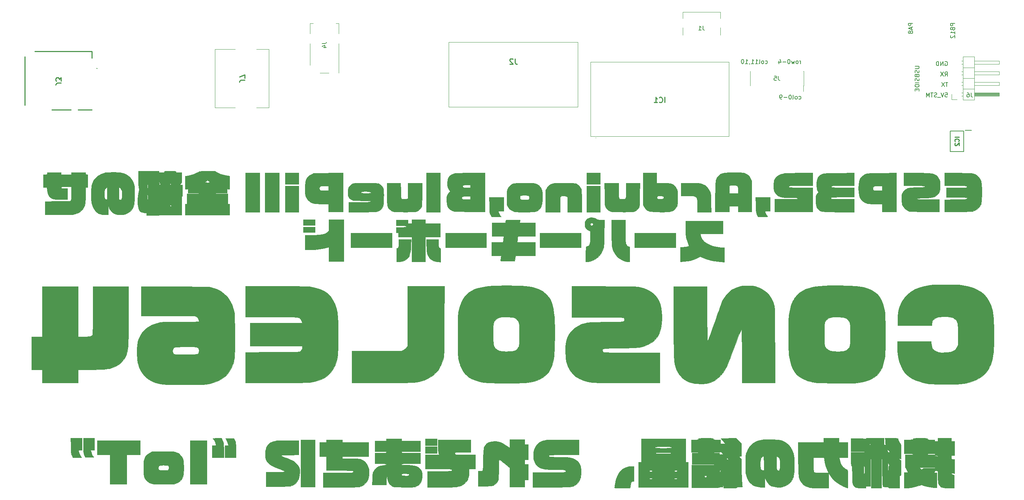
<source format=gbo>
G04 #@! TF.GenerationSoftware,KiCad,Pcbnew,(5.1.5)-3*
G04 #@! TF.CreationDate,2020-03-10T10:40:43+09:00*
G04 #@! TF.ProjectId,console64,636f6e73-6f6c-4653-9634-2e6b69636164,rev?*
G04 #@! TF.SameCoordinates,Original*
G04 #@! TF.FileFunction,Legend,Bot*
G04 #@! TF.FilePolarity,Positive*
%FSLAX46Y46*%
G04 Gerber Fmt 4.6, Leading zero omitted, Abs format (unit mm)*
G04 Created by KiCad (PCBNEW (5.1.5)-3) date 2020-03-10 10:40:43*
%MOMM*%
%LPD*%
G04 APERTURE LIST*
%ADD10C,0.150000*%
%ADD11C,0.010000*%
%ADD12C,0.120000*%
%ADD13C,0.100000*%
%ADD14C,0.200000*%
%ADD15C,0.254000*%
%ADD16C,0.250000*%
G04 APERTURE END LIST*
D10*
X207235833Y-41404761D02*
X207331071Y-41452380D01*
X207521547Y-41452380D01*
X207616785Y-41404761D01*
X207664404Y-41357142D01*
X207712023Y-41261904D01*
X207712023Y-40976190D01*
X207664404Y-40880952D01*
X207616785Y-40833333D01*
X207521547Y-40785714D01*
X207331071Y-40785714D01*
X207235833Y-40833333D01*
X206664404Y-41452380D02*
X206759642Y-41404761D01*
X206807261Y-41357142D01*
X206854880Y-41261904D01*
X206854880Y-40976190D01*
X206807261Y-40880952D01*
X206759642Y-40833333D01*
X206664404Y-40785714D01*
X206521547Y-40785714D01*
X206426309Y-40833333D01*
X206378690Y-40880952D01*
X206331071Y-40976190D01*
X206331071Y-41261904D01*
X206378690Y-41357142D01*
X206426309Y-41404761D01*
X206521547Y-41452380D01*
X206664404Y-41452380D01*
X205759642Y-41452380D02*
X205854880Y-41404761D01*
X205902500Y-41309523D01*
X205902500Y-40452380D01*
X204854880Y-41452380D02*
X205426309Y-41452380D01*
X205140595Y-41452380D02*
X205140595Y-40452380D01*
X205235833Y-40595238D01*
X205331071Y-40690476D01*
X205426309Y-40738095D01*
X203902500Y-41452380D02*
X204473928Y-41452380D01*
X204188214Y-41452380D02*
X204188214Y-40452380D01*
X204283452Y-40595238D01*
X204378690Y-40690476D01*
X204473928Y-40738095D01*
X203426309Y-41404761D02*
X203426309Y-41452380D01*
X203473928Y-41547619D01*
X203521547Y-41595238D01*
X202473928Y-41452380D02*
X203045357Y-41452380D01*
X202759642Y-41452380D02*
X202759642Y-40452380D01*
X202854880Y-40595238D01*
X202950119Y-40690476D01*
X203045357Y-40738095D01*
X201854880Y-40452380D02*
X201759642Y-40452380D01*
X201664404Y-40500000D01*
X201616785Y-40547619D01*
X201569166Y-40642857D01*
X201521547Y-40833333D01*
X201521547Y-41071428D01*
X201569166Y-41261904D01*
X201616785Y-41357142D01*
X201664404Y-41404761D01*
X201759642Y-41452380D01*
X201854880Y-41452380D01*
X201950119Y-41404761D01*
X201997738Y-41357142D01*
X202045357Y-41261904D01*
X202092976Y-41071428D01*
X202092976Y-40833333D01*
X202045357Y-40642857D01*
X201997738Y-40547619D01*
X201950119Y-40500000D01*
X201854880Y-40452380D01*
X215235833Y-49904761D02*
X215331071Y-49952380D01*
X215521547Y-49952380D01*
X215616785Y-49904761D01*
X215664404Y-49857142D01*
X215712023Y-49761904D01*
X215712023Y-49476190D01*
X215664404Y-49380952D01*
X215616785Y-49333333D01*
X215521547Y-49285714D01*
X215331071Y-49285714D01*
X215235833Y-49333333D01*
X214664404Y-49952380D02*
X214759642Y-49904761D01*
X214807261Y-49857142D01*
X214854880Y-49761904D01*
X214854880Y-49476190D01*
X214807261Y-49380952D01*
X214759642Y-49333333D01*
X214664404Y-49285714D01*
X214521547Y-49285714D01*
X214426309Y-49333333D01*
X214378690Y-49380952D01*
X214331071Y-49476190D01*
X214331071Y-49761904D01*
X214378690Y-49857142D01*
X214426309Y-49904761D01*
X214521547Y-49952380D01*
X214664404Y-49952380D01*
X213759642Y-49952380D02*
X213854880Y-49904761D01*
X213902500Y-49809523D01*
X213902500Y-48952380D01*
X213188214Y-48952380D02*
X213092976Y-48952380D01*
X212997738Y-49000000D01*
X212950119Y-49047619D01*
X212902500Y-49142857D01*
X212854880Y-49333333D01*
X212854880Y-49571428D01*
X212902500Y-49761904D01*
X212950119Y-49857142D01*
X212997738Y-49904761D01*
X213092976Y-49952380D01*
X213188214Y-49952380D01*
X213283452Y-49904761D01*
X213331071Y-49857142D01*
X213378690Y-49761904D01*
X213426309Y-49571428D01*
X213426309Y-49333333D01*
X213378690Y-49142857D01*
X213331071Y-49047619D01*
X213283452Y-49000000D01*
X213188214Y-48952380D01*
X212426309Y-49571428D02*
X211664404Y-49571428D01*
X211140595Y-49952380D02*
X210950119Y-49952380D01*
X210854880Y-49904761D01*
X210807261Y-49857142D01*
X210712023Y-49714285D01*
X210664404Y-49523809D01*
X210664404Y-49142857D01*
X210712023Y-49047619D01*
X210759642Y-49000000D01*
X210854880Y-48952380D01*
X211045357Y-48952380D01*
X211140595Y-49000000D01*
X211188214Y-49047619D01*
X211235833Y-49142857D01*
X211235833Y-49380952D01*
X211188214Y-49476190D01*
X211140595Y-49523809D01*
X211045357Y-49571428D01*
X210854880Y-49571428D01*
X210759642Y-49523809D01*
X210712023Y-49476190D01*
X210664404Y-49380952D01*
X215664404Y-41452380D02*
X215664404Y-40785714D01*
X215664404Y-40976190D02*
X215616785Y-40880952D01*
X215569166Y-40833333D01*
X215473928Y-40785714D01*
X215378690Y-40785714D01*
X214902500Y-41452380D02*
X214997738Y-41404761D01*
X215045357Y-41357142D01*
X215092976Y-41261904D01*
X215092976Y-40976190D01*
X215045357Y-40880952D01*
X214997738Y-40833333D01*
X214902500Y-40785714D01*
X214759642Y-40785714D01*
X214664404Y-40833333D01*
X214616785Y-40880952D01*
X214569166Y-40976190D01*
X214569166Y-41261904D01*
X214616785Y-41357142D01*
X214664404Y-41404761D01*
X214759642Y-41452380D01*
X214902500Y-41452380D01*
X214235833Y-40785714D02*
X214045357Y-41452380D01*
X213854880Y-40976190D01*
X213664404Y-41452380D01*
X213473928Y-40785714D01*
X212902500Y-40452380D02*
X212807261Y-40452380D01*
X212712023Y-40500000D01*
X212664404Y-40547619D01*
X212616785Y-40642857D01*
X212569166Y-40833333D01*
X212569166Y-41071428D01*
X212616785Y-41261904D01*
X212664404Y-41357142D01*
X212712023Y-41404761D01*
X212807261Y-41452380D01*
X212902500Y-41452380D01*
X212997738Y-41404761D01*
X213045357Y-41357142D01*
X213092976Y-41261904D01*
X213140595Y-41071428D01*
X213140595Y-40833333D01*
X213092976Y-40642857D01*
X213045357Y-40547619D01*
X212997738Y-40500000D01*
X212902500Y-40452380D01*
X212140595Y-41071428D02*
X211378690Y-41071428D01*
X210473928Y-40785714D02*
X210473928Y-41452380D01*
X210712023Y-40404761D02*
X210950119Y-41119047D01*
X210331071Y-41119047D01*
X250188214Y-48452380D02*
X250664404Y-48452380D01*
X250712023Y-48928571D01*
X250664404Y-48880952D01*
X250569166Y-48833333D01*
X250331071Y-48833333D01*
X250235833Y-48880952D01*
X250188214Y-48928571D01*
X250140595Y-49023809D01*
X250140595Y-49261904D01*
X250188214Y-49357142D01*
X250235833Y-49404761D01*
X250331071Y-49452380D01*
X250569166Y-49452380D01*
X250664404Y-49404761D01*
X250712023Y-49357142D01*
X249854880Y-48452380D02*
X249521547Y-49452380D01*
X249188214Y-48452380D01*
X249092976Y-49547619D02*
X248331071Y-49547619D01*
X248140595Y-49404761D02*
X247997738Y-49452380D01*
X247759642Y-49452380D01*
X247664404Y-49404761D01*
X247616785Y-49357142D01*
X247569166Y-49261904D01*
X247569166Y-49166666D01*
X247616785Y-49071428D01*
X247664404Y-49023809D01*
X247759642Y-48976190D01*
X247950119Y-48928571D01*
X248045357Y-48880952D01*
X248092976Y-48833333D01*
X248140595Y-48738095D01*
X248140595Y-48642857D01*
X248092976Y-48547619D01*
X248045357Y-48500000D01*
X247950119Y-48452380D01*
X247712023Y-48452380D01*
X247569166Y-48500000D01*
X247283452Y-48452380D02*
X246712023Y-48452380D01*
X246997738Y-49452380D02*
X246997738Y-48452380D01*
X246378690Y-49452380D02*
X246378690Y-48452380D01*
X246045357Y-49166666D01*
X245712023Y-48452380D01*
X245712023Y-49452380D01*
X250807261Y-45952380D02*
X250235833Y-45952380D01*
X250521547Y-46952380D02*
X250521547Y-45952380D01*
X249997738Y-45952380D02*
X249331071Y-46952380D01*
X249331071Y-45952380D02*
X249997738Y-46952380D01*
X250092976Y-44452380D02*
X250426309Y-43976190D01*
X250664404Y-44452380D02*
X250664404Y-43452380D01*
X250283452Y-43452380D01*
X250188214Y-43500000D01*
X250140595Y-43547619D01*
X250092976Y-43642857D01*
X250092976Y-43785714D01*
X250140595Y-43880952D01*
X250188214Y-43928571D01*
X250283452Y-43976190D01*
X250664404Y-43976190D01*
X249759642Y-43452380D02*
X249092976Y-44452380D01*
X249092976Y-43452380D02*
X249759642Y-44452380D01*
X250140595Y-41000000D02*
X250235833Y-40952380D01*
X250378690Y-40952380D01*
X250521547Y-41000000D01*
X250616785Y-41095238D01*
X250664404Y-41190476D01*
X250712023Y-41380952D01*
X250712023Y-41523809D01*
X250664404Y-41714285D01*
X250616785Y-41809523D01*
X250521547Y-41904761D01*
X250378690Y-41952380D01*
X250283452Y-41952380D01*
X250140595Y-41904761D01*
X250092976Y-41857142D01*
X250092976Y-41523809D01*
X250283452Y-41523809D01*
X249664404Y-41952380D02*
X249664404Y-40952380D01*
X249092976Y-41952380D01*
X249092976Y-40952380D01*
X248616785Y-41952380D02*
X248616785Y-40952380D01*
X248378690Y-40952380D01*
X248235833Y-41000000D01*
X248140595Y-41095238D01*
X248092976Y-41190476D01*
X248045357Y-41380952D01*
X248045357Y-41523809D01*
X248092976Y-41714285D01*
X248140595Y-41809523D01*
X248235833Y-41904761D01*
X248378690Y-41952380D01*
X248616785Y-41952380D01*
X242411904Y-31835595D02*
X241411904Y-31835595D01*
X241411904Y-32216547D01*
X241459524Y-32311785D01*
X241507143Y-32359404D01*
X241602381Y-32407023D01*
X241745238Y-32407023D01*
X241840476Y-32359404D01*
X241888095Y-32311785D01*
X241935714Y-32216547D01*
X241935714Y-31835595D01*
X242126190Y-32787976D02*
X242126190Y-33264166D01*
X242411904Y-32692738D02*
X241411904Y-33026071D01*
X242411904Y-33359404D01*
X241840476Y-33835595D02*
X241792857Y-33740357D01*
X241745238Y-33692738D01*
X241650000Y-33645119D01*
X241602381Y-33645119D01*
X241507143Y-33692738D01*
X241459524Y-33740357D01*
X241411904Y-33835595D01*
X241411904Y-34026071D01*
X241459524Y-34121309D01*
X241507143Y-34168928D01*
X241602381Y-34216547D01*
X241650000Y-34216547D01*
X241745238Y-34168928D01*
X241792857Y-34121309D01*
X241840476Y-34026071D01*
X241840476Y-33835595D01*
X241888095Y-33740357D01*
X241935714Y-33692738D01*
X242030952Y-33645119D01*
X242221428Y-33645119D01*
X242316666Y-33692738D01*
X242364285Y-33740357D01*
X242411904Y-33835595D01*
X242411904Y-34026071D01*
X242364285Y-34121309D01*
X242316666Y-34168928D01*
X242221428Y-34216547D01*
X242030952Y-34216547D01*
X241935714Y-34168928D01*
X241888095Y-34121309D01*
X241840476Y-34026071D01*
X252452380Y-31835595D02*
X251452380Y-31835595D01*
X251452380Y-32216547D01*
X251500000Y-32311785D01*
X251547619Y-32359404D01*
X251642857Y-32407023D01*
X251785714Y-32407023D01*
X251880952Y-32359404D01*
X251928571Y-32311785D01*
X251976190Y-32216547D01*
X251976190Y-31835595D01*
X251928571Y-33168928D02*
X251976190Y-33311785D01*
X252023809Y-33359404D01*
X252119047Y-33407023D01*
X252261904Y-33407023D01*
X252357142Y-33359404D01*
X252404761Y-33311785D01*
X252452380Y-33216547D01*
X252452380Y-32835595D01*
X251452380Y-32835595D01*
X251452380Y-33168928D01*
X251500000Y-33264166D01*
X251547619Y-33311785D01*
X251642857Y-33359404D01*
X251738095Y-33359404D01*
X251833333Y-33311785D01*
X251880952Y-33264166D01*
X251928571Y-33168928D01*
X251928571Y-32835595D01*
X252452380Y-34359404D02*
X252452380Y-33787976D01*
X252452380Y-34073690D02*
X251452380Y-34073690D01*
X251595238Y-33978452D01*
X251690476Y-33883214D01*
X251738095Y-33787976D01*
X251547619Y-34740357D02*
X251500000Y-34787976D01*
X251452380Y-34883214D01*
X251452380Y-35121309D01*
X251500000Y-35216547D01*
X251547619Y-35264166D01*
X251642857Y-35311785D01*
X251738095Y-35311785D01*
X251880952Y-35264166D01*
X252452380Y-34692738D01*
X252452380Y-35311785D01*
D11*
G36*
X248423611Y-131722917D02*
G01*
X247718055Y-131722917D01*
X247718055Y-135162500D01*
X248070833Y-135162500D01*
X248321031Y-135186402D01*
X248420150Y-135262719D01*
X248423611Y-135288635D01*
X248388617Y-135366206D01*
X248255557Y-135363019D01*
X248137561Y-135332733D01*
X247923619Y-135276590D01*
X247789721Y-135250867D01*
X247784783Y-135250695D01*
X247762577Y-135334040D01*
X247743500Y-135564700D01*
X247728886Y-135913607D01*
X247720068Y-136351696D01*
X247718055Y-136705903D01*
X247718055Y-138161111D01*
X246299033Y-138161111D01*
X245767778Y-138162223D01*
X245384465Y-138167936D01*
X245120648Y-138181818D01*
X244947882Y-138207435D01*
X244837722Y-138248354D01*
X244761724Y-138308143D01*
X244716564Y-138359549D01*
X244553118Y-138557986D01*
X243973184Y-137984722D01*
X247629861Y-137984722D01*
X247629861Y-134986111D01*
X246792014Y-134986111D01*
X246392620Y-134981377D01*
X246139867Y-134964060D01*
X246004187Y-134929493D01*
X245956009Y-134873006D01*
X245954167Y-134853820D01*
X245984152Y-134790757D01*
X246093823Y-134750849D01*
X246312748Y-134729426D01*
X246670497Y-134721819D01*
X246792014Y-134721528D01*
X247629861Y-134721528D01*
X247629861Y-131370139D01*
X246792014Y-131370139D01*
X246402601Y-131367476D01*
X246156831Y-131354893D01*
X246021984Y-131325502D01*
X245965342Y-131272416D01*
X245954167Y-131193750D01*
X245947094Y-131133174D01*
X245910533Y-131088328D01*
X245821466Y-131056851D01*
X245656878Y-131036384D01*
X245393753Y-131024566D01*
X245009075Y-131019035D01*
X244479827Y-131017432D01*
X244234375Y-131017361D01*
X243643754Y-131018087D01*
X243206505Y-131021837D01*
X242899612Y-131030972D01*
X242700058Y-131047852D01*
X242584827Y-131074840D01*
X242530903Y-131114294D01*
X242515271Y-131168576D01*
X242514583Y-131193750D01*
X242504200Y-131268209D01*
X242453562Y-131318143D01*
X242333440Y-131348423D01*
X242114604Y-131363923D01*
X241767824Y-131369512D01*
X241456250Y-131370139D01*
X240397916Y-131370139D01*
X240397916Y-134721528D01*
X241456250Y-134721528D01*
X241912542Y-134724845D01*
X242219516Y-134737044D01*
X242404156Y-134761499D01*
X242493445Y-134801583D01*
X242514583Y-134853820D01*
X242486193Y-134914231D01*
X242382039Y-134953531D01*
X242173648Y-134975786D01*
X241832544Y-134985064D01*
X241588541Y-134986111D01*
X240662500Y-134986111D01*
X240662500Y-137886756D01*
X240966163Y-138553100D01*
X241269826Y-139219445D01*
X240397916Y-139219445D01*
X240397916Y-142948919D01*
X241213715Y-142887718D01*
X241936998Y-142807712D01*
X242673145Y-142680565D01*
X243361580Y-142518791D01*
X243941727Y-142334906D01*
X244001763Y-142311722D01*
X244474706Y-142124613D01*
X244945012Y-142300577D01*
X245911922Y-142589712D01*
X246956873Y-142770700D01*
X247387326Y-142809914D01*
X248159028Y-142861526D01*
X248159028Y-139307639D01*
X247850347Y-139307639D01*
X247633753Y-139298896D01*
X247557626Y-139244414D01*
X247600013Y-139101812D01*
X247670797Y-138960974D01*
X247782695Y-138792583D01*
X247921601Y-138746644D01*
X248089721Y-138770329D01*
X248379514Y-138829395D01*
X248423611Y-140332143D01*
X248440938Y-140883067D01*
X248458822Y-141288542D01*
X248481928Y-141579459D01*
X248514919Y-141786710D01*
X248562458Y-141941186D01*
X248629210Y-142073779D01*
X248704423Y-142192177D01*
X248901654Y-142449402D01*
X249123682Y-142640313D01*
X249399211Y-142774021D01*
X249756946Y-142859636D01*
X250225589Y-142906266D01*
X250833846Y-142923022D01*
X251009095Y-142923611D01*
X252304166Y-142923611D01*
X252304166Y-141336111D01*
X252303425Y-140771978D01*
X252299368Y-140360257D01*
X252289243Y-140076972D01*
X252270298Y-139898148D01*
X252239782Y-139799809D01*
X252194944Y-139757979D01*
X252133031Y-139748682D01*
X252121980Y-139748611D01*
X251874240Y-139702410D01*
X251679425Y-139587945D01*
X251598644Y-139441422D01*
X251598611Y-139438515D01*
X251636589Y-139362708D01*
X251775873Y-139343466D01*
X251995486Y-139365411D01*
X252392361Y-139419809D01*
X252392361Y-136054587D01*
X252017535Y-136027467D01*
X251642708Y-136000347D01*
X251615827Y-135581424D01*
X251588946Y-135162500D01*
X252392361Y-135162500D01*
X252392361Y-131722917D01*
X251598611Y-131722917D01*
X251598611Y-131017361D01*
X248423611Y-131017361D01*
X248423611Y-131722917D01*
G37*
X248423611Y-131722917D02*
X247718055Y-131722917D01*
X247718055Y-135162500D01*
X248070833Y-135162500D01*
X248321031Y-135186402D01*
X248420150Y-135262719D01*
X248423611Y-135288635D01*
X248388617Y-135366206D01*
X248255557Y-135363019D01*
X248137561Y-135332733D01*
X247923619Y-135276590D01*
X247789721Y-135250867D01*
X247784783Y-135250695D01*
X247762577Y-135334040D01*
X247743500Y-135564700D01*
X247728886Y-135913607D01*
X247720068Y-136351696D01*
X247718055Y-136705903D01*
X247718055Y-138161111D01*
X246299033Y-138161111D01*
X245767778Y-138162223D01*
X245384465Y-138167936D01*
X245120648Y-138181818D01*
X244947882Y-138207435D01*
X244837722Y-138248354D01*
X244761724Y-138308143D01*
X244716564Y-138359549D01*
X244553118Y-138557986D01*
X243973184Y-137984722D01*
X247629861Y-137984722D01*
X247629861Y-134986111D01*
X246792014Y-134986111D01*
X246392620Y-134981377D01*
X246139867Y-134964060D01*
X246004187Y-134929493D01*
X245956009Y-134873006D01*
X245954167Y-134853820D01*
X245984152Y-134790757D01*
X246093823Y-134750849D01*
X246312748Y-134729426D01*
X246670497Y-134721819D01*
X246792014Y-134721528D01*
X247629861Y-134721528D01*
X247629861Y-131370139D01*
X246792014Y-131370139D01*
X246402601Y-131367476D01*
X246156831Y-131354893D01*
X246021984Y-131325502D01*
X245965342Y-131272416D01*
X245954167Y-131193750D01*
X245947094Y-131133174D01*
X245910533Y-131088328D01*
X245821466Y-131056851D01*
X245656878Y-131036384D01*
X245393753Y-131024566D01*
X245009075Y-131019035D01*
X244479827Y-131017432D01*
X244234375Y-131017361D01*
X243643754Y-131018087D01*
X243206505Y-131021837D01*
X242899612Y-131030972D01*
X242700058Y-131047852D01*
X242584827Y-131074840D01*
X242530903Y-131114294D01*
X242515271Y-131168576D01*
X242514583Y-131193750D01*
X242504200Y-131268209D01*
X242453562Y-131318143D01*
X242333440Y-131348423D01*
X242114604Y-131363923D01*
X241767824Y-131369512D01*
X241456250Y-131370139D01*
X240397916Y-131370139D01*
X240397916Y-134721528D01*
X241456250Y-134721528D01*
X241912542Y-134724845D01*
X242219516Y-134737044D01*
X242404156Y-134761499D01*
X242493445Y-134801583D01*
X242514583Y-134853820D01*
X242486193Y-134914231D01*
X242382039Y-134953531D01*
X242173648Y-134975786D01*
X241832544Y-134985064D01*
X241588541Y-134986111D01*
X240662500Y-134986111D01*
X240662500Y-137886756D01*
X240966163Y-138553100D01*
X241269826Y-139219445D01*
X240397916Y-139219445D01*
X240397916Y-142948919D01*
X241213715Y-142887718D01*
X241936998Y-142807712D01*
X242673145Y-142680565D01*
X243361580Y-142518791D01*
X243941727Y-142334906D01*
X244001763Y-142311722D01*
X244474706Y-142124613D01*
X244945012Y-142300577D01*
X245911922Y-142589712D01*
X246956873Y-142770700D01*
X247387326Y-142809914D01*
X248159028Y-142861526D01*
X248159028Y-139307639D01*
X247850347Y-139307639D01*
X247633753Y-139298896D01*
X247557626Y-139244414D01*
X247600013Y-139101812D01*
X247670797Y-138960974D01*
X247782695Y-138792583D01*
X247921601Y-138746644D01*
X248089721Y-138770329D01*
X248379514Y-138829395D01*
X248423611Y-140332143D01*
X248440938Y-140883067D01*
X248458822Y-141288542D01*
X248481928Y-141579459D01*
X248514919Y-141786710D01*
X248562458Y-141941186D01*
X248629210Y-142073779D01*
X248704423Y-142192177D01*
X248901654Y-142449402D01*
X249123682Y-142640313D01*
X249399211Y-142774021D01*
X249756946Y-142859636D01*
X250225589Y-142906266D01*
X250833846Y-142923022D01*
X251009095Y-142923611D01*
X252304166Y-142923611D01*
X252304166Y-141336111D01*
X252303425Y-140771978D01*
X252299368Y-140360257D01*
X252289243Y-140076972D01*
X252270298Y-139898148D01*
X252239782Y-139799809D01*
X252194944Y-139757979D01*
X252133031Y-139748682D01*
X252121980Y-139748611D01*
X251874240Y-139702410D01*
X251679425Y-139587945D01*
X251598644Y-139441422D01*
X251598611Y-139438515D01*
X251636589Y-139362708D01*
X251775873Y-139343466D01*
X251995486Y-139365411D01*
X252392361Y-139419809D01*
X252392361Y-136054587D01*
X252017535Y-136027467D01*
X251642708Y-136000347D01*
X251615827Y-135581424D01*
X251588946Y-135162500D01*
X252392361Y-135162500D01*
X252392361Y-131722917D01*
X251598611Y-131722917D01*
X251598611Y-131017361D01*
X248423611Y-131017361D01*
X248423611Y-131722917D01*
G36*
X235838379Y-131612674D02*
G01*
X235873139Y-131949718D01*
X235914085Y-132240097D01*
X235948710Y-132406424D01*
X235967408Y-132551738D01*
X235870305Y-132601320D01*
X235777994Y-132604861D01*
X235547222Y-132604861D01*
X232284028Y-132604861D01*
X231732812Y-132588547D01*
X231181597Y-132572232D01*
X231641466Y-132539950D01*
X231910488Y-132515085D01*
X232053159Y-132466300D01*
X232119184Y-132358857D01*
X232154457Y-132181438D01*
X232207312Y-131872654D01*
X232240672Y-131734722D01*
X232259918Y-131763869D01*
X232270431Y-131956320D01*
X232273797Y-132097743D01*
X232284028Y-132604861D01*
X235547222Y-132604861D01*
X235547222Y-131017361D01*
X231313889Y-131017361D01*
X231301878Y-131259896D01*
X231289855Y-131411294D01*
X231270976Y-131394750D01*
X231251647Y-131303993D01*
X231234597Y-131236530D01*
X231197568Y-131186405D01*
X231117248Y-131151044D01*
X230970330Y-131127871D01*
X230733504Y-131114310D01*
X230383460Y-131107786D01*
X229896890Y-131105724D01*
X229455671Y-131105556D01*
X227697916Y-131105556D01*
X227697916Y-134192361D01*
X229373611Y-134192361D01*
X230001426Y-134196903D01*
X230492351Y-134210144D01*
X230835402Y-134231506D01*
X231019592Y-134260410D01*
X231049305Y-134280556D01*
X230963004Y-134313599D01*
X230711424Y-134339437D01*
X230305552Y-134357492D01*
X229756373Y-134367186D01*
X229373611Y-134368750D01*
X227697916Y-134368750D01*
X227697916Y-136000347D01*
X227699967Y-136587374D01*
X227707224Y-137019611D01*
X227721341Y-137318620D01*
X227743977Y-137505966D01*
X227776785Y-137603210D01*
X227821422Y-137631916D01*
X227823213Y-137631945D01*
X227863991Y-137657944D01*
X227896256Y-137748661D01*
X227921416Y-137923179D01*
X227940875Y-138200579D01*
X227956039Y-138599942D01*
X227968315Y-139140350D01*
X227977553Y-139726563D01*
X227987481Y-140390494D01*
X227998102Y-140902752D01*
X228011790Y-141288044D01*
X228030917Y-141571078D01*
X228057856Y-141776561D01*
X228094979Y-141929199D01*
X228144659Y-142053702D01*
X228209270Y-142174776D01*
X228213347Y-142181902D01*
X228382718Y-142441162D01*
X228569238Y-142628820D01*
X228804956Y-142757232D01*
X229121918Y-142838755D01*
X229552171Y-142885746D01*
X230101215Y-142909831D01*
X231225694Y-142941325D01*
X231225694Y-142711982D01*
X231235840Y-142584943D01*
X231293936Y-142516362D01*
X231441466Y-142488259D01*
X231719917Y-142482654D01*
X231754861Y-142482639D01*
X232284028Y-142482639D01*
X232284028Y-138602084D01*
X230961111Y-138602084D01*
X230957332Y-139036330D01*
X230943454Y-139322257D01*
X230915665Y-139487821D01*
X230870152Y-139560979D01*
X230828819Y-139572222D01*
X230769604Y-139544511D01*
X230730614Y-139442740D01*
X230708037Y-139238952D01*
X230698061Y-138905190D01*
X230696528Y-138602084D01*
X230700306Y-138167837D01*
X230714184Y-137881910D01*
X230741974Y-137716346D01*
X230787487Y-137643188D01*
X230828819Y-137631945D01*
X230888035Y-137659656D01*
X230927025Y-137761427D01*
X230949602Y-137965215D01*
X230959578Y-138298977D01*
X230961111Y-138602084D01*
X232284028Y-138602084D01*
X232284028Y-136053663D01*
X231357986Y-135988879D01*
X231909201Y-135972565D01*
X232460417Y-135956250D01*
X232460417Y-142923611D01*
X234929861Y-142923611D01*
X234929861Y-135956250D01*
X236385069Y-135991298D01*
X235736127Y-136021928D01*
X235087184Y-136052557D01*
X235134597Y-138980966D01*
X235148246Y-139699292D01*
X235164914Y-140375265D01*
X235183721Y-140984975D01*
X235203785Y-141504510D01*
X235224224Y-141909960D01*
X235244156Y-142177411D01*
X235255599Y-142262153D01*
X235329188Y-142614931D01*
X235967372Y-142640843D01*
X236315682Y-142663827D01*
X236516680Y-142702384D01*
X236599231Y-142763496D01*
X236605555Y-142795183D01*
X236632058Y-142845664D01*
X236727607Y-142881361D01*
X236916259Y-142904611D01*
X237222075Y-142917750D01*
X237669112Y-142923113D01*
X237928472Y-142923611D01*
X239251389Y-142923611D01*
X239251389Y-141432562D01*
X239252198Y-140888689D01*
X239256573Y-140497271D01*
X239267437Y-140234374D01*
X239287710Y-140076065D01*
X239320314Y-139998412D01*
X239368171Y-139977480D01*
X239427778Y-139987640D01*
X239486401Y-139997106D01*
X239530349Y-139976216D01*
X239561735Y-139903342D01*
X239582671Y-139756855D01*
X239595268Y-139515124D01*
X239601641Y-139156521D01*
X239603900Y-138659416D01*
X239604166Y-138181541D01*
X239604166Y-137587422D01*
X236831017Y-137587422D01*
X236769005Y-137630440D01*
X236743790Y-137631945D01*
X236696888Y-137650657D01*
X236661246Y-137721104D01*
X236635060Y-137864749D01*
X236616526Y-138103055D01*
X236603838Y-138457487D01*
X236595194Y-138949507D01*
X236589930Y-139461979D01*
X236574305Y-141292014D01*
X236513122Y-139969097D01*
X236489424Y-139384918D01*
X236469139Y-138750414D01*
X236454313Y-138139023D01*
X236446990Y-137624181D01*
X236446782Y-137587847D01*
X236441626Y-136529514D01*
X236598960Y-136882659D01*
X236751010Y-137239478D01*
X236826690Y-137465750D01*
X236831017Y-137587422D01*
X239604166Y-137587422D01*
X239604166Y-136329314D01*
X239383680Y-136184846D01*
X239225917Y-136052458D01*
X239163194Y-135944656D01*
X239235823Y-135888278D01*
X239383680Y-135904272D01*
X239604166Y-135959611D01*
X239604166Y-134368750D01*
X236967310Y-134368750D01*
X236698238Y-134368750D01*
X236528217Y-134356095D01*
X236450901Y-134285023D01*
X236429928Y-134105870D01*
X236429166Y-134001273D01*
X236434530Y-133784619D01*
X236448019Y-133673923D01*
X236454783Y-133670544D01*
X236517978Y-133757552D01*
X236648637Y-133935748D01*
X236723854Y-134038021D01*
X236967310Y-134368750D01*
X239604166Y-134368750D01*
X239604166Y-134207711D01*
X239603323Y-133608776D01*
X239599145Y-133161100D01*
X239589161Y-132839552D01*
X239570900Y-132619004D01*
X239541888Y-132474327D01*
X239499655Y-132380391D01*
X239441730Y-132312068D01*
X239415322Y-132287801D01*
X239230780Y-132060518D01*
X239058998Y-131747936D01*
X238937138Y-131427441D01*
X238900548Y-131215799D01*
X238895711Y-131144689D01*
X238866612Y-131092990D01*
X238788970Y-131057609D01*
X238638502Y-131035450D01*
X238390927Y-131023421D01*
X238021965Y-131018426D01*
X237507334Y-131017372D01*
X237343358Y-131017361D01*
X235788104Y-131017361D01*
X235838379Y-131612674D01*
G37*
X235838379Y-131612674D02*
X235873139Y-131949718D01*
X235914085Y-132240097D01*
X235948710Y-132406424D01*
X235967408Y-132551738D01*
X235870305Y-132601320D01*
X235777994Y-132604861D01*
X235547222Y-132604861D01*
X232284028Y-132604861D01*
X231732812Y-132588547D01*
X231181597Y-132572232D01*
X231641466Y-132539950D01*
X231910488Y-132515085D01*
X232053159Y-132466300D01*
X232119184Y-132358857D01*
X232154457Y-132181438D01*
X232207312Y-131872654D01*
X232240672Y-131734722D01*
X232259918Y-131763869D01*
X232270431Y-131956320D01*
X232273797Y-132097743D01*
X232284028Y-132604861D01*
X235547222Y-132604861D01*
X235547222Y-131017361D01*
X231313889Y-131017361D01*
X231301878Y-131259896D01*
X231289855Y-131411294D01*
X231270976Y-131394750D01*
X231251647Y-131303993D01*
X231234597Y-131236530D01*
X231197568Y-131186405D01*
X231117248Y-131151044D01*
X230970330Y-131127871D01*
X230733504Y-131114310D01*
X230383460Y-131107786D01*
X229896890Y-131105724D01*
X229455671Y-131105556D01*
X227697916Y-131105556D01*
X227697916Y-134192361D01*
X229373611Y-134192361D01*
X230001426Y-134196903D01*
X230492351Y-134210144D01*
X230835402Y-134231506D01*
X231019592Y-134260410D01*
X231049305Y-134280556D01*
X230963004Y-134313599D01*
X230711424Y-134339437D01*
X230305552Y-134357492D01*
X229756373Y-134367186D01*
X229373611Y-134368750D01*
X227697916Y-134368750D01*
X227697916Y-136000347D01*
X227699967Y-136587374D01*
X227707224Y-137019611D01*
X227721341Y-137318620D01*
X227743977Y-137505966D01*
X227776785Y-137603210D01*
X227821422Y-137631916D01*
X227823213Y-137631945D01*
X227863991Y-137657944D01*
X227896256Y-137748661D01*
X227921416Y-137923179D01*
X227940875Y-138200579D01*
X227956039Y-138599942D01*
X227968315Y-139140350D01*
X227977553Y-139726563D01*
X227987481Y-140390494D01*
X227998102Y-140902752D01*
X228011790Y-141288044D01*
X228030917Y-141571078D01*
X228057856Y-141776561D01*
X228094979Y-141929199D01*
X228144659Y-142053702D01*
X228209270Y-142174776D01*
X228213347Y-142181902D01*
X228382718Y-142441162D01*
X228569238Y-142628820D01*
X228804956Y-142757232D01*
X229121918Y-142838755D01*
X229552171Y-142885746D01*
X230101215Y-142909831D01*
X231225694Y-142941325D01*
X231225694Y-142711982D01*
X231235840Y-142584943D01*
X231293936Y-142516362D01*
X231441466Y-142488259D01*
X231719917Y-142482654D01*
X231754861Y-142482639D01*
X232284028Y-142482639D01*
X232284028Y-138602084D01*
X230961111Y-138602084D01*
X230957332Y-139036330D01*
X230943454Y-139322257D01*
X230915665Y-139487821D01*
X230870152Y-139560979D01*
X230828819Y-139572222D01*
X230769604Y-139544511D01*
X230730614Y-139442740D01*
X230708037Y-139238952D01*
X230698061Y-138905190D01*
X230696528Y-138602084D01*
X230700306Y-138167837D01*
X230714184Y-137881910D01*
X230741974Y-137716346D01*
X230787487Y-137643188D01*
X230828819Y-137631945D01*
X230888035Y-137659656D01*
X230927025Y-137761427D01*
X230949602Y-137965215D01*
X230959578Y-138298977D01*
X230961111Y-138602084D01*
X232284028Y-138602084D01*
X232284028Y-136053663D01*
X231357986Y-135988879D01*
X231909201Y-135972565D01*
X232460417Y-135956250D01*
X232460417Y-142923611D01*
X234929861Y-142923611D01*
X234929861Y-135956250D01*
X236385069Y-135991298D01*
X235736127Y-136021928D01*
X235087184Y-136052557D01*
X235134597Y-138980966D01*
X235148246Y-139699292D01*
X235164914Y-140375265D01*
X235183721Y-140984975D01*
X235203785Y-141504510D01*
X235224224Y-141909960D01*
X235244156Y-142177411D01*
X235255599Y-142262153D01*
X235329188Y-142614931D01*
X235967372Y-142640843D01*
X236315682Y-142663827D01*
X236516680Y-142702384D01*
X236599231Y-142763496D01*
X236605555Y-142795183D01*
X236632058Y-142845664D01*
X236727607Y-142881361D01*
X236916259Y-142904611D01*
X237222075Y-142917750D01*
X237669112Y-142923113D01*
X237928472Y-142923611D01*
X239251389Y-142923611D01*
X239251389Y-141432562D01*
X239252198Y-140888689D01*
X239256573Y-140497271D01*
X239267437Y-140234374D01*
X239287710Y-140076065D01*
X239320314Y-139998412D01*
X239368171Y-139977480D01*
X239427778Y-139987640D01*
X239486401Y-139997106D01*
X239530349Y-139976216D01*
X239561735Y-139903342D01*
X239582671Y-139756855D01*
X239595268Y-139515124D01*
X239601641Y-139156521D01*
X239603900Y-138659416D01*
X239604166Y-138181541D01*
X239604166Y-137587422D01*
X236831017Y-137587422D01*
X236769005Y-137630440D01*
X236743790Y-137631945D01*
X236696888Y-137650657D01*
X236661246Y-137721104D01*
X236635060Y-137864749D01*
X236616526Y-138103055D01*
X236603838Y-138457487D01*
X236595194Y-138949507D01*
X236589930Y-139461979D01*
X236574305Y-141292014D01*
X236513122Y-139969097D01*
X236489424Y-139384918D01*
X236469139Y-138750414D01*
X236454313Y-138139023D01*
X236446990Y-137624181D01*
X236446782Y-137587847D01*
X236441626Y-136529514D01*
X236598960Y-136882659D01*
X236751010Y-137239478D01*
X236826690Y-137465750D01*
X236831017Y-137587422D01*
X239604166Y-137587422D01*
X239604166Y-136329314D01*
X239383680Y-136184846D01*
X239225917Y-136052458D01*
X239163194Y-135944656D01*
X239235823Y-135888278D01*
X239383680Y-135904272D01*
X239604166Y-135959611D01*
X239604166Y-134368750D01*
X236967310Y-134368750D01*
X236698238Y-134368750D01*
X236528217Y-134356095D01*
X236450901Y-134285023D01*
X236429928Y-134105870D01*
X236429166Y-134001273D01*
X236434530Y-133784619D01*
X236448019Y-133673923D01*
X236454783Y-133670544D01*
X236517978Y-133757552D01*
X236648637Y-133935748D01*
X236723854Y-134038021D01*
X236967310Y-134368750D01*
X239604166Y-134368750D01*
X239604166Y-134207711D01*
X239603323Y-133608776D01*
X239599145Y-133161100D01*
X239589161Y-132839552D01*
X239570900Y-132619004D01*
X239541888Y-132474327D01*
X239499655Y-132380391D01*
X239441730Y-132312068D01*
X239415322Y-132287801D01*
X239230780Y-132060518D01*
X239058998Y-131747936D01*
X238937138Y-131427441D01*
X238900548Y-131215799D01*
X238895711Y-131144689D01*
X238866612Y-131092990D01*
X238788970Y-131057609D01*
X238638502Y-131035450D01*
X238390927Y-131023421D01*
X238021965Y-131018426D01*
X237507334Y-131017372D01*
X237343358Y-131017361D01*
X235788104Y-131017361D01*
X235838379Y-131612674D01*
G36*
X221171528Y-131987500D02*
G01*
X215086111Y-131987500D01*
X215089188Y-135669618D01*
X215091822Y-136708315D01*
X215098749Y-137588149D01*
X215111327Y-138326622D01*
X215130910Y-138941237D01*
X215158857Y-139449495D01*
X215196522Y-139868898D01*
X215245262Y-140216949D01*
X215306434Y-140511148D01*
X215381393Y-140768999D01*
X215471497Y-141008003D01*
X215509789Y-141097069D01*
X215861506Y-141679710D01*
X216349305Y-142164581D01*
X216953941Y-142537507D01*
X217656176Y-142784315D01*
X217858385Y-142827191D01*
X218102970Y-142855827D01*
X218489268Y-142881082D01*
X218982616Y-142901612D01*
X219548349Y-142916077D01*
X220151805Y-142923136D01*
X220349878Y-142923611D01*
X222318055Y-142923611D01*
X222318055Y-139355759D01*
X222633207Y-139838817D01*
X223041003Y-140379088D01*
X223556441Y-140934332D01*
X224124951Y-141450243D01*
X224646805Y-141842695D01*
X224902307Y-141998840D01*
X225239535Y-142184854D01*
X225620874Y-142382378D01*
X226008711Y-142573055D01*
X226365432Y-142738524D01*
X226653422Y-142860430D01*
X226835066Y-142920412D01*
X226861489Y-142923611D01*
X226873268Y-142839393D01*
X226883801Y-142602643D01*
X226892618Y-142237214D01*
X226899247Y-141766962D01*
X226903217Y-141215740D01*
X226904166Y-140762847D01*
X226900501Y-139982381D01*
X226889474Y-139377112D01*
X226886504Y-139307639D01*
X222299673Y-139307639D01*
X220680703Y-139307639D01*
X220107730Y-139306687D01*
X219684615Y-139301934D01*
X219384827Y-139290532D01*
X219181837Y-139269635D01*
X219049115Y-139236397D01*
X218960133Y-139187970D01*
X218888359Y-139121508D01*
X218881908Y-139114620D01*
X218818803Y-139036054D01*
X218772433Y-138938058D01*
X218740239Y-138794291D01*
X218719665Y-138578412D01*
X218708153Y-138264080D01*
X218703145Y-137824954D01*
X218702083Y-137262537D01*
X218702083Y-135603472D01*
X221248914Y-135603472D01*
X221306442Y-136022396D01*
X221432500Y-136736048D01*
X221611778Y-137474271D01*
X221824942Y-138164793D01*
X222002442Y-138624132D01*
X222299673Y-139307639D01*
X226886504Y-139307639D01*
X226871043Y-138945999D01*
X226845161Y-138688003D01*
X226811785Y-138602084D01*
X226811735Y-138602084D01*
X226694237Y-138557443D01*
X226478724Y-138440935D01*
X226236372Y-138293155D01*
X225776476Y-137918500D01*
X225414259Y-137437650D01*
X225139561Y-136832480D01*
X224942224Y-136084863D01*
X224914211Y-135934202D01*
X224856064Y-135603472D01*
X226904166Y-135603472D01*
X226904166Y-131987500D01*
X224787500Y-131987500D01*
X224787500Y-131017361D01*
X221171528Y-131017361D01*
X221171528Y-131987500D01*
G37*
X221171528Y-131987500D02*
X215086111Y-131987500D01*
X215089188Y-135669618D01*
X215091822Y-136708315D01*
X215098749Y-137588149D01*
X215111327Y-138326622D01*
X215130910Y-138941237D01*
X215158857Y-139449495D01*
X215196522Y-139868898D01*
X215245262Y-140216949D01*
X215306434Y-140511148D01*
X215381393Y-140768999D01*
X215471497Y-141008003D01*
X215509789Y-141097069D01*
X215861506Y-141679710D01*
X216349305Y-142164581D01*
X216953941Y-142537507D01*
X217656176Y-142784315D01*
X217858385Y-142827191D01*
X218102970Y-142855827D01*
X218489268Y-142881082D01*
X218982616Y-142901612D01*
X219548349Y-142916077D01*
X220151805Y-142923136D01*
X220349878Y-142923611D01*
X222318055Y-142923611D01*
X222318055Y-139355759D01*
X222633207Y-139838817D01*
X223041003Y-140379088D01*
X223556441Y-140934332D01*
X224124951Y-141450243D01*
X224646805Y-141842695D01*
X224902307Y-141998840D01*
X225239535Y-142184854D01*
X225620874Y-142382378D01*
X226008711Y-142573055D01*
X226365432Y-142738524D01*
X226653422Y-142860430D01*
X226835066Y-142920412D01*
X226861489Y-142923611D01*
X226873268Y-142839393D01*
X226883801Y-142602643D01*
X226892618Y-142237214D01*
X226899247Y-141766962D01*
X226903217Y-141215740D01*
X226904166Y-140762847D01*
X226900501Y-139982381D01*
X226889474Y-139377112D01*
X226886504Y-139307639D01*
X222299673Y-139307639D01*
X220680703Y-139307639D01*
X220107730Y-139306687D01*
X219684615Y-139301934D01*
X219384827Y-139290532D01*
X219181837Y-139269635D01*
X219049115Y-139236397D01*
X218960133Y-139187970D01*
X218888359Y-139121508D01*
X218881908Y-139114620D01*
X218818803Y-139036054D01*
X218772433Y-138938058D01*
X218740239Y-138794291D01*
X218719665Y-138578412D01*
X218708153Y-138264080D01*
X218703145Y-137824954D01*
X218702083Y-137262537D01*
X218702083Y-135603472D01*
X221248914Y-135603472D01*
X221306442Y-136022396D01*
X221432500Y-136736048D01*
X221611778Y-137474271D01*
X221824942Y-138164793D01*
X222002442Y-138624132D01*
X222299673Y-139307639D01*
X226886504Y-139307639D01*
X226871043Y-138945999D01*
X226845161Y-138688003D01*
X226811785Y-138602084D01*
X226811735Y-138602084D01*
X226694237Y-138557443D01*
X226478724Y-138440935D01*
X226236372Y-138293155D01*
X225776476Y-137918500D01*
X225414259Y-137437650D01*
X225139561Y-136832480D01*
X224942224Y-136084863D01*
X224914211Y-135934202D01*
X224856064Y-135603472D01*
X226904166Y-135603472D01*
X226904166Y-131987500D01*
X224787500Y-131987500D01*
X224787500Y-131017361D01*
X221171528Y-131017361D01*
X221171528Y-131987500D01*
G36*
X196570575Y-131061458D02*
G01*
X197726417Y-132340278D01*
X196477083Y-132340278D01*
X196477083Y-131370139D01*
X195639236Y-131370139D01*
X195249823Y-131367476D01*
X195004053Y-131354893D01*
X194869206Y-131325502D01*
X194812564Y-131272416D01*
X194801389Y-131193750D01*
X194794451Y-131133835D01*
X194758484Y-131089286D01*
X194670761Y-131057830D01*
X194508550Y-131037194D01*
X194249125Y-131025105D01*
X193869755Y-131019291D01*
X193347713Y-131017478D01*
X193037500Y-131017361D01*
X192438350Y-131018055D01*
X191992859Y-131021652D01*
X191678298Y-131030424D01*
X191471938Y-131046645D01*
X191351050Y-131072588D01*
X191292905Y-131110525D01*
X191274775Y-131162729D01*
X191273611Y-131193750D01*
X191260959Y-131275732D01*
X191201191Y-131327473D01*
X191061586Y-131355862D01*
X190809426Y-131367786D01*
X190435764Y-131370139D01*
X189597916Y-131370139D01*
X189597916Y-134368750D01*
X190435764Y-134368750D01*
X190830964Y-134377547D01*
X191114825Y-134402036D01*
X191260260Y-134439367D01*
X191273611Y-134456945D01*
X191190703Y-134499895D01*
X190962676Y-134530310D01*
X190620577Y-134544539D01*
X190523958Y-134545139D01*
X189774305Y-134545139D01*
X189774305Y-137279167D01*
X192949305Y-137279167D01*
X193875659Y-137281595D01*
X194648999Y-137288796D01*
X195264809Y-137300645D01*
X195718574Y-137317016D01*
X196005777Y-137337783D01*
X196121901Y-137362821D01*
X196124305Y-137367361D01*
X196036873Y-137392947D01*
X195777527Y-137414333D01*
X195350696Y-137431398D01*
X194760809Y-137444021D01*
X194012294Y-137452080D01*
X193109580Y-137455454D01*
X192905208Y-137455556D01*
X189686111Y-137455556D01*
X189686111Y-142835417D01*
X192993403Y-142835417D01*
X193942173Y-142833085D01*
X194737125Y-142826163D01*
X195373996Y-142814767D01*
X195848526Y-142799009D01*
X196156452Y-142779003D01*
X196293514Y-142754863D01*
X196300694Y-142747222D01*
X196379337Y-142693786D01*
X196577521Y-142662453D01*
X196682788Y-142659028D01*
X197064882Y-142659028D01*
X197155713Y-142240104D01*
X197246545Y-141821181D01*
X197270833Y-142923611D01*
X198858333Y-142923611D01*
X199431989Y-142921751D01*
X199851868Y-142914914D01*
X200140555Y-142901219D01*
X200320635Y-142878783D01*
X200414692Y-142845726D01*
X200445312Y-142800164D01*
X200445833Y-142791320D01*
X200480161Y-142721962D01*
X200604329Y-142681046D01*
X200850114Y-142662307D01*
X201116727Y-142659028D01*
X201455372Y-142655158D01*
X201649907Y-142638106D01*
X201732540Y-142599710D01*
X201735477Y-142531807D01*
X201725724Y-142504688D01*
X201703095Y-142371995D01*
X201676303Y-142092569D01*
X201647462Y-141695951D01*
X201618684Y-141211685D01*
X201592084Y-140669313D01*
X201588485Y-140586459D01*
X201569505Y-140145486D01*
X193213889Y-140145486D01*
X193185412Y-140303062D01*
X193064362Y-140360707D01*
X192949305Y-140365972D01*
X192760215Y-140342242D01*
X192691041Y-140241367D01*
X192684722Y-140145486D01*
X192713199Y-139987911D01*
X192834249Y-139930266D01*
X192949305Y-139925000D01*
X193138396Y-139948731D01*
X193207570Y-140049606D01*
X193213889Y-140145486D01*
X201569505Y-140145486D01*
X201565358Y-140049154D01*
X201544655Y-139576038D01*
X201527574Y-139193834D01*
X201515312Y-138929267D01*
X201509066Y-138809059D01*
X201508655Y-138804729D01*
X201425962Y-138790917D01*
X201214753Y-138772563D01*
X200952951Y-138755577D01*
X200401736Y-138724264D01*
X200644824Y-138716770D01*
X197314930Y-138716770D01*
X196918055Y-138769670D01*
X196678409Y-138810015D01*
X196550900Y-138881892D01*
X196483424Y-139036752D01*
X196440253Y-139241493D01*
X196387903Y-139484227D01*
X196344783Y-139635439D01*
X196330010Y-139660417D01*
X196313951Y-139580620D01*
X196303303Y-139374792D01*
X196300694Y-139175347D01*
X196300694Y-138690278D01*
X197314930Y-138716770D01*
X200644824Y-138716770D01*
X200952951Y-138707271D01*
X201504167Y-138690278D01*
X201504167Y-136067339D01*
X198368504Y-136067339D01*
X198342843Y-136124451D01*
X198198908Y-136132639D01*
X198023969Y-136091138D01*
X197976389Y-135961455D01*
X198016668Y-135779935D01*
X198120420Y-135754778D01*
X198262020Y-135890115D01*
X198277455Y-135912910D01*
X198368504Y-136067339D01*
X201504167Y-136067339D01*
X201504167Y-135989251D01*
X201239583Y-135735764D01*
X201074334Y-135561639D01*
X200982008Y-135433671D01*
X200975000Y-135410583D01*
X201051704Y-135360226D01*
X201236492Y-135338894D01*
X201239583Y-135338889D01*
X201504167Y-135338889D01*
X201504167Y-134831771D01*
X197091133Y-134831771D01*
X197015067Y-134873168D01*
X196820989Y-134896216D01*
X196741667Y-134897917D01*
X196514780Y-134908606D01*
X196410940Y-134968204D01*
X196376969Y-135118009D01*
X196372574Y-135184549D01*
X196359035Y-135265613D01*
X196340334Y-135186696D01*
X196323868Y-135008160D01*
X196291476Y-134545139D01*
X195546432Y-134545139D01*
X195182972Y-134535329D01*
X194925788Y-134508369D01*
X194806159Y-134467960D01*
X194801389Y-134456945D01*
X194884957Y-134415345D01*
X195117605Y-134385464D01*
X195472246Y-134370156D01*
X195639236Y-134368750D01*
X196031504Y-134365250D01*
X196279451Y-134350825D01*
X196415072Y-134319591D01*
X196470363Y-134265664D01*
X196478395Y-134214410D01*
X196514971Y-134162417D01*
X196629683Y-134245577D01*
X196783764Y-134412847D01*
X196955688Y-134623227D01*
X197067447Y-134780862D01*
X197091133Y-134831771D01*
X201504167Y-134831771D01*
X201504167Y-132291766D01*
X200217485Y-131013672D01*
X196570575Y-131061458D01*
G37*
X196570575Y-131061458D02*
X197726417Y-132340278D01*
X196477083Y-132340278D01*
X196477083Y-131370139D01*
X195639236Y-131370139D01*
X195249823Y-131367476D01*
X195004053Y-131354893D01*
X194869206Y-131325502D01*
X194812564Y-131272416D01*
X194801389Y-131193750D01*
X194794451Y-131133835D01*
X194758484Y-131089286D01*
X194670761Y-131057830D01*
X194508550Y-131037194D01*
X194249125Y-131025105D01*
X193869755Y-131019291D01*
X193347713Y-131017478D01*
X193037500Y-131017361D01*
X192438350Y-131018055D01*
X191992859Y-131021652D01*
X191678298Y-131030424D01*
X191471938Y-131046645D01*
X191351050Y-131072588D01*
X191292905Y-131110525D01*
X191274775Y-131162729D01*
X191273611Y-131193750D01*
X191260959Y-131275732D01*
X191201191Y-131327473D01*
X191061586Y-131355862D01*
X190809426Y-131367786D01*
X190435764Y-131370139D01*
X189597916Y-131370139D01*
X189597916Y-134368750D01*
X190435764Y-134368750D01*
X190830964Y-134377547D01*
X191114825Y-134402036D01*
X191260260Y-134439367D01*
X191273611Y-134456945D01*
X191190703Y-134499895D01*
X190962676Y-134530310D01*
X190620577Y-134544539D01*
X190523958Y-134545139D01*
X189774305Y-134545139D01*
X189774305Y-137279167D01*
X192949305Y-137279167D01*
X193875659Y-137281595D01*
X194648999Y-137288796D01*
X195264809Y-137300645D01*
X195718574Y-137317016D01*
X196005777Y-137337783D01*
X196121901Y-137362821D01*
X196124305Y-137367361D01*
X196036873Y-137392947D01*
X195777527Y-137414333D01*
X195350696Y-137431398D01*
X194760809Y-137444021D01*
X194012294Y-137452080D01*
X193109580Y-137455454D01*
X192905208Y-137455556D01*
X189686111Y-137455556D01*
X189686111Y-142835417D01*
X192993403Y-142835417D01*
X193942173Y-142833085D01*
X194737125Y-142826163D01*
X195373996Y-142814767D01*
X195848526Y-142799009D01*
X196156452Y-142779003D01*
X196293514Y-142754863D01*
X196300694Y-142747222D01*
X196379337Y-142693786D01*
X196577521Y-142662453D01*
X196682788Y-142659028D01*
X197064882Y-142659028D01*
X197155713Y-142240104D01*
X197246545Y-141821181D01*
X197270833Y-142923611D01*
X198858333Y-142923611D01*
X199431989Y-142921751D01*
X199851868Y-142914914D01*
X200140555Y-142901219D01*
X200320635Y-142878783D01*
X200414692Y-142845726D01*
X200445312Y-142800164D01*
X200445833Y-142791320D01*
X200480161Y-142721962D01*
X200604329Y-142681046D01*
X200850114Y-142662307D01*
X201116727Y-142659028D01*
X201455372Y-142655158D01*
X201649907Y-142638106D01*
X201732540Y-142599710D01*
X201735477Y-142531807D01*
X201725724Y-142504688D01*
X201703095Y-142371995D01*
X201676303Y-142092569D01*
X201647462Y-141695951D01*
X201618684Y-141211685D01*
X201592084Y-140669313D01*
X201588485Y-140586459D01*
X201569505Y-140145486D01*
X193213889Y-140145486D01*
X193185412Y-140303062D01*
X193064362Y-140360707D01*
X192949305Y-140365972D01*
X192760215Y-140342242D01*
X192691041Y-140241367D01*
X192684722Y-140145486D01*
X192713199Y-139987911D01*
X192834249Y-139930266D01*
X192949305Y-139925000D01*
X193138396Y-139948731D01*
X193207570Y-140049606D01*
X193213889Y-140145486D01*
X201569505Y-140145486D01*
X201565358Y-140049154D01*
X201544655Y-139576038D01*
X201527574Y-139193834D01*
X201515312Y-138929267D01*
X201509066Y-138809059D01*
X201508655Y-138804729D01*
X201425962Y-138790917D01*
X201214753Y-138772563D01*
X200952951Y-138755577D01*
X200401736Y-138724264D01*
X200644824Y-138716770D01*
X197314930Y-138716770D01*
X196918055Y-138769670D01*
X196678409Y-138810015D01*
X196550900Y-138881892D01*
X196483424Y-139036752D01*
X196440253Y-139241493D01*
X196387903Y-139484227D01*
X196344783Y-139635439D01*
X196330010Y-139660417D01*
X196313951Y-139580620D01*
X196303303Y-139374792D01*
X196300694Y-139175347D01*
X196300694Y-138690278D01*
X197314930Y-138716770D01*
X200644824Y-138716770D01*
X200952951Y-138707271D01*
X201504167Y-138690278D01*
X201504167Y-136067339D01*
X198368504Y-136067339D01*
X198342843Y-136124451D01*
X198198908Y-136132639D01*
X198023969Y-136091138D01*
X197976389Y-135961455D01*
X198016668Y-135779935D01*
X198120420Y-135754778D01*
X198262020Y-135890115D01*
X198277455Y-135912910D01*
X198368504Y-136067339D01*
X201504167Y-136067339D01*
X201504167Y-135989251D01*
X201239583Y-135735764D01*
X201074334Y-135561639D01*
X200982008Y-135433671D01*
X200975000Y-135410583D01*
X201051704Y-135360226D01*
X201236492Y-135338894D01*
X201239583Y-135338889D01*
X201504167Y-135338889D01*
X201504167Y-134831771D01*
X197091133Y-134831771D01*
X197015067Y-134873168D01*
X196820989Y-134896216D01*
X196741667Y-134897917D01*
X196514780Y-134908606D01*
X196410940Y-134968204D01*
X196376969Y-135118009D01*
X196372574Y-135184549D01*
X196359035Y-135265613D01*
X196340334Y-135186696D01*
X196323868Y-135008160D01*
X196291476Y-134545139D01*
X195546432Y-134545139D01*
X195182972Y-134535329D01*
X194925788Y-134508369D01*
X194806159Y-134467960D01*
X194801389Y-134456945D01*
X194884957Y-134415345D01*
X195117605Y-134385464D01*
X195472246Y-134370156D01*
X195639236Y-134368750D01*
X196031504Y-134365250D01*
X196279451Y-134350825D01*
X196415072Y-134319591D01*
X196470363Y-134265664D01*
X196478395Y-134214410D01*
X196514971Y-134162417D01*
X196629683Y-134245577D01*
X196783764Y-134412847D01*
X196955688Y-134623227D01*
X197067447Y-134780862D01*
X197091133Y-134831771D01*
X201504167Y-134831771D01*
X201504167Y-132291766D01*
X200217485Y-131013672D01*
X196570575Y-131061458D01*
G36*
X174673135Y-137795570D02*
G01*
X173926716Y-138012005D01*
X173251864Y-138354652D01*
X172684955Y-138808722D01*
X172625384Y-138870555D01*
X172185665Y-139450490D01*
X171832048Y-140161988D01*
X171559709Y-141016103D01*
X171433052Y-141603039D01*
X171356405Y-142017975D01*
X171289051Y-142379117D01*
X171238727Y-142645188D01*
X171214390Y-142769271D01*
X171214669Y-142820362D01*
X171254283Y-142858789D01*
X171354634Y-142886337D01*
X171537125Y-142904794D01*
X171823156Y-142915948D01*
X172234129Y-142921585D01*
X172791447Y-142923492D01*
X173062707Y-142923611D01*
X174943624Y-142923611D01*
X174991712Y-142681077D01*
X175038405Y-142428852D01*
X175089958Y-142127820D01*
X175096813Y-142085764D01*
X175207231Y-141679078D01*
X175379620Y-141426995D01*
X175609244Y-141336290D01*
X175621130Y-141336111D01*
X175839583Y-141336111D01*
X175839583Y-137720139D01*
X175454746Y-137720139D01*
X174673135Y-137795570D01*
G37*
X174673135Y-137795570D02*
X173926716Y-138012005D01*
X173251864Y-138354652D01*
X172684955Y-138808722D01*
X172625384Y-138870555D01*
X172185665Y-139450490D01*
X171832048Y-140161988D01*
X171559709Y-141016103D01*
X171433052Y-141603039D01*
X171356405Y-142017975D01*
X171289051Y-142379117D01*
X171238727Y-142645188D01*
X171214390Y-142769271D01*
X171214669Y-142820362D01*
X171254283Y-142858789D01*
X171354634Y-142886337D01*
X171537125Y-142904794D01*
X171823156Y-142915948D01*
X172234129Y-142921585D01*
X172791447Y-142923492D01*
X173062707Y-142923611D01*
X174943624Y-142923611D01*
X174991712Y-142681077D01*
X175038405Y-142428852D01*
X175089958Y-142127820D01*
X175096813Y-142085764D01*
X175207231Y-141679078D01*
X175379620Y-141426995D01*
X175609244Y-141336290D01*
X175621130Y-141336111D01*
X175839583Y-141336111D01*
X175839583Y-137720139D01*
X175454746Y-137720139D01*
X174673135Y-137795570D01*
G36*
X207574168Y-131337564D02*
G01*
X206954434Y-131357547D01*
X206449227Y-131397091D01*
X206027742Y-131461302D01*
X205659172Y-131555286D01*
X205312710Y-131684148D01*
X204957549Y-131852994D01*
X204847491Y-131910720D01*
X204130939Y-132377839D01*
X203543949Y-132951849D01*
X203073283Y-133648120D01*
X202759429Y-134335303D01*
X202685056Y-134539166D01*
X202628057Y-134727166D01*
X202585605Y-134927445D01*
X202554874Y-135168145D01*
X202533036Y-135477411D01*
X202517266Y-135883383D01*
X202504736Y-136414205D01*
X202494761Y-136970486D01*
X202485424Y-137694057D01*
X202485392Y-138269944D01*
X202495770Y-138726662D01*
X202517665Y-139092725D01*
X202552181Y-139396648D01*
X202599052Y-139660417D01*
X202846814Y-140500896D01*
X203211644Y-141211469D01*
X203695534Y-141795915D01*
X203755546Y-141852145D01*
X204198886Y-142203379D01*
X204665450Y-142452291D01*
X205197892Y-142614410D01*
X205838867Y-142705265D01*
X206156423Y-142726190D01*
X207060417Y-142770344D01*
X207067997Y-141546109D01*
X207075163Y-141102264D01*
X207089589Y-140770948D01*
X207109837Y-140571387D01*
X207134469Y-140522804D01*
X207143066Y-140542361D01*
X207399500Y-141144554D01*
X207768625Y-141687809D01*
X208219455Y-142136990D01*
X208721003Y-142456961D01*
X208895343Y-142529277D01*
X209257161Y-142618574D01*
X209730011Y-142680083D01*
X210254404Y-142711605D01*
X210770848Y-142710940D01*
X211219855Y-142675888D01*
X211479622Y-142624831D01*
X212195456Y-142337293D01*
X212818421Y-141923788D01*
X213324864Y-141403547D01*
X213668634Y-140844882D01*
X213805376Y-140533088D01*
X213911663Y-140230700D01*
X213991167Y-139909498D01*
X214047560Y-139541264D01*
X214084514Y-139097779D01*
X214105702Y-138550825D01*
X214114794Y-137872182D01*
X214115972Y-137407037D01*
X214115683Y-137306062D01*
X210759635Y-137306062D01*
X210751101Y-137608978D01*
X210720338Y-138107753D01*
X210663744Y-138452302D01*
X210573900Y-138663823D01*
X210443386Y-138763516D01*
X210341805Y-138778472D01*
X210172869Y-138722645D01*
X210043923Y-138632512D01*
X209985698Y-138564331D01*
X209943309Y-138463522D01*
X209914298Y-138303881D01*
X209896209Y-138059208D01*
X209886583Y-137703299D01*
X209882964Y-137209954D01*
X209882763Y-137025608D01*
X206884028Y-137025608D01*
X206884028Y-138712327D01*
X206598577Y-138655236D01*
X206355983Y-138574960D01*
X206179653Y-138464895D01*
X206113800Y-138346381D01*
X206066741Y-138126340D01*
X206034685Y-137778865D01*
X206015828Y-137345555D01*
X206012070Y-136734957D01*
X206047282Y-136271168D01*
X206127210Y-135927767D01*
X206257603Y-135678331D01*
X206412975Y-135520009D01*
X206568379Y-135403523D01*
X206685205Y-135343495D01*
X206768953Y-135357504D01*
X206825123Y-135463129D01*
X206859214Y-135677948D01*
X206876727Y-136019540D01*
X206883161Y-136505485D01*
X206884028Y-137025608D01*
X209882763Y-137025608D01*
X209882639Y-136912720D01*
X209887145Y-136277691D01*
X209900958Y-135811660D01*
X209924521Y-135507457D01*
X209958275Y-135357914D01*
X209979653Y-135338889D01*
X210095384Y-135396798D01*
X210276635Y-135543336D01*
X210368614Y-135630837D01*
X210535216Y-135832078D01*
X210651604Y-136069114D01*
X210723793Y-136373051D01*
X210757799Y-136774998D01*
X210759635Y-137306062D01*
X214115683Y-137306062D01*
X214113999Y-136717948D01*
X214106811Y-136175552D01*
X214092508Y-135750186D01*
X214069189Y-135412186D01*
X214034951Y-135131887D01*
X213987895Y-134879625D01*
X213941510Y-134684966D01*
X213643312Y-133830850D01*
X213216829Y-133096574D01*
X212663350Y-132483844D01*
X211984165Y-131994369D01*
X211854582Y-131922627D01*
X211484737Y-131737711D01*
X211135985Y-131595043D01*
X210777238Y-131489400D01*
X210377406Y-131415559D01*
X209905400Y-131368296D01*
X209330131Y-131342389D01*
X208620511Y-131332614D01*
X208339236Y-131332038D01*
X207574168Y-131337564D01*
G37*
X207574168Y-131337564D02*
X206954434Y-131357547D01*
X206449227Y-131397091D01*
X206027742Y-131461302D01*
X205659172Y-131555286D01*
X205312710Y-131684148D01*
X204957549Y-131852994D01*
X204847491Y-131910720D01*
X204130939Y-132377839D01*
X203543949Y-132951849D01*
X203073283Y-133648120D01*
X202759429Y-134335303D01*
X202685056Y-134539166D01*
X202628057Y-134727166D01*
X202585605Y-134927445D01*
X202554874Y-135168145D01*
X202533036Y-135477411D01*
X202517266Y-135883383D01*
X202504736Y-136414205D01*
X202494761Y-136970486D01*
X202485424Y-137694057D01*
X202485392Y-138269944D01*
X202495770Y-138726662D01*
X202517665Y-139092725D01*
X202552181Y-139396648D01*
X202599052Y-139660417D01*
X202846814Y-140500896D01*
X203211644Y-141211469D01*
X203695534Y-141795915D01*
X203755546Y-141852145D01*
X204198886Y-142203379D01*
X204665450Y-142452291D01*
X205197892Y-142614410D01*
X205838867Y-142705265D01*
X206156423Y-142726190D01*
X207060417Y-142770344D01*
X207067997Y-141546109D01*
X207075163Y-141102264D01*
X207089589Y-140770948D01*
X207109837Y-140571387D01*
X207134469Y-140522804D01*
X207143066Y-140542361D01*
X207399500Y-141144554D01*
X207768625Y-141687809D01*
X208219455Y-142136990D01*
X208721003Y-142456961D01*
X208895343Y-142529277D01*
X209257161Y-142618574D01*
X209730011Y-142680083D01*
X210254404Y-142711605D01*
X210770848Y-142710940D01*
X211219855Y-142675888D01*
X211479622Y-142624831D01*
X212195456Y-142337293D01*
X212818421Y-141923788D01*
X213324864Y-141403547D01*
X213668634Y-140844882D01*
X213805376Y-140533088D01*
X213911663Y-140230700D01*
X213991167Y-139909498D01*
X214047560Y-139541264D01*
X214084514Y-139097779D01*
X214105702Y-138550825D01*
X214114794Y-137872182D01*
X214115972Y-137407037D01*
X214115683Y-137306062D01*
X210759635Y-137306062D01*
X210751101Y-137608978D01*
X210720338Y-138107753D01*
X210663744Y-138452302D01*
X210573900Y-138663823D01*
X210443386Y-138763516D01*
X210341805Y-138778472D01*
X210172869Y-138722645D01*
X210043923Y-138632512D01*
X209985698Y-138564331D01*
X209943309Y-138463522D01*
X209914298Y-138303881D01*
X209896209Y-138059208D01*
X209886583Y-137703299D01*
X209882964Y-137209954D01*
X209882763Y-137025608D01*
X206884028Y-137025608D01*
X206884028Y-138712327D01*
X206598577Y-138655236D01*
X206355983Y-138574960D01*
X206179653Y-138464895D01*
X206113800Y-138346381D01*
X206066741Y-138126340D01*
X206034685Y-137778865D01*
X206015828Y-137345555D01*
X206012070Y-136734957D01*
X206047282Y-136271168D01*
X206127210Y-135927767D01*
X206257603Y-135678331D01*
X206412975Y-135520009D01*
X206568379Y-135403523D01*
X206685205Y-135343495D01*
X206768953Y-135357504D01*
X206825123Y-135463129D01*
X206859214Y-135677948D01*
X206876727Y-136019540D01*
X206883161Y-136505485D01*
X206884028Y-137025608D01*
X209882763Y-137025608D01*
X209882639Y-136912720D01*
X209887145Y-136277691D01*
X209900958Y-135811660D01*
X209924521Y-135507457D01*
X209958275Y-135357914D01*
X209979653Y-135338889D01*
X210095384Y-135396798D01*
X210276635Y-135543336D01*
X210368614Y-135630837D01*
X210535216Y-135832078D01*
X210651604Y-136069114D01*
X210723793Y-136373051D01*
X210757799Y-136774998D01*
X210759635Y-137306062D01*
X214115683Y-137306062D01*
X214113999Y-136717948D01*
X214106811Y-136175552D01*
X214092508Y-135750186D01*
X214069189Y-135412186D01*
X214034951Y-135131887D01*
X213987895Y-134879625D01*
X213941510Y-134684966D01*
X213643312Y-133830850D01*
X213216829Y-133096574D01*
X212663350Y-132483844D01*
X211984165Y-131994369D01*
X211854582Y-131922627D01*
X211484737Y-131737711D01*
X211135985Y-131595043D01*
X210777238Y-131489400D01*
X210377406Y-131415559D01*
X209905400Y-131368296D01*
X209330131Y-131342389D01*
X208620511Y-131332614D01*
X208339236Y-131332038D01*
X207574168Y-131337564D01*
G36*
X182983333Y-142747222D02*
G01*
X188804166Y-142747222D01*
X188804166Y-140674653D01*
X186158333Y-140674653D01*
X186091396Y-140772498D01*
X185877766Y-140806705D01*
X185849653Y-140806945D01*
X185621347Y-140778257D01*
X185541530Y-140686702D01*
X185540972Y-140674653D01*
X185607909Y-140576808D01*
X185821539Y-140542600D01*
X185849653Y-140542361D01*
X186077958Y-140571049D01*
X186157775Y-140662604D01*
X186158333Y-140674653D01*
X188804166Y-140674653D01*
X188804166Y-138866667D01*
X186158333Y-138866667D01*
X186123804Y-138988238D01*
X185989004Y-139037290D01*
X185849653Y-139043056D01*
X185636903Y-139023325D01*
X185551062Y-138946296D01*
X185540972Y-138866667D01*
X185575502Y-138745096D01*
X185710301Y-138696044D01*
X185849653Y-138690278D01*
X186062402Y-138710009D01*
X186148243Y-138787037D01*
X186158333Y-138866667D01*
X188804166Y-138866667D01*
X188804166Y-136750000D01*
X182983333Y-136750000D01*
X182983333Y-142747222D01*
G37*
X182983333Y-142747222D02*
X188804166Y-142747222D01*
X188804166Y-140674653D01*
X186158333Y-140674653D01*
X186091396Y-140772498D01*
X185877766Y-140806705D01*
X185849653Y-140806945D01*
X185621347Y-140778257D01*
X185541530Y-140686702D01*
X185540972Y-140674653D01*
X185607909Y-140576808D01*
X185821539Y-140542600D01*
X185849653Y-140542361D01*
X186077958Y-140571049D01*
X186157775Y-140662604D01*
X186158333Y-140674653D01*
X188804166Y-140674653D01*
X188804166Y-138866667D01*
X186158333Y-138866667D01*
X186123804Y-138988238D01*
X185989004Y-139037290D01*
X185849653Y-139043056D01*
X185636903Y-139023325D01*
X185551062Y-138946296D01*
X185540972Y-138866667D01*
X185575502Y-138745096D01*
X185710301Y-138696044D01*
X185849653Y-138690278D01*
X186062402Y-138710009D01*
X186148243Y-138787037D01*
X186158333Y-138866667D01*
X188804166Y-138866667D01*
X188804166Y-136750000D01*
X182983333Y-136750000D01*
X182983333Y-142747222D01*
G36*
X176986111Y-142747222D02*
G01*
X182895139Y-142747222D01*
X182895139Y-140674653D01*
X180249305Y-140674653D01*
X180191052Y-140766639D01*
X179997949Y-140804544D01*
X179896528Y-140806945D01*
X179651230Y-140785100D01*
X179550152Y-140712686D01*
X179543750Y-140674653D01*
X179602003Y-140582667D01*
X179795107Y-140544762D01*
X179896528Y-140542361D01*
X180141825Y-140564206D01*
X180242903Y-140636620D01*
X180249305Y-140674653D01*
X182895139Y-140674653D01*
X182895139Y-138866667D01*
X180249305Y-138866667D01*
X180219722Y-138982067D01*
X180100150Y-139033069D01*
X179896528Y-139043056D01*
X179665728Y-139028264D01*
X179563723Y-138968478D01*
X179543750Y-138866667D01*
X179573333Y-138751267D01*
X179692905Y-138700264D01*
X179896528Y-138690278D01*
X180127328Y-138705070D01*
X180229332Y-138764856D01*
X180249305Y-138866667D01*
X182895139Y-138866667D01*
X182895139Y-136750000D01*
X176986111Y-136750000D01*
X176986111Y-142747222D01*
G37*
X176986111Y-142747222D02*
X182895139Y-142747222D01*
X182895139Y-140674653D01*
X180249305Y-140674653D01*
X180191052Y-140766639D01*
X179997949Y-140804544D01*
X179896528Y-140806945D01*
X179651230Y-140785100D01*
X179550152Y-140712686D01*
X179543750Y-140674653D01*
X179602003Y-140582667D01*
X179795107Y-140544762D01*
X179896528Y-140542361D01*
X180141825Y-140564206D01*
X180242903Y-140636620D01*
X180249305Y-140674653D01*
X182895139Y-140674653D01*
X182895139Y-138866667D01*
X180249305Y-138866667D01*
X180219722Y-138982067D01*
X180100150Y-139033069D01*
X179896528Y-139043056D01*
X179665728Y-139028264D01*
X179563723Y-138968478D01*
X179543750Y-138866667D01*
X179573333Y-138751267D01*
X179692905Y-138700264D01*
X179896528Y-138690278D01*
X180127328Y-138705070D01*
X180229332Y-138764856D01*
X180249305Y-138866667D01*
X182895139Y-138866667D01*
X182895139Y-136750000D01*
X176986111Y-136750000D01*
X176986111Y-142747222D01*
G36*
X159016493Y-131370805D02*
G01*
X158132408Y-131373238D01*
X157308723Y-131379928D01*
X156564620Y-131390457D01*
X155919286Y-131404407D01*
X155391904Y-131421359D01*
X155001660Y-131440894D01*
X154767737Y-131462595D01*
X154761111Y-131463628D01*
X153978804Y-131661992D01*
X153319991Y-131986079D01*
X152784025Y-132436558D01*
X152370256Y-133014094D01*
X152078036Y-133719355D01*
X151932075Y-134371231D01*
X151862070Y-135226604D01*
X151926484Y-136003632D01*
X152120658Y-136690451D01*
X152439932Y-137275191D01*
X152879649Y-137745986D01*
X153382871Y-138066509D01*
X153677304Y-138198141D01*
X153968376Y-138301712D01*
X154282145Y-138380434D01*
X154644668Y-138437524D01*
X155082005Y-138476196D01*
X155620212Y-138499666D01*
X156285348Y-138511148D01*
X157008975Y-138513889D01*
X157711463Y-138515400D01*
X158258783Y-138520740D01*
X158672139Y-138531119D01*
X158972734Y-138547745D01*
X159181768Y-138571828D01*
X159320446Y-138604578D01*
X159409969Y-138647204D01*
X159415793Y-138651182D01*
X159583114Y-138829844D01*
X159582717Y-139000483D01*
X159441215Y-139128147D01*
X159304082Y-139153004D01*
X158996035Y-139174117D01*
X158522511Y-139191361D01*
X157888948Y-139204609D01*
X157100783Y-139213734D01*
X156163455Y-139218611D01*
X155516562Y-139219445D01*
X151762500Y-139219445D01*
X151762500Y-142747222D01*
X155929687Y-142736039D01*
X156791814Y-142732254D01*
X157617120Y-142725825D01*
X158385287Y-142717108D01*
X159075999Y-142706458D01*
X159668937Y-142694230D01*
X160143783Y-142680780D01*
X160480219Y-142666463D01*
X160644431Y-142653590D01*
X161373548Y-142484289D01*
X161986697Y-142182920D01*
X162480689Y-141752370D01*
X162852335Y-141195526D01*
X163098445Y-140515276D01*
X163122763Y-140410070D01*
X163267051Y-139455159D01*
X163268840Y-138592608D01*
X163131039Y-137827347D01*
X162856557Y-137164305D01*
X162448304Y-136608410D01*
X161909187Y-136164591D01*
X161242117Y-135837777D01*
X160450003Y-135632898D01*
X160288931Y-135608612D01*
X159991153Y-135580628D01*
X159555111Y-135555998D01*
X159018914Y-135536059D01*
X158420677Y-135522150D01*
X157798510Y-135515608D01*
X157630485Y-135515278D01*
X156985306Y-135514028D01*
X156494929Y-135509259D01*
X156137779Y-135499440D01*
X155892280Y-135483043D01*
X155736858Y-135458537D01*
X155649935Y-135424394D01*
X155609937Y-135379082D01*
X155606872Y-135371808D01*
X155576518Y-135278355D01*
X155573839Y-135201350D01*
X155613753Y-135139203D01*
X155711177Y-135090323D01*
X155881027Y-135053121D01*
X156138221Y-135026007D01*
X156497676Y-135007391D01*
X156974308Y-134995683D01*
X157583036Y-134989294D01*
X158338774Y-134986633D01*
X159225729Y-134986111D01*
X162698611Y-134986111D01*
X162698611Y-131370139D01*
X159016493Y-131370805D01*
G37*
X159016493Y-131370805D02*
X158132408Y-131373238D01*
X157308723Y-131379928D01*
X156564620Y-131390457D01*
X155919286Y-131404407D01*
X155391904Y-131421359D01*
X155001660Y-131440894D01*
X154767737Y-131462595D01*
X154761111Y-131463628D01*
X153978804Y-131661992D01*
X153319991Y-131986079D01*
X152784025Y-132436558D01*
X152370256Y-133014094D01*
X152078036Y-133719355D01*
X151932075Y-134371231D01*
X151862070Y-135226604D01*
X151926484Y-136003632D01*
X152120658Y-136690451D01*
X152439932Y-137275191D01*
X152879649Y-137745986D01*
X153382871Y-138066509D01*
X153677304Y-138198141D01*
X153968376Y-138301712D01*
X154282145Y-138380434D01*
X154644668Y-138437524D01*
X155082005Y-138476196D01*
X155620212Y-138499666D01*
X156285348Y-138511148D01*
X157008975Y-138513889D01*
X157711463Y-138515400D01*
X158258783Y-138520740D01*
X158672139Y-138531119D01*
X158972734Y-138547745D01*
X159181768Y-138571828D01*
X159320446Y-138604578D01*
X159409969Y-138647204D01*
X159415793Y-138651182D01*
X159583114Y-138829844D01*
X159582717Y-139000483D01*
X159441215Y-139128147D01*
X159304082Y-139153004D01*
X158996035Y-139174117D01*
X158522511Y-139191361D01*
X157888948Y-139204609D01*
X157100783Y-139213734D01*
X156163455Y-139218611D01*
X155516562Y-139219445D01*
X151762500Y-139219445D01*
X151762500Y-142747222D01*
X155929687Y-142736039D01*
X156791814Y-142732254D01*
X157617120Y-142725825D01*
X158385287Y-142717108D01*
X159075999Y-142706458D01*
X159668937Y-142694230D01*
X160143783Y-142680780D01*
X160480219Y-142666463D01*
X160644431Y-142653590D01*
X161373548Y-142484289D01*
X161986697Y-142182920D01*
X162480689Y-141752370D01*
X162852335Y-141195526D01*
X163098445Y-140515276D01*
X163122763Y-140410070D01*
X163267051Y-139455159D01*
X163268840Y-138592608D01*
X163131039Y-137827347D01*
X162856557Y-137164305D01*
X162448304Y-136608410D01*
X161909187Y-136164591D01*
X161242117Y-135837777D01*
X160450003Y-135632898D01*
X160288931Y-135608612D01*
X159991153Y-135580628D01*
X159555111Y-135555998D01*
X159018914Y-135536059D01*
X158420677Y-135522150D01*
X157798510Y-135515608D01*
X157630485Y-135515278D01*
X156985306Y-135514028D01*
X156494929Y-135509259D01*
X156137779Y-135499440D01*
X155892280Y-135483043D01*
X155736858Y-135458537D01*
X155649935Y-135424394D01*
X155609937Y-135379082D01*
X155606872Y-135371808D01*
X155576518Y-135278355D01*
X155573839Y-135201350D01*
X155613753Y-135139203D01*
X155711177Y-135090323D01*
X155881027Y-135053121D01*
X156138221Y-135026007D01*
X156497676Y-135007391D01*
X156974308Y-134995683D01*
X157583036Y-134989294D01*
X158338774Y-134986633D01*
X159225729Y-134986111D01*
X162698611Y-134986111D01*
X162698611Y-131370139D01*
X159016493Y-131370805D01*
G36*
X129097574Y-132715104D02*
G01*
X129109124Y-133416816D01*
X129141813Y-133983848D01*
X129194479Y-134399321D01*
X129221883Y-134523090D01*
X129345146Y-134986111D01*
X126097916Y-134986111D01*
X126097916Y-138337500D01*
X129123768Y-138337500D01*
X129960953Y-138338624D01*
X130638802Y-138342447D01*
X131174360Y-138349648D01*
X131584669Y-138360903D01*
X131886772Y-138376890D01*
X132097710Y-138398288D01*
X132234528Y-138425773D01*
X132314268Y-138460025D01*
X132320817Y-138464626D01*
X132436425Y-138591803D01*
X132405275Y-138732632D01*
X132394242Y-138751258D01*
X132356830Y-138795185D01*
X132291933Y-138830557D01*
X132181237Y-138858499D01*
X132006422Y-138880136D01*
X131749173Y-138896592D01*
X131391171Y-138908993D01*
X130914099Y-138918463D01*
X130299640Y-138926126D01*
X129529477Y-138933107D01*
X129417680Y-138934018D01*
X126538889Y-138957272D01*
X126538889Y-142747222D01*
X129824132Y-142738935D01*
X130798859Y-142734319D01*
X131611774Y-142725499D01*
X132277413Y-142711992D01*
X132810313Y-142693313D01*
X133225011Y-142668980D01*
X133536043Y-142638508D01*
X133720398Y-142609306D01*
X134498011Y-142384058D01*
X135162184Y-142043947D01*
X135701089Y-141597714D01*
X136102898Y-141054099D01*
X136252780Y-140738239D01*
X136350143Y-140455527D01*
X136411370Y-140167364D01*
X136444097Y-139819266D01*
X136455961Y-139356752D01*
X136456369Y-139285590D01*
X136460307Y-138337500D01*
X138004167Y-138337500D01*
X138004167Y-134986111D01*
X133237301Y-134986111D01*
X133151289Y-134759884D01*
X133087018Y-134563034D01*
X133065278Y-134451203D01*
X133150286Y-134424934D01*
X133392624Y-134402760D01*
X133773267Y-134385492D01*
X134273187Y-134373936D01*
X134873355Y-134368903D01*
X135005555Y-134368750D01*
X136945833Y-134368750D01*
X136945833Y-131370139D01*
X129096528Y-131370139D01*
X129097574Y-132715104D01*
G37*
X129097574Y-132715104D02*
X129109124Y-133416816D01*
X129141813Y-133983848D01*
X129194479Y-134399321D01*
X129221883Y-134523090D01*
X129345146Y-134986111D01*
X126097916Y-134986111D01*
X126097916Y-138337500D01*
X129123768Y-138337500D01*
X129960953Y-138338624D01*
X130638802Y-138342447D01*
X131174360Y-138349648D01*
X131584669Y-138360903D01*
X131886772Y-138376890D01*
X132097710Y-138398288D01*
X132234528Y-138425773D01*
X132314268Y-138460025D01*
X132320817Y-138464626D01*
X132436425Y-138591803D01*
X132405275Y-138732632D01*
X132394242Y-138751258D01*
X132356830Y-138795185D01*
X132291933Y-138830557D01*
X132181237Y-138858499D01*
X132006422Y-138880136D01*
X131749173Y-138896592D01*
X131391171Y-138908993D01*
X130914099Y-138918463D01*
X130299640Y-138926126D01*
X129529477Y-138933107D01*
X129417680Y-138934018D01*
X126538889Y-138957272D01*
X126538889Y-142747222D01*
X129824132Y-142738935D01*
X130798859Y-142734319D01*
X131611774Y-142725499D01*
X132277413Y-142711992D01*
X132810313Y-142693313D01*
X133225011Y-142668980D01*
X133536043Y-142638508D01*
X133720398Y-142609306D01*
X134498011Y-142384058D01*
X135162184Y-142043947D01*
X135701089Y-141597714D01*
X136102898Y-141054099D01*
X136252780Y-140738239D01*
X136350143Y-140455527D01*
X136411370Y-140167364D01*
X136444097Y-139819266D01*
X136455961Y-139356752D01*
X136456369Y-139285590D01*
X136460307Y-138337500D01*
X138004167Y-138337500D01*
X138004167Y-134986111D01*
X133237301Y-134986111D01*
X133151289Y-134759884D01*
X133087018Y-134563034D01*
X133065278Y-134451203D01*
X133150286Y-134424934D01*
X133392624Y-134402760D01*
X133773267Y-134385492D01*
X134273187Y-134373936D01*
X134873355Y-134368903D01*
X135005555Y-134368750D01*
X136945833Y-134368750D01*
X136945833Y-131370139D01*
X129096528Y-131370139D01*
X129097574Y-132715104D01*
G36*
X116749305Y-131634722D02*
G01*
X114015278Y-131634722D01*
X114015278Y-134192361D01*
X115382291Y-134192361D01*
X115900405Y-134193451D01*
X116267915Y-134198939D01*
X116510605Y-134212152D01*
X116654258Y-134236416D01*
X116724657Y-134275058D01*
X116747585Y-134331405D01*
X116749305Y-134368750D01*
X116740858Y-134435603D01*
X116698327Y-134483024D01*
X116595930Y-134514339D01*
X116407884Y-134532875D01*
X116108407Y-134541959D01*
X115671714Y-134544917D01*
X115382291Y-134545139D01*
X114015278Y-134545139D01*
X114015278Y-137102778D01*
X115382291Y-137102778D01*
X115901427Y-137104135D01*
X116269810Y-137110251D01*
X116513068Y-137124193D01*
X116656830Y-137149027D01*
X116726724Y-137187822D01*
X116748378Y-137243643D01*
X116749305Y-137266375D01*
X116722997Y-137357190D01*
X116619764Y-137416517D01*
X116403146Y-137457671D01*
X116153993Y-137483749D01*
X115435794Y-137591649D01*
X114856645Y-137780982D01*
X114392569Y-138065840D01*
X114019589Y-138460313D01*
X113755906Y-138893040D01*
X113638137Y-139130304D01*
X113554466Y-139328574D01*
X113497979Y-139526588D01*
X113461762Y-139763087D01*
X113438900Y-140076811D01*
X113422479Y-140506497D01*
X113413547Y-140811270D01*
X113376088Y-142129861D01*
X116743338Y-142129861D01*
X116768370Y-141188946D01*
X116791316Y-140735808D01*
X116829530Y-140415421D01*
X116878312Y-140236226D01*
X116932965Y-140206665D01*
X116988791Y-140335178D01*
X117041089Y-140630207D01*
X117048012Y-140686553D01*
X117191867Y-141341266D01*
X117456997Y-141870237D01*
X117847482Y-142279551D01*
X118292708Y-142543216D01*
X118420819Y-142592049D01*
X118576778Y-142630403D01*
X118783279Y-142659783D01*
X119063017Y-142681695D01*
X119438689Y-142697643D01*
X119932989Y-142709134D01*
X120568612Y-142717671D01*
X120982639Y-142721618D01*
X121763516Y-142725834D01*
X122386704Y-142723007D01*
X122870785Y-142712465D01*
X123234344Y-142693532D01*
X123495964Y-142665536D01*
X123674230Y-142627801D01*
X123688076Y-142623502D01*
X124274448Y-142363147D01*
X124727785Y-141998032D01*
X125052721Y-141520952D01*
X125253891Y-140924700D01*
X125335928Y-140202072D01*
X125338404Y-140057292D01*
X125327393Y-139818828D01*
X122209273Y-139818828D01*
X122125732Y-139945768D01*
X122107118Y-139954785D01*
X121926720Y-139988120D01*
X121635116Y-140003989D01*
X121290888Y-140003618D01*
X120952617Y-139988234D01*
X120678885Y-139959063D01*
X120535868Y-139921897D01*
X120397553Y-139775710D01*
X120365278Y-139657314D01*
X120379373Y-139574622D01*
X120444088Y-139523370D01*
X120593065Y-139496147D01*
X120859950Y-139485539D01*
X121151814Y-139484028D01*
X121521052Y-139489800D01*
X121832617Y-139505210D01*
X122037073Y-139527401D01*
X122077856Y-139537561D01*
X122191240Y-139653174D01*
X122209273Y-139818828D01*
X125327393Y-139818828D01*
X125311693Y-139478852D01*
X125216368Y-139021802D01*
X125037809Y-138639608D01*
X124792420Y-138319586D01*
X124497425Y-138036900D01*
X124169043Y-137819340D01*
X123781329Y-137659797D01*
X123308340Y-137551158D01*
X122724130Y-137486315D01*
X122002756Y-137458156D01*
X121639756Y-137455556D01*
X121142133Y-137454320D01*
X120794206Y-137448150D01*
X120569288Y-137433351D01*
X120440690Y-137406231D01*
X120381724Y-137363096D01*
X120365703Y-137300252D01*
X120365278Y-137279167D01*
X120371068Y-137225298D01*
X120401868Y-137183684D01*
X120477823Y-137152744D01*
X120619077Y-137130899D01*
X120845774Y-137116568D01*
X121178058Y-137108172D01*
X121636073Y-137104131D01*
X122239965Y-137102864D01*
X122614236Y-137102778D01*
X124863194Y-137102778D01*
X124863194Y-134545139D01*
X122614236Y-134545139D01*
X121927409Y-134544685D01*
X121396827Y-134542269D01*
X121002344Y-134536312D01*
X120723817Y-134525233D01*
X120541102Y-134507453D01*
X120434053Y-134481392D01*
X120382527Y-134445469D01*
X120366380Y-134398105D01*
X120365278Y-134368750D01*
X120371068Y-134314881D01*
X120401868Y-134273267D01*
X120477823Y-134242327D01*
X120619077Y-134220482D01*
X120845774Y-134206151D01*
X121178058Y-134197755D01*
X121636073Y-134193714D01*
X122239965Y-134192448D01*
X122614236Y-134192361D01*
X124863194Y-134192361D01*
X124863194Y-131634722D01*
X120365278Y-131634722D01*
X120365278Y-131193750D01*
X116749305Y-131193750D01*
X116749305Y-131634722D01*
G37*
X116749305Y-131634722D02*
X114015278Y-131634722D01*
X114015278Y-134192361D01*
X115382291Y-134192361D01*
X115900405Y-134193451D01*
X116267915Y-134198939D01*
X116510605Y-134212152D01*
X116654258Y-134236416D01*
X116724657Y-134275058D01*
X116747585Y-134331405D01*
X116749305Y-134368750D01*
X116740858Y-134435603D01*
X116698327Y-134483024D01*
X116595930Y-134514339D01*
X116407884Y-134532875D01*
X116108407Y-134541959D01*
X115671714Y-134544917D01*
X115382291Y-134545139D01*
X114015278Y-134545139D01*
X114015278Y-137102778D01*
X115382291Y-137102778D01*
X115901427Y-137104135D01*
X116269810Y-137110251D01*
X116513068Y-137124193D01*
X116656830Y-137149027D01*
X116726724Y-137187822D01*
X116748378Y-137243643D01*
X116749305Y-137266375D01*
X116722997Y-137357190D01*
X116619764Y-137416517D01*
X116403146Y-137457671D01*
X116153993Y-137483749D01*
X115435794Y-137591649D01*
X114856645Y-137780982D01*
X114392569Y-138065840D01*
X114019589Y-138460313D01*
X113755906Y-138893040D01*
X113638137Y-139130304D01*
X113554466Y-139328574D01*
X113497979Y-139526588D01*
X113461762Y-139763087D01*
X113438900Y-140076811D01*
X113422479Y-140506497D01*
X113413547Y-140811270D01*
X113376088Y-142129861D01*
X116743338Y-142129861D01*
X116768370Y-141188946D01*
X116791316Y-140735808D01*
X116829530Y-140415421D01*
X116878312Y-140236226D01*
X116932965Y-140206665D01*
X116988791Y-140335178D01*
X117041089Y-140630207D01*
X117048012Y-140686553D01*
X117191867Y-141341266D01*
X117456997Y-141870237D01*
X117847482Y-142279551D01*
X118292708Y-142543216D01*
X118420819Y-142592049D01*
X118576778Y-142630403D01*
X118783279Y-142659783D01*
X119063017Y-142681695D01*
X119438689Y-142697643D01*
X119932989Y-142709134D01*
X120568612Y-142717671D01*
X120982639Y-142721618D01*
X121763516Y-142725834D01*
X122386704Y-142723007D01*
X122870785Y-142712465D01*
X123234344Y-142693532D01*
X123495964Y-142665536D01*
X123674230Y-142627801D01*
X123688076Y-142623502D01*
X124274448Y-142363147D01*
X124727785Y-141998032D01*
X125052721Y-141520952D01*
X125253891Y-140924700D01*
X125335928Y-140202072D01*
X125338404Y-140057292D01*
X125327393Y-139818828D01*
X122209273Y-139818828D01*
X122125732Y-139945768D01*
X122107118Y-139954785D01*
X121926720Y-139988120D01*
X121635116Y-140003989D01*
X121290888Y-140003618D01*
X120952617Y-139988234D01*
X120678885Y-139959063D01*
X120535868Y-139921897D01*
X120397553Y-139775710D01*
X120365278Y-139657314D01*
X120379373Y-139574622D01*
X120444088Y-139523370D01*
X120593065Y-139496147D01*
X120859950Y-139485539D01*
X121151814Y-139484028D01*
X121521052Y-139489800D01*
X121832617Y-139505210D01*
X122037073Y-139527401D01*
X122077856Y-139537561D01*
X122191240Y-139653174D01*
X122209273Y-139818828D01*
X125327393Y-139818828D01*
X125311693Y-139478852D01*
X125216368Y-139021802D01*
X125037809Y-138639608D01*
X124792420Y-138319586D01*
X124497425Y-138036900D01*
X124169043Y-137819340D01*
X123781329Y-137659797D01*
X123308340Y-137551158D01*
X122724130Y-137486315D01*
X122002756Y-137458156D01*
X121639756Y-137455556D01*
X121142133Y-137454320D01*
X120794206Y-137448150D01*
X120569288Y-137433351D01*
X120440690Y-137406231D01*
X120381724Y-137363096D01*
X120365703Y-137300252D01*
X120365278Y-137279167D01*
X120371068Y-137225298D01*
X120401868Y-137183684D01*
X120477823Y-137152744D01*
X120619077Y-137130899D01*
X120845774Y-137116568D01*
X121178058Y-137108172D01*
X121636073Y-137104131D01*
X122239965Y-137102864D01*
X122614236Y-137102778D01*
X124863194Y-137102778D01*
X124863194Y-134545139D01*
X122614236Y-134545139D01*
X121927409Y-134544685D01*
X121396827Y-134542269D01*
X121002344Y-134536312D01*
X120723817Y-134525233D01*
X120541102Y-134507453D01*
X120434053Y-134481392D01*
X120382527Y-134445469D01*
X120366380Y-134398105D01*
X120365278Y-134368750D01*
X120371068Y-134314881D01*
X120401868Y-134273267D01*
X120477823Y-134242327D01*
X120619077Y-134220482D01*
X120845774Y-134206151D01*
X121178058Y-134197755D01*
X121636073Y-134193714D01*
X122239965Y-134192448D01*
X122614236Y-134192361D01*
X124863194Y-134192361D01*
X124863194Y-131634722D01*
X120365278Y-131634722D01*
X120365278Y-131193750D01*
X116749305Y-131193750D01*
X116749305Y-131634722D01*
G36*
X102461805Y-131987500D02*
G01*
X100874305Y-131987500D01*
X100874305Y-135427084D01*
X102461805Y-135427084D01*
X102461805Y-138688050D01*
X105605175Y-138711213D01*
X106439541Y-138718020D01*
X107114775Y-138725494D01*
X107648133Y-138734542D01*
X108056872Y-138746071D01*
X108358248Y-138760987D01*
X108569517Y-138780198D01*
X108707936Y-138804611D01*
X108790762Y-138835134D01*
X108835251Y-138872673D01*
X108841206Y-138881323D01*
X108881653Y-139054688D01*
X108817941Y-139167955D01*
X108772270Y-139203298D01*
X108688769Y-139232225D01*
X108551201Y-139255358D01*
X108343331Y-139273323D01*
X108048922Y-139286744D01*
X107651738Y-139296244D01*
X107135543Y-139302449D01*
X106484100Y-139305982D01*
X105681174Y-139307468D01*
X105185034Y-139307639D01*
X101668055Y-139307639D01*
X101668055Y-142747222D01*
X105879340Y-142741079D01*
X106899896Y-142738646D01*
X107758780Y-142734294D01*
X108470703Y-142727603D01*
X109050374Y-142718153D01*
X109512505Y-142705524D01*
X109871806Y-142689296D01*
X110142988Y-142669050D01*
X110340761Y-142644366D01*
X110479835Y-142614823D01*
X110498950Y-142609209D01*
X111151678Y-142322268D01*
X111694172Y-141902698D01*
X112119941Y-141360525D01*
X112422497Y-140705774D01*
X112595352Y-139948470D01*
X112635986Y-139307639D01*
X112568206Y-138472881D01*
X112367186Y-137739632D01*
X112036410Y-137115607D01*
X111579357Y-136608520D01*
X111332759Y-136420093D01*
X111063943Y-136250132D01*
X110802038Y-136118541D01*
X110519487Y-136020565D01*
X110188735Y-135951448D01*
X109782225Y-135906433D01*
X109272402Y-135880764D01*
X108631710Y-135869686D01*
X108134340Y-135868056D01*
X106254166Y-135868056D01*
X106254166Y-135427084D01*
X112515972Y-135427084D01*
X112515972Y-131987500D01*
X106254166Y-131987500D01*
X106254166Y-131370139D01*
X102461805Y-131370139D01*
X102461805Y-131987500D01*
G37*
X102461805Y-131987500D02*
X100874305Y-131987500D01*
X100874305Y-135427084D01*
X102461805Y-135427084D01*
X102461805Y-138688050D01*
X105605175Y-138711213D01*
X106439541Y-138718020D01*
X107114775Y-138725494D01*
X107648133Y-138734542D01*
X108056872Y-138746071D01*
X108358248Y-138760987D01*
X108569517Y-138780198D01*
X108707936Y-138804611D01*
X108790762Y-138835134D01*
X108835251Y-138872673D01*
X108841206Y-138881323D01*
X108881653Y-139054688D01*
X108817941Y-139167955D01*
X108772270Y-139203298D01*
X108688769Y-139232225D01*
X108551201Y-139255358D01*
X108343331Y-139273323D01*
X108048922Y-139286744D01*
X107651738Y-139296244D01*
X107135543Y-139302449D01*
X106484100Y-139305982D01*
X105681174Y-139307468D01*
X105185034Y-139307639D01*
X101668055Y-139307639D01*
X101668055Y-142747222D01*
X105879340Y-142741079D01*
X106899896Y-142738646D01*
X107758780Y-142734294D01*
X108470703Y-142727603D01*
X109050374Y-142718153D01*
X109512505Y-142705524D01*
X109871806Y-142689296D01*
X110142988Y-142669050D01*
X110340761Y-142644366D01*
X110479835Y-142614823D01*
X110498950Y-142609209D01*
X111151678Y-142322268D01*
X111694172Y-141902698D01*
X112119941Y-141360525D01*
X112422497Y-140705774D01*
X112595352Y-139948470D01*
X112635986Y-139307639D01*
X112568206Y-138472881D01*
X112367186Y-137739632D01*
X112036410Y-137115607D01*
X111579357Y-136608520D01*
X111332759Y-136420093D01*
X111063943Y-136250132D01*
X110802038Y-136118541D01*
X110519487Y-136020565D01*
X110188735Y-135951448D01*
X109782225Y-135906433D01*
X109272402Y-135880764D01*
X108631710Y-135869686D01*
X108134340Y-135868056D01*
X106254166Y-135868056D01*
X106254166Y-135427084D01*
X112515972Y-135427084D01*
X112515972Y-131987500D01*
X106254166Y-131987500D01*
X106254166Y-131370139D01*
X102461805Y-131370139D01*
X102461805Y-131987500D01*
G36*
X146206250Y-132296181D02*
G01*
X146203868Y-132695499D01*
X146197393Y-133020804D01*
X146187833Y-133237277D01*
X146176929Y-133310417D01*
X146096505Y-133264387D01*
X145900017Y-133139314D01*
X145617683Y-132954719D01*
X145305670Y-132747488D01*
X144726369Y-132377637D01*
X144236792Y-132111087D01*
X143795797Y-131932869D01*
X143362244Y-131828015D01*
X142894993Y-131781554D01*
X142634375Y-131775537D01*
X141976940Y-131805323D01*
X141451158Y-131908467D01*
X141023588Y-132096229D01*
X140660786Y-132379867D01*
X140574482Y-132469032D01*
X140400978Y-132669688D01*
X140261008Y-132870373D01*
X140150570Y-133092757D01*
X140065664Y-133358513D01*
X140002291Y-133689310D01*
X139956450Y-134106821D01*
X139924140Y-134632716D01*
X139901362Y-135288667D01*
X139884116Y-136096345D01*
X139881948Y-136220834D01*
X139869073Y-136972831D01*
X139855573Y-137567050D01*
X139836204Y-138022040D01*
X139805719Y-138356351D01*
X139758874Y-138588535D01*
X139690424Y-138737139D01*
X139595124Y-138820714D01*
X139467729Y-138857811D01*
X139302995Y-138866979D01*
X139133838Y-138866667D01*
X138709722Y-138866667D01*
X138709722Y-142499462D01*
X140325763Y-142469002D01*
X140898008Y-142457415D01*
X141325515Y-142444421D01*
X141639912Y-142425626D01*
X141872825Y-142396635D01*
X142055880Y-142353053D01*
X142220703Y-142290485D01*
X142398921Y-142204537D01*
X142462590Y-142172071D01*
X142771261Y-141997314D01*
X142977984Y-141820430D01*
X143146201Y-141577978D01*
X143249848Y-141384802D01*
X143516319Y-140864005D01*
X143560417Y-138521432D01*
X143574798Y-137811408D01*
X143589034Y-137258362D01*
X143604656Y-136842892D01*
X143623196Y-136545596D01*
X143646186Y-136347071D01*
X143675158Y-136227916D01*
X143711643Y-136168727D01*
X143747529Y-136151463D01*
X143861083Y-136197876D01*
X144083112Y-136345844D01*
X144391213Y-136578669D01*
X144762984Y-136879649D01*
X145047481Y-137120541D01*
X146204418Y-138117014D01*
X146206250Y-142659028D01*
X149734028Y-142659028D01*
X149734028Y-140983334D01*
X150615972Y-140983334D01*
X150615972Y-137279167D01*
X149734028Y-137279167D01*
X149734028Y-136132639D01*
X150615972Y-136132639D01*
X150615972Y-132516667D01*
X149734028Y-132516667D01*
X149734028Y-131281945D01*
X146206250Y-131281945D01*
X146206250Y-132296181D01*
G37*
X146206250Y-132296181D02*
X146203868Y-132695499D01*
X146197393Y-133020804D01*
X146187833Y-133237277D01*
X146176929Y-133310417D01*
X146096505Y-133264387D01*
X145900017Y-133139314D01*
X145617683Y-132954719D01*
X145305670Y-132747488D01*
X144726369Y-132377637D01*
X144236792Y-132111087D01*
X143795797Y-131932869D01*
X143362244Y-131828015D01*
X142894993Y-131781554D01*
X142634375Y-131775537D01*
X141976940Y-131805323D01*
X141451158Y-131908467D01*
X141023588Y-132096229D01*
X140660786Y-132379867D01*
X140574482Y-132469032D01*
X140400978Y-132669688D01*
X140261008Y-132870373D01*
X140150570Y-133092757D01*
X140065664Y-133358513D01*
X140002291Y-133689310D01*
X139956450Y-134106821D01*
X139924140Y-134632716D01*
X139901362Y-135288667D01*
X139884116Y-136096345D01*
X139881948Y-136220834D01*
X139869073Y-136972831D01*
X139855573Y-137567050D01*
X139836204Y-138022040D01*
X139805719Y-138356351D01*
X139758874Y-138588535D01*
X139690424Y-138737139D01*
X139595124Y-138820714D01*
X139467729Y-138857811D01*
X139302995Y-138866979D01*
X139133838Y-138866667D01*
X138709722Y-138866667D01*
X138709722Y-142499462D01*
X140325763Y-142469002D01*
X140898008Y-142457415D01*
X141325515Y-142444421D01*
X141639912Y-142425626D01*
X141872825Y-142396635D01*
X142055880Y-142353053D01*
X142220703Y-142290485D01*
X142398921Y-142204537D01*
X142462590Y-142172071D01*
X142771261Y-141997314D01*
X142977984Y-141820430D01*
X143146201Y-141577978D01*
X143249848Y-141384802D01*
X143516319Y-140864005D01*
X143560417Y-138521432D01*
X143574798Y-137811408D01*
X143589034Y-137258362D01*
X143604656Y-136842892D01*
X143623196Y-136545596D01*
X143646186Y-136347071D01*
X143675158Y-136227916D01*
X143711643Y-136168727D01*
X143747529Y-136151463D01*
X143861083Y-136197876D01*
X144083112Y-136345844D01*
X144391213Y-136578669D01*
X144762984Y-136879649D01*
X145047481Y-137120541D01*
X146204418Y-138117014D01*
X146206250Y-142659028D01*
X149734028Y-142659028D01*
X149734028Y-140983334D01*
X150615972Y-140983334D01*
X150615972Y-137279167D01*
X149734028Y-137279167D01*
X149734028Y-136132639D01*
X150615972Y-136132639D01*
X150615972Y-132516667D01*
X149734028Y-132516667D01*
X149734028Y-131281945D01*
X146206250Y-131281945D01*
X146206250Y-132296181D01*
G36*
X96376389Y-142659028D02*
G01*
X99727778Y-142659028D01*
X99727778Y-131370139D01*
X96376389Y-131370139D01*
X96376389Y-142659028D01*
G37*
X96376389Y-142659028D02*
X99727778Y-142659028D01*
X99727778Y-131370139D01*
X96376389Y-131370139D01*
X96376389Y-142659028D01*
G36*
X93399826Y-131548301D02*
G01*
X92727626Y-131551663D01*
X92084573Y-131560229D01*
X91500320Y-131573196D01*
X91004515Y-131589758D01*
X90626808Y-131609109D01*
X90401952Y-131629693D01*
X89673708Y-131806543D01*
X89057802Y-132106713D01*
X88564264Y-132523543D01*
X88203120Y-133050373D01*
X88174644Y-133108912D01*
X88025019Y-133545433D01*
X87920685Y-134089667D01*
X87869194Y-134677023D01*
X87878096Y-135242908D01*
X87900712Y-135451990D01*
X87999098Y-135946290D01*
X88154488Y-136374771D01*
X88383222Y-136751615D01*
X88701643Y-137091002D01*
X89126090Y-137407113D01*
X89672906Y-137714131D01*
X90358430Y-138026236D01*
X91199006Y-138357609D01*
X91286473Y-138390218D01*
X91697273Y-138546697D01*
X92049977Y-138688429D01*
X92310321Y-138801119D01*
X92444045Y-138870467D01*
X92450999Y-138876183D01*
X92493720Y-138951068D01*
X92443899Y-139010542D01*
X92288000Y-139056118D01*
X92012486Y-139089308D01*
X91603819Y-139111625D01*
X91048464Y-139124582D01*
X90332883Y-139129693D01*
X90180729Y-139129900D01*
X88086111Y-139131250D01*
X88086111Y-142570834D01*
X90798090Y-142565029D01*
X91637574Y-142561164D01*
X92319543Y-142552997D01*
X92862835Y-142539734D01*
X93286289Y-142520584D01*
X93608745Y-142494752D01*
X93849040Y-142461446D01*
X93987963Y-142430739D01*
X94627511Y-142187196D01*
X95143727Y-141829320D01*
X95543331Y-141348852D01*
X95833044Y-140737532D01*
X96019586Y-139987100D01*
X96030273Y-139920689D01*
X96102853Y-139150115D01*
X96057192Y-138491032D01*
X95886702Y-137918379D01*
X95584794Y-137407093D01*
X95277798Y-137058370D01*
X95010426Y-136806664D01*
X94746543Y-136595601D01*
X94454939Y-136408254D01*
X94104408Y-136227698D01*
X93663743Y-136037009D01*
X93101736Y-135819261D01*
X92760416Y-135693100D01*
X92284648Y-135515041D01*
X91937405Y-135371911D01*
X91724528Y-135259666D01*
X91651861Y-135174264D01*
X91725246Y-135111662D01*
X91950525Y-135067818D01*
X92333541Y-135038688D01*
X92880136Y-135020231D01*
X93596152Y-135008404D01*
X93752604Y-135006564D01*
X95847222Y-134982919D01*
X95847222Y-131546528D01*
X93399826Y-131548301D01*
G37*
X93399826Y-131548301D02*
X92727626Y-131551663D01*
X92084573Y-131560229D01*
X91500320Y-131573196D01*
X91004515Y-131589758D01*
X90626808Y-131609109D01*
X90401952Y-131629693D01*
X89673708Y-131806543D01*
X89057802Y-132106713D01*
X88564264Y-132523543D01*
X88203120Y-133050373D01*
X88174644Y-133108912D01*
X88025019Y-133545433D01*
X87920685Y-134089667D01*
X87869194Y-134677023D01*
X87878096Y-135242908D01*
X87900712Y-135451990D01*
X87999098Y-135946290D01*
X88154488Y-136374771D01*
X88383222Y-136751615D01*
X88701643Y-137091002D01*
X89126090Y-137407113D01*
X89672906Y-137714131D01*
X90358430Y-138026236D01*
X91199006Y-138357609D01*
X91286473Y-138390218D01*
X91697273Y-138546697D01*
X92049977Y-138688429D01*
X92310321Y-138801119D01*
X92444045Y-138870467D01*
X92450999Y-138876183D01*
X92493720Y-138951068D01*
X92443899Y-139010542D01*
X92288000Y-139056118D01*
X92012486Y-139089308D01*
X91603819Y-139111625D01*
X91048464Y-139124582D01*
X90332883Y-139129693D01*
X90180729Y-139129900D01*
X88086111Y-139131250D01*
X88086111Y-142570834D01*
X90798090Y-142565029D01*
X91637574Y-142561164D01*
X92319543Y-142552997D01*
X92862835Y-142539734D01*
X93286289Y-142520584D01*
X93608745Y-142494752D01*
X93849040Y-142461446D01*
X93987963Y-142430739D01*
X94627511Y-142187196D01*
X95143727Y-141829320D01*
X95543331Y-141348852D01*
X95833044Y-140737532D01*
X96019586Y-139987100D01*
X96030273Y-139920689D01*
X96102853Y-139150115D01*
X96057192Y-138491032D01*
X95886702Y-137918379D01*
X95584794Y-137407093D01*
X95277798Y-137058370D01*
X95010426Y-136806664D01*
X94746543Y-136595601D01*
X94454939Y-136408254D01*
X94104408Y-136227698D01*
X93663743Y-136037009D01*
X93101736Y-135819261D01*
X92760416Y-135693100D01*
X92284648Y-135515041D01*
X91937405Y-135371911D01*
X91724528Y-135259666D01*
X91651861Y-135174264D01*
X91725246Y-135111662D01*
X91950525Y-135067818D01*
X92333541Y-135038688D01*
X92880136Y-135020231D01*
X93596152Y-135008404D01*
X93752604Y-135006564D01*
X95847222Y-134982919D01*
X95847222Y-131546528D01*
X93399826Y-131548301D01*
G36*
X64459132Y-134199743D02*
G01*
X63806837Y-134204856D01*
X63378855Y-134209300D01*
X60873681Y-134236458D01*
X60283730Y-134527071D01*
X59761995Y-134841200D01*
X59380938Y-135215909D01*
X59105996Y-135691689D01*
X58970512Y-136065465D01*
X58905613Y-136295810D01*
X58859338Y-136518432D01*
X58829470Y-136766868D01*
X58813794Y-137074655D01*
X58810097Y-137475332D01*
X58816162Y-138002436D01*
X58821974Y-138314423D01*
X58842995Y-139026864D01*
X58879935Y-139591494D01*
X58941189Y-140036729D01*
X59035153Y-140390988D01*
X59170222Y-140682686D01*
X59354789Y-140940241D01*
X59597252Y-141192069D01*
X59699988Y-141286493D01*
X59921533Y-141478210D01*
X60128757Y-141631325D01*
X60344716Y-141750396D01*
X60592468Y-141839978D01*
X60895069Y-141904628D01*
X61275576Y-141948903D01*
X61757046Y-141977359D01*
X62362535Y-141994552D01*
X63115101Y-142005039D01*
X63347569Y-142007322D01*
X63999336Y-142010455D01*
X64611414Y-142007833D01*
X65156090Y-142000009D01*
X65605650Y-141987536D01*
X65932383Y-141970968D01*
X66101908Y-141952331D01*
X66730955Y-141773019D01*
X67249361Y-141511570D01*
X67663419Y-141156245D01*
X67979419Y-140695304D01*
X68203652Y-140117006D01*
X68342410Y-139409610D01*
X68401984Y-138561377D01*
X68399197Y-138273520D01*
X64857964Y-138273520D01*
X64810812Y-138448661D01*
X64718949Y-138690278D01*
X63625134Y-138690278D01*
X63132687Y-138685230D01*
X62790349Y-138668266D01*
X62572082Y-138636651D01*
X62451846Y-138587652D01*
X62426937Y-138564504D01*
X62367756Y-138402139D01*
X62346494Y-138148931D01*
X62349992Y-138059449D01*
X62392799Y-137792107D01*
X62492428Y-137636995D01*
X62597916Y-137569162D01*
X62802322Y-137514549D01*
X63127333Y-137477915D01*
X63518003Y-137460077D01*
X63919385Y-137461855D01*
X64276532Y-137484065D01*
X64534498Y-137527527D01*
X64571806Y-137539764D01*
X64756826Y-137696089D01*
X64857044Y-137959052D01*
X64857964Y-138273520D01*
X68399197Y-138273520D01*
X68393411Y-137676042D01*
X68357687Y-136997976D01*
X68301868Y-136463802D01*
X68216148Y-136041324D01*
X68090721Y-135698346D01*
X67915782Y-135402670D01*
X67681527Y-135122101D01*
X67585520Y-135023322D01*
X67280009Y-134743439D01*
X66996049Y-134557865D01*
X66652369Y-134417592D01*
X66501838Y-134369796D01*
X66310399Y-134314712D01*
X66125973Y-134271971D01*
X65924277Y-134240326D01*
X65681029Y-134218529D01*
X65371944Y-134205331D01*
X64972740Y-134199485D01*
X64459132Y-134199743D01*
G37*
X64459132Y-134199743D02*
X63806837Y-134204856D01*
X63378855Y-134209300D01*
X60873681Y-134236458D01*
X60283730Y-134527071D01*
X59761995Y-134841200D01*
X59380938Y-135215909D01*
X59105996Y-135691689D01*
X58970512Y-136065465D01*
X58905613Y-136295810D01*
X58859338Y-136518432D01*
X58829470Y-136766868D01*
X58813794Y-137074655D01*
X58810097Y-137475332D01*
X58816162Y-138002436D01*
X58821974Y-138314423D01*
X58842995Y-139026864D01*
X58879935Y-139591494D01*
X58941189Y-140036729D01*
X59035153Y-140390988D01*
X59170222Y-140682686D01*
X59354789Y-140940241D01*
X59597252Y-141192069D01*
X59699988Y-141286493D01*
X59921533Y-141478210D01*
X60128757Y-141631325D01*
X60344716Y-141750396D01*
X60592468Y-141839978D01*
X60895069Y-141904628D01*
X61275576Y-141948903D01*
X61757046Y-141977359D01*
X62362535Y-141994552D01*
X63115101Y-142005039D01*
X63347569Y-142007322D01*
X63999336Y-142010455D01*
X64611414Y-142007833D01*
X65156090Y-142000009D01*
X65605650Y-141987536D01*
X65932383Y-141970968D01*
X66101908Y-141952331D01*
X66730955Y-141773019D01*
X67249361Y-141511570D01*
X67663419Y-141156245D01*
X67979419Y-140695304D01*
X68203652Y-140117006D01*
X68342410Y-139409610D01*
X68401984Y-138561377D01*
X68399197Y-138273520D01*
X64857964Y-138273520D01*
X64810812Y-138448661D01*
X64718949Y-138690278D01*
X63625134Y-138690278D01*
X63132687Y-138685230D01*
X62790349Y-138668266D01*
X62572082Y-138636651D01*
X62451846Y-138587652D01*
X62426937Y-138564504D01*
X62367756Y-138402139D01*
X62346494Y-138148931D01*
X62349992Y-138059449D01*
X62392799Y-137792107D01*
X62492428Y-137636995D01*
X62597916Y-137569162D01*
X62802322Y-137514549D01*
X63127333Y-137477915D01*
X63518003Y-137460077D01*
X63919385Y-137461855D01*
X64276532Y-137484065D01*
X64534498Y-137527527D01*
X64571806Y-137539764D01*
X64756826Y-137696089D01*
X64857044Y-137959052D01*
X64857964Y-138273520D01*
X68399197Y-138273520D01*
X68393411Y-137676042D01*
X68357687Y-136997976D01*
X68301868Y-136463802D01*
X68216148Y-136041324D01*
X68090721Y-135698346D01*
X67915782Y-135402670D01*
X67681527Y-135122101D01*
X67585520Y-135023322D01*
X67280009Y-134743439D01*
X66996049Y-134557865D01*
X66652369Y-134417592D01*
X66501838Y-134369796D01*
X66310399Y-134314712D01*
X66125973Y-134271971D01*
X65924277Y-134240326D01*
X65681029Y-134218529D01*
X65371944Y-134205331D01*
X64972740Y-134199485D01*
X64459132Y-134199743D01*
G36*
X69918055Y-141953472D02*
G01*
X73886805Y-141953472D01*
X73886805Y-131546528D01*
X69918055Y-131546528D01*
X69918055Y-141953472D01*
G37*
X69918055Y-141953472D02*
X73886805Y-141953472D01*
X73886805Y-131546528D01*
X69918055Y-131546528D01*
X69918055Y-141953472D01*
G36*
X47781250Y-134986111D02*
G01*
X50779861Y-134986111D01*
X50779861Y-141953472D01*
X54748611Y-141953472D01*
X54748611Y-134986111D01*
X58011805Y-134986111D01*
X58011805Y-131546528D01*
X47781250Y-131546528D01*
X47781250Y-134986111D01*
G37*
X47781250Y-134986111D02*
X50779861Y-134986111D01*
X50779861Y-141953472D01*
X54748611Y-141953472D01*
X54748611Y-134986111D01*
X58011805Y-134986111D01*
X58011805Y-131546528D01*
X47781250Y-131546528D01*
X47781250Y-134986111D01*
G36*
X177603472Y-136661806D02*
G01*
X188186805Y-136661806D01*
X188186805Y-134589236D01*
X184835416Y-134589236D01*
X184814598Y-134632984D01*
X184738421Y-134666109D01*
X184586307Y-134690015D01*
X184337674Y-134706105D01*
X183971944Y-134715782D01*
X183468537Y-134720450D01*
X182895139Y-134721528D01*
X182253512Y-134720108D01*
X181767678Y-134714915D01*
X181417058Y-134704543D01*
X181181070Y-134687591D01*
X181039135Y-134662655D01*
X180970673Y-134628332D01*
X180954861Y-134589236D01*
X180975680Y-134545489D01*
X181051856Y-134512364D01*
X181203971Y-134488458D01*
X181452603Y-134472368D01*
X181818333Y-134462691D01*
X182321741Y-134458023D01*
X182895139Y-134456945D01*
X183536765Y-134458364D01*
X184022599Y-134463558D01*
X184373220Y-134473929D01*
X184609207Y-134490882D01*
X184751142Y-134515818D01*
X184819604Y-134550141D01*
X184835416Y-134589236D01*
X188186805Y-134589236D01*
X188186805Y-133222222D01*
X184835416Y-133222222D01*
X184828958Y-133279701D01*
X184795132Y-133323115D01*
X184712258Y-133354435D01*
X184558658Y-133375632D01*
X184312654Y-133388677D01*
X183952566Y-133395541D01*
X183456717Y-133398194D01*
X182895139Y-133398611D01*
X182262876Y-133398024D01*
X181785323Y-133394949D01*
X181440801Y-133387415D01*
X181207630Y-133373451D01*
X181064134Y-133351087D01*
X180988632Y-133318352D01*
X180959447Y-133273275D01*
X180954861Y-133222222D01*
X180961319Y-133164744D01*
X180995146Y-133121330D01*
X181078020Y-133090010D01*
X181231619Y-133068813D01*
X181477624Y-133055767D01*
X181837711Y-133048904D01*
X182333560Y-133046250D01*
X182895139Y-133045833D01*
X183527401Y-133046421D01*
X184004955Y-133049496D01*
X184349477Y-133057030D01*
X184582647Y-133070993D01*
X184726144Y-133093357D01*
X184801645Y-133126093D01*
X184830831Y-133171170D01*
X184835416Y-133222222D01*
X188186805Y-133222222D01*
X188186805Y-131193750D01*
X177603472Y-131193750D01*
X177603472Y-136661806D01*
G37*
X177603472Y-136661806D02*
X188186805Y-136661806D01*
X188186805Y-134589236D01*
X184835416Y-134589236D01*
X184814598Y-134632984D01*
X184738421Y-134666109D01*
X184586307Y-134690015D01*
X184337674Y-134706105D01*
X183971944Y-134715782D01*
X183468537Y-134720450D01*
X182895139Y-134721528D01*
X182253512Y-134720108D01*
X181767678Y-134714915D01*
X181417058Y-134704543D01*
X181181070Y-134687591D01*
X181039135Y-134662655D01*
X180970673Y-134628332D01*
X180954861Y-134589236D01*
X180975680Y-134545489D01*
X181051856Y-134512364D01*
X181203971Y-134488458D01*
X181452603Y-134472368D01*
X181818333Y-134462691D01*
X182321741Y-134458023D01*
X182895139Y-134456945D01*
X183536765Y-134458364D01*
X184022599Y-134463558D01*
X184373220Y-134473929D01*
X184609207Y-134490882D01*
X184751142Y-134515818D01*
X184819604Y-134550141D01*
X184835416Y-134589236D01*
X188186805Y-134589236D01*
X188186805Y-133222222D01*
X184835416Y-133222222D01*
X184828958Y-133279701D01*
X184795132Y-133323115D01*
X184712258Y-133354435D01*
X184558658Y-133375632D01*
X184312654Y-133388677D01*
X183952566Y-133395541D01*
X183456717Y-133398194D01*
X182895139Y-133398611D01*
X182262876Y-133398024D01*
X181785323Y-133394949D01*
X181440801Y-133387415D01*
X181207630Y-133373451D01*
X181064134Y-133351087D01*
X180988632Y-133318352D01*
X180959447Y-133273275D01*
X180954861Y-133222222D01*
X180961319Y-133164744D01*
X180995146Y-133121330D01*
X181078020Y-133090010D01*
X181231619Y-133068813D01*
X181477624Y-133055767D01*
X181837711Y-133048904D01*
X182333560Y-133046250D01*
X182895139Y-133045833D01*
X183527401Y-133046421D01*
X184004955Y-133049496D01*
X184349477Y-133057030D01*
X184582647Y-133070993D01*
X184726144Y-133093357D01*
X184801645Y-133126093D01*
X184830831Y-133171170D01*
X184835416Y-133222222D01*
X188186805Y-133222222D01*
X188186805Y-131193750D01*
X177603472Y-131193750D01*
X177603472Y-136661806D01*
G36*
X78662269Y-131035632D02*
G01*
X78451618Y-131048731D01*
X78384722Y-131067004D01*
X78431165Y-131169438D01*
X78544795Y-131346938D01*
X78562967Y-131372746D01*
X78763978Y-131736434D01*
X78945288Y-132218555D01*
X79034420Y-132538715D01*
X79060991Y-132681994D01*
X79023000Y-132753607D01*
X78881152Y-132778409D01*
X78650986Y-132781250D01*
X78208333Y-132781250D01*
X78208333Y-135603472D01*
X80866938Y-135603472D01*
X80838503Y-133773438D01*
X80827946Y-133156059D01*
X80815997Y-132686912D01*
X80799571Y-132337847D01*
X80775583Y-132080715D01*
X80740947Y-131887366D01*
X80692577Y-131729651D01*
X80627389Y-131579420D01*
X80589583Y-131502431D01*
X80369097Y-131061458D01*
X79376910Y-131036521D01*
X78982421Y-131031202D01*
X78662269Y-131035632D01*
G37*
X78662269Y-131035632D02*
X78451618Y-131048731D01*
X78384722Y-131067004D01*
X78431165Y-131169438D01*
X78544795Y-131346938D01*
X78562967Y-131372746D01*
X78763978Y-131736434D01*
X78945288Y-132218555D01*
X79034420Y-132538715D01*
X79060991Y-132681994D01*
X79023000Y-132753607D01*
X78881152Y-132778409D01*
X78650986Y-132781250D01*
X78208333Y-132781250D01*
X78208333Y-135603472D01*
X80866938Y-135603472D01*
X80838503Y-133773438D01*
X80827946Y-133156059D01*
X80815997Y-132686912D01*
X80799571Y-132337847D01*
X80775583Y-132080715D01*
X80740947Y-131887366D01*
X80692577Y-131729651D01*
X80627389Y-131579420D01*
X80589583Y-131502431D01*
X80369097Y-131061458D01*
X79376910Y-131036521D01*
X78982421Y-131031202D01*
X78662269Y-131035632D01*
G36*
X75988271Y-131023510D02*
G01*
X75666720Y-131040207D01*
X75454548Y-131064834D01*
X75386111Y-131091887D01*
X75445059Y-131200955D01*
X75560652Y-131324369D01*
X75693605Y-131505406D01*
X75840020Y-131792815D01*
X75972885Y-132121289D01*
X76065185Y-132425519D01*
X76091666Y-132608170D01*
X76067440Y-132712145D01*
X75966051Y-132763991D01*
X75744438Y-132780607D01*
X75650694Y-132781250D01*
X75209722Y-132781250D01*
X75209722Y-135603472D01*
X77943750Y-135603472D01*
X77943750Y-134108508D01*
X77935180Y-133355827D01*
X77906983Y-132751621D01*
X77855428Y-132268694D01*
X77776783Y-131879851D01*
X77667318Y-131557896D01*
X77565037Y-131348090D01*
X77382103Y-131017361D01*
X76384107Y-131017361D01*
X75988271Y-131023510D01*
G37*
X75988271Y-131023510D02*
X75666720Y-131040207D01*
X75454548Y-131064834D01*
X75386111Y-131091887D01*
X75445059Y-131200955D01*
X75560652Y-131324369D01*
X75693605Y-131505406D01*
X75840020Y-131792815D01*
X75972885Y-132121289D01*
X76065185Y-132425519D01*
X76091666Y-132608170D01*
X76067440Y-132712145D01*
X75966051Y-132763991D01*
X75744438Y-132780607D01*
X75650694Y-132781250D01*
X75209722Y-132781250D01*
X75209722Y-135603472D01*
X77943750Y-135603472D01*
X77943750Y-134108508D01*
X77935180Y-133355827D01*
X77906983Y-132751621D01*
X77855428Y-132268694D01*
X77776783Y-131879851D01*
X77667318Y-131557896D01*
X77565037Y-131348090D01*
X77382103Y-131017361D01*
X76384107Y-131017361D01*
X75988271Y-131023510D01*
G36*
X44446959Y-132847396D02*
G01*
X44457021Y-133464659D01*
X44468576Y-133933684D01*
X44484689Y-134282614D01*
X44508428Y-134539592D01*
X44542861Y-134732761D01*
X44591053Y-134890265D01*
X44656072Y-135040247D01*
X44694444Y-135118403D01*
X44914930Y-135559375D01*
X45907118Y-135584312D01*
X46309971Y-135587757D01*
X46631449Y-135577586D01*
X46838341Y-135555654D01*
X46899305Y-135528965D01*
X46839037Y-135409893D01*
X46776680Y-135346911D01*
X46660407Y-135191106D01*
X46521726Y-134922125D01*
X46385565Y-134596711D01*
X46276851Y-134271609D01*
X46240429Y-134126215D01*
X46179735Y-133839583D01*
X47075694Y-133839583D01*
X47075694Y-131017361D01*
X44419960Y-131017361D01*
X44446959Y-132847396D01*
G37*
X44446959Y-132847396D02*
X44457021Y-133464659D01*
X44468576Y-133933684D01*
X44484689Y-134282614D01*
X44508428Y-134539592D01*
X44542861Y-134732761D01*
X44591053Y-134890265D01*
X44656072Y-135040247D01*
X44694444Y-135118403D01*
X44914930Y-135559375D01*
X45907118Y-135584312D01*
X46309971Y-135587757D01*
X46631449Y-135577586D01*
X46838341Y-135555654D01*
X46899305Y-135528965D01*
X46839037Y-135409893D01*
X46776680Y-135346911D01*
X46660407Y-135191106D01*
X46521726Y-134922125D01*
X46385565Y-134596711D01*
X46276851Y-134271609D01*
X46240429Y-134126215D01*
X46179735Y-133839583D01*
X47075694Y-133839583D01*
X47075694Y-131017361D01*
X44419960Y-131017361D01*
X44446959Y-132847396D01*
G36*
X41445865Y-132803299D02*
G01*
X41457980Y-133412089D01*
X41471271Y-133874008D01*
X41489194Y-134218560D01*
X41515209Y-134475247D01*
X41552771Y-134673573D01*
X41605341Y-134843041D01*
X41676375Y-135013154D01*
X41714624Y-135096354D01*
X41950658Y-135603472D01*
X43991391Y-135603472D01*
X43773084Y-135272743D01*
X43593431Y-134953800D01*
X43435279Y-134591768D01*
X43323611Y-134251322D01*
X43283333Y-134004884D01*
X43313265Y-133900874D01*
X43432031Y-133851808D01*
X43680208Y-133839583D01*
X44077083Y-133839583D01*
X44077083Y-131017361D01*
X41413140Y-131017361D01*
X41445865Y-132803299D01*
G37*
X41445865Y-132803299D02*
X41457980Y-133412089D01*
X41471271Y-133874008D01*
X41489194Y-134218560D01*
X41515209Y-134475247D01*
X41552771Y-134673573D01*
X41605341Y-134843041D01*
X41676375Y-135013154D01*
X41714624Y-135096354D01*
X41950658Y-135603472D01*
X43991391Y-135603472D01*
X43773084Y-135272743D01*
X43593431Y-134953800D01*
X43435279Y-134591768D01*
X43323611Y-134251322D01*
X43283333Y-134004884D01*
X43313265Y-133900874D01*
X43432031Y-133851808D01*
X43680208Y-133839583D01*
X44077083Y-133839583D01*
X44077083Y-131017361D01*
X41413140Y-131017361D01*
X41445865Y-132803299D01*
G36*
X126097916Y-134633334D02*
G01*
X128831944Y-134633334D01*
X128831944Y-133045833D01*
X126097916Y-133045833D01*
X126097916Y-134633334D01*
G37*
X126097916Y-134633334D02*
X128831944Y-134633334D01*
X128831944Y-133045833D01*
X126097916Y-133045833D01*
X126097916Y-134633334D01*
G36*
X126097916Y-132781250D02*
G01*
X128831944Y-132781250D01*
X128831944Y-131193750D01*
X126097916Y-131193750D01*
X126097916Y-132781250D01*
G37*
X126097916Y-132781250D02*
X128831944Y-132781250D01*
X128831944Y-131193750D01*
X126097916Y-131193750D01*
X126097916Y-132781250D01*
G36*
X58276389Y-101736806D02*
G01*
X64692535Y-101737135D01*
X65910321Y-101737308D01*
X66964212Y-101737913D01*
X67866698Y-101739283D01*
X68630273Y-101741748D01*
X69267429Y-101745642D01*
X69790659Y-101751296D01*
X70212454Y-101759042D01*
X70545308Y-101769212D01*
X70801713Y-101782138D01*
X70994161Y-101798151D01*
X71135145Y-101817584D01*
X71237157Y-101840768D01*
X71312691Y-101868035D01*
X71374237Y-101899718D01*
X71400440Y-101915346D01*
X71637522Y-102132944D01*
X71849693Y-102449320D01*
X71994307Y-102790271D01*
X72032763Y-103015625D01*
X72029567Y-103055680D01*
X72009365Y-103089161D01*
X71957658Y-103116657D01*
X71859943Y-103138757D01*
X71701721Y-103156051D01*
X71468491Y-103169128D01*
X71145752Y-103178576D01*
X70719002Y-103184986D01*
X70173743Y-103188945D01*
X69495472Y-103191043D01*
X68669689Y-103191870D01*
X67691124Y-103192014D01*
X66683529Y-103192565D01*
X65835148Y-103194581D01*
X65128805Y-103198605D01*
X64547328Y-103205181D01*
X64073542Y-103214854D01*
X63690273Y-103228165D01*
X63380349Y-103245661D01*
X63126594Y-103267883D01*
X62911836Y-103295376D01*
X62718900Y-103328684D01*
X62599302Y-103353226D01*
X61606135Y-103627320D01*
X60682031Y-104001045D01*
X59854518Y-104459874D01*
X59151119Y-104989280D01*
X58760387Y-105379178D01*
X58410366Y-105846983D01*
X58067629Y-106430143D01*
X57761899Y-107069058D01*
X57522903Y-107704128D01*
X57423731Y-108059263D01*
X57364287Y-108349865D01*
X57320856Y-108662368D01*
X57291352Y-109029571D01*
X57273688Y-109484271D01*
X57265780Y-110059264D01*
X57264940Y-110556250D01*
X57268163Y-111200867D01*
X57277399Y-111704063D01*
X57295358Y-112100777D01*
X57324750Y-112425946D01*
X57368284Y-112714508D01*
X57428671Y-113001400D01*
X57466745Y-113157986D01*
X57745970Y-114066864D01*
X58104186Y-114849400D01*
X58563573Y-115546242D01*
X59100730Y-116152721D01*
X59867038Y-116809262D01*
X60730291Y-117335613D01*
X61701147Y-117736542D01*
X62790264Y-118016817D01*
X63523958Y-118131398D01*
X63787584Y-118151984D01*
X64204693Y-118169748D01*
X64753158Y-118184698D01*
X65410856Y-118196840D01*
X66155660Y-118206182D01*
X66965445Y-118212731D01*
X67818085Y-118216493D01*
X68691456Y-118217476D01*
X69563433Y-118215687D01*
X70411889Y-118211133D01*
X71214699Y-118203820D01*
X71949739Y-118193755D01*
X72594882Y-118180947D01*
X73128004Y-118165401D01*
X73526978Y-118147124D01*
X73754514Y-118128164D01*
X74782959Y-117938792D01*
X75782514Y-117643293D01*
X76715620Y-117256597D01*
X77544720Y-116793632D01*
X78063527Y-116415409D01*
X78785707Y-115733612D01*
X79366275Y-114986702D01*
X79827495Y-114141757D01*
X80129813Y-113360064D01*
X80225831Y-113055420D01*
X80308013Y-112756586D01*
X80377290Y-112447807D01*
X80434593Y-112113329D01*
X80480855Y-111737395D01*
X80517005Y-111304251D01*
X80543977Y-110798141D01*
X80562701Y-110203309D01*
X80566055Y-109997683D01*
X72022852Y-109997683D01*
X72013074Y-110221349D01*
X71992319Y-110427507D01*
X71962046Y-110593491D01*
X71904607Y-110723652D01*
X71802357Y-110822342D01*
X71637649Y-110893911D01*
X71392834Y-110942711D01*
X71050268Y-110973095D01*
X70592302Y-110989412D01*
X70001290Y-110996015D01*
X69259585Y-110997255D01*
X68866582Y-110997222D01*
X68102634Y-110996734D01*
X67495380Y-110994469D01*
X67025127Y-110989233D01*
X66672182Y-110979827D01*
X66416851Y-110965055D01*
X66239440Y-110943720D01*
X66120256Y-110914625D01*
X66039606Y-110876573D01*
X65977795Y-110828368D01*
X65969997Y-110821182D01*
X65777844Y-110531791D01*
X65710943Y-110177785D01*
X65765438Y-109814734D01*
X65937475Y-109498208D01*
X66070564Y-109371598D01*
X66152237Y-109317109D01*
X66248683Y-109274278D01*
X66381507Y-109241384D01*
X66572317Y-109216710D01*
X66842719Y-109198537D01*
X67214319Y-109185146D01*
X67708725Y-109174818D01*
X68347542Y-109165834D01*
X68711649Y-109161496D01*
X69585891Y-109155611D01*
X70300604Y-109159934D01*
X70851592Y-109174358D01*
X71234660Y-109198774D01*
X71439766Y-109231289D01*
X71765933Y-109388219D01*
X71956649Y-109637387D01*
X72022852Y-109997683D01*
X80566055Y-109997683D01*
X80574109Y-109504001D01*
X80579132Y-108684462D01*
X80578702Y-107728935D01*
X80573751Y-106621666D01*
X80569327Y-105926042D01*
X80536207Y-101075347D01*
X80298972Y-100198029D01*
X79922131Y-99079695D01*
X79430023Y-98093763D01*
X78818057Y-97235475D01*
X78081642Y-96500074D01*
X77216186Y-95882803D01*
X76217099Y-95378904D01*
X75342014Y-95061481D01*
X74548264Y-94814908D01*
X66412326Y-94789127D01*
X58276389Y-94763347D01*
X58276389Y-101736806D01*
G37*
X58276389Y-101736806D02*
X64692535Y-101737135D01*
X65910321Y-101737308D01*
X66964212Y-101737913D01*
X67866698Y-101739283D01*
X68630273Y-101741748D01*
X69267429Y-101745642D01*
X69790659Y-101751296D01*
X70212454Y-101759042D01*
X70545308Y-101769212D01*
X70801713Y-101782138D01*
X70994161Y-101798151D01*
X71135145Y-101817584D01*
X71237157Y-101840768D01*
X71312691Y-101868035D01*
X71374237Y-101899718D01*
X71400440Y-101915346D01*
X71637522Y-102132944D01*
X71849693Y-102449320D01*
X71994307Y-102790271D01*
X72032763Y-103015625D01*
X72029567Y-103055680D01*
X72009365Y-103089161D01*
X71957658Y-103116657D01*
X71859943Y-103138757D01*
X71701721Y-103156051D01*
X71468491Y-103169128D01*
X71145752Y-103178576D01*
X70719002Y-103184986D01*
X70173743Y-103188945D01*
X69495472Y-103191043D01*
X68669689Y-103191870D01*
X67691124Y-103192014D01*
X66683529Y-103192565D01*
X65835148Y-103194581D01*
X65128805Y-103198605D01*
X64547328Y-103205181D01*
X64073542Y-103214854D01*
X63690273Y-103228165D01*
X63380349Y-103245661D01*
X63126594Y-103267883D01*
X62911836Y-103295376D01*
X62718900Y-103328684D01*
X62599302Y-103353226D01*
X61606135Y-103627320D01*
X60682031Y-104001045D01*
X59854518Y-104459874D01*
X59151119Y-104989280D01*
X58760387Y-105379178D01*
X58410366Y-105846983D01*
X58067629Y-106430143D01*
X57761899Y-107069058D01*
X57522903Y-107704128D01*
X57423731Y-108059263D01*
X57364287Y-108349865D01*
X57320856Y-108662368D01*
X57291352Y-109029571D01*
X57273688Y-109484271D01*
X57265780Y-110059264D01*
X57264940Y-110556250D01*
X57268163Y-111200867D01*
X57277399Y-111704063D01*
X57295358Y-112100777D01*
X57324750Y-112425946D01*
X57368284Y-112714508D01*
X57428671Y-113001400D01*
X57466745Y-113157986D01*
X57745970Y-114066864D01*
X58104186Y-114849400D01*
X58563573Y-115546242D01*
X59100730Y-116152721D01*
X59867038Y-116809262D01*
X60730291Y-117335613D01*
X61701147Y-117736542D01*
X62790264Y-118016817D01*
X63523958Y-118131398D01*
X63787584Y-118151984D01*
X64204693Y-118169748D01*
X64753158Y-118184698D01*
X65410856Y-118196840D01*
X66155660Y-118206182D01*
X66965445Y-118212731D01*
X67818085Y-118216493D01*
X68691456Y-118217476D01*
X69563433Y-118215687D01*
X70411889Y-118211133D01*
X71214699Y-118203820D01*
X71949739Y-118193755D01*
X72594882Y-118180947D01*
X73128004Y-118165401D01*
X73526978Y-118147124D01*
X73754514Y-118128164D01*
X74782959Y-117938792D01*
X75782514Y-117643293D01*
X76715620Y-117256597D01*
X77544720Y-116793632D01*
X78063527Y-116415409D01*
X78785707Y-115733612D01*
X79366275Y-114986702D01*
X79827495Y-114141757D01*
X80129813Y-113360064D01*
X80225831Y-113055420D01*
X80308013Y-112756586D01*
X80377290Y-112447807D01*
X80434593Y-112113329D01*
X80480855Y-111737395D01*
X80517005Y-111304251D01*
X80543977Y-110798141D01*
X80562701Y-110203309D01*
X80566055Y-109997683D01*
X72022852Y-109997683D01*
X72013074Y-110221349D01*
X71992319Y-110427507D01*
X71962046Y-110593491D01*
X71904607Y-110723652D01*
X71802357Y-110822342D01*
X71637649Y-110893911D01*
X71392834Y-110942711D01*
X71050268Y-110973095D01*
X70592302Y-110989412D01*
X70001290Y-110996015D01*
X69259585Y-110997255D01*
X68866582Y-110997222D01*
X68102634Y-110996734D01*
X67495380Y-110994469D01*
X67025127Y-110989233D01*
X66672182Y-110979827D01*
X66416851Y-110965055D01*
X66239440Y-110943720D01*
X66120256Y-110914625D01*
X66039606Y-110876573D01*
X65977795Y-110828368D01*
X65969997Y-110821182D01*
X65777844Y-110531791D01*
X65710943Y-110177785D01*
X65765438Y-109814734D01*
X65937475Y-109498208D01*
X66070564Y-109371598D01*
X66152237Y-109317109D01*
X66248683Y-109274278D01*
X66381507Y-109241384D01*
X66572317Y-109216710D01*
X66842719Y-109198537D01*
X67214319Y-109185146D01*
X67708725Y-109174818D01*
X68347542Y-109165834D01*
X68711649Y-109161496D01*
X69585891Y-109155611D01*
X70300604Y-109159934D01*
X70851592Y-109174358D01*
X71234660Y-109198774D01*
X71439766Y-109231289D01*
X71765933Y-109388219D01*
X71956649Y-109637387D01*
X72022852Y-109997683D01*
X80566055Y-109997683D01*
X80574109Y-109504001D01*
X80579132Y-108684462D01*
X80578702Y-107728935D01*
X80573751Y-106621666D01*
X80569327Y-105926042D01*
X80536207Y-101075347D01*
X80298972Y-100198029D01*
X79922131Y-99079695D01*
X79430023Y-98093763D01*
X78818057Y-97235475D01*
X78081642Y-96500074D01*
X77216186Y-95882803D01*
X76217099Y-95378904D01*
X75342014Y-95061481D01*
X74548264Y-94814908D01*
X66412326Y-94789127D01*
X58276389Y-94763347D01*
X58276389Y-101736806D01*
G36*
X249122627Y-94289734D02*
G01*
X248378694Y-94304442D01*
X247711576Y-94326808D01*
X247152127Y-94356824D01*
X246731204Y-94394481D01*
X246659722Y-94403866D01*
X245266022Y-94660206D01*
X244018424Y-95012364D01*
X242913697Y-95462289D01*
X241948607Y-96011930D01*
X241119919Y-96663236D01*
X240424400Y-97418154D01*
X239858817Y-98278635D01*
X239691974Y-98603000D01*
X239353680Y-99390804D01*
X239105063Y-100178053D01*
X238937611Y-101006796D01*
X238842812Y-101919088D01*
X238812164Y-102949479D01*
X238810416Y-104029861D01*
X247012500Y-104029861D01*
X247012500Y-103674251D01*
X247090779Y-103149721D01*
X247320671Y-102710864D01*
X247694757Y-102367048D01*
X248205618Y-102127646D01*
X248247222Y-102114766D01*
X248557741Y-102044310D01*
X248953463Y-101998466D01*
X249466948Y-101974475D01*
X249967014Y-101969160D01*
X250673102Y-101982184D01*
X251234168Y-102026403D01*
X251680012Y-102109538D01*
X252040433Y-102239314D01*
X252345229Y-102423450D01*
X252608240Y-102653599D01*
X252777044Y-102828814D01*
X252912202Y-102995045D01*
X253017447Y-103173783D01*
X253096512Y-103386519D01*
X253153130Y-103654744D01*
X253191032Y-103999950D01*
X253213951Y-104443626D01*
X253225621Y-105007264D01*
X253229772Y-105712355D01*
X253230208Y-106234722D01*
X253230208Y-108748264D01*
X252986738Y-109244036D01*
X252718226Y-109671522D01*
X252369999Y-110002063D01*
X251922077Y-110245284D01*
X251354479Y-110410811D01*
X250647223Y-110508267D01*
X250315884Y-110530596D01*
X249401719Y-110538120D01*
X248636244Y-110456526D01*
X248013935Y-110282321D01*
X247529269Y-110012009D01*
X247176722Y-109642095D01*
X246950770Y-109169086D01*
X246845890Y-108589486D01*
X246836603Y-108329340D01*
X246836111Y-107910417D01*
X238722222Y-107910417D01*
X238722976Y-108726215D01*
X238775319Y-110180257D01*
X238931619Y-111494597D01*
X239195012Y-112674271D01*
X239568637Y-113724313D01*
X240055631Y-114649760D01*
X240659133Y-115455647D01*
X241382279Y-116147007D01*
X242228208Y-116728877D01*
X243200057Y-117206292D01*
X244230332Y-117564064D01*
X244675348Y-117689833D01*
X245076668Y-117793490D01*
X245458037Y-117877315D01*
X245843203Y-117943591D01*
X246255912Y-117994597D01*
X246719909Y-118032616D01*
X247258940Y-118059929D01*
X247896752Y-118078817D01*
X248657091Y-118091560D01*
X249563702Y-118100441D01*
X249834722Y-118102459D01*
X250613106Y-118105759D01*
X251362620Y-118104710D01*
X252058497Y-118099656D01*
X252675969Y-118090944D01*
X253190269Y-118078918D01*
X253576628Y-118063923D01*
X253803472Y-118047140D01*
X255177481Y-117829250D01*
X256404344Y-117518963D01*
X257489235Y-117112836D01*
X258437325Y-116607423D01*
X259253786Y-115999282D01*
X259943791Y-115284967D01*
X260512511Y-114461035D01*
X260965118Y-113524042D01*
X261087316Y-113196782D01*
X261277576Y-112596110D01*
X261436151Y-111964830D01*
X261564729Y-111284495D01*
X261664995Y-110536662D01*
X261738634Y-109702887D01*
X261787332Y-108764725D01*
X261812776Y-107703732D01*
X261816650Y-106501465D01*
X261804212Y-105352778D01*
X261780171Y-104217972D01*
X261744536Y-103237232D01*
X261693729Y-102388417D01*
X261624171Y-101649386D01*
X261532286Y-100997999D01*
X261414494Y-100412114D01*
X261267217Y-99869590D01*
X261086878Y-99348287D01*
X260869897Y-98826064D01*
X260685331Y-98429514D01*
X260176388Y-97551298D01*
X259548137Y-96782730D01*
X258795578Y-96120847D01*
X257913710Y-95562684D01*
X256897532Y-95105277D01*
X255742043Y-94745665D01*
X254442242Y-94480881D01*
X253889076Y-94401909D01*
X253471403Y-94362776D01*
X252914554Y-94331359D01*
X252249386Y-94307651D01*
X251506753Y-94291643D01*
X250717512Y-94283327D01*
X249912518Y-94282693D01*
X249122627Y-94289734D01*
G37*
X249122627Y-94289734D02*
X248378694Y-94304442D01*
X247711576Y-94326808D01*
X247152127Y-94356824D01*
X246731204Y-94394481D01*
X246659722Y-94403866D01*
X245266022Y-94660206D01*
X244018424Y-95012364D01*
X242913697Y-95462289D01*
X241948607Y-96011930D01*
X241119919Y-96663236D01*
X240424400Y-97418154D01*
X239858817Y-98278635D01*
X239691974Y-98603000D01*
X239353680Y-99390804D01*
X239105063Y-100178053D01*
X238937611Y-101006796D01*
X238842812Y-101919088D01*
X238812164Y-102949479D01*
X238810416Y-104029861D01*
X247012500Y-104029861D01*
X247012500Y-103674251D01*
X247090779Y-103149721D01*
X247320671Y-102710864D01*
X247694757Y-102367048D01*
X248205618Y-102127646D01*
X248247222Y-102114766D01*
X248557741Y-102044310D01*
X248953463Y-101998466D01*
X249466948Y-101974475D01*
X249967014Y-101969160D01*
X250673102Y-101982184D01*
X251234168Y-102026403D01*
X251680012Y-102109538D01*
X252040433Y-102239314D01*
X252345229Y-102423450D01*
X252608240Y-102653599D01*
X252777044Y-102828814D01*
X252912202Y-102995045D01*
X253017447Y-103173783D01*
X253096512Y-103386519D01*
X253153130Y-103654744D01*
X253191032Y-103999950D01*
X253213951Y-104443626D01*
X253225621Y-105007264D01*
X253229772Y-105712355D01*
X253230208Y-106234722D01*
X253230208Y-108748264D01*
X252986738Y-109244036D01*
X252718226Y-109671522D01*
X252369999Y-110002063D01*
X251922077Y-110245284D01*
X251354479Y-110410811D01*
X250647223Y-110508267D01*
X250315884Y-110530596D01*
X249401719Y-110538120D01*
X248636244Y-110456526D01*
X248013935Y-110282321D01*
X247529269Y-110012009D01*
X247176722Y-109642095D01*
X246950770Y-109169086D01*
X246845890Y-108589486D01*
X246836603Y-108329340D01*
X246836111Y-107910417D01*
X238722222Y-107910417D01*
X238722976Y-108726215D01*
X238775319Y-110180257D01*
X238931619Y-111494597D01*
X239195012Y-112674271D01*
X239568637Y-113724313D01*
X240055631Y-114649760D01*
X240659133Y-115455647D01*
X241382279Y-116147007D01*
X242228208Y-116728877D01*
X243200057Y-117206292D01*
X244230332Y-117564064D01*
X244675348Y-117689833D01*
X245076668Y-117793490D01*
X245458037Y-117877315D01*
X245843203Y-117943591D01*
X246255912Y-117994597D01*
X246719909Y-118032616D01*
X247258940Y-118059929D01*
X247896752Y-118078817D01*
X248657091Y-118091560D01*
X249563702Y-118100441D01*
X249834722Y-118102459D01*
X250613106Y-118105759D01*
X251362620Y-118104710D01*
X252058497Y-118099656D01*
X252675969Y-118090944D01*
X253190269Y-118078918D01*
X253576628Y-118063923D01*
X253803472Y-118047140D01*
X255177481Y-117829250D01*
X256404344Y-117518963D01*
X257489235Y-117112836D01*
X258437325Y-116607423D01*
X259253786Y-115999282D01*
X259943791Y-115284967D01*
X260512511Y-114461035D01*
X260965118Y-113524042D01*
X261087316Y-113196782D01*
X261277576Y-112596110D01*
X261436151Y-111964830D01*
X261564729Y-111284495D01*
X261664995Y-110536662D01*
X261738634Y-109702887D01*
X261787332Y-108764725D01*
X261812776Y-107703732D01*
X261816650Y-106501465D01*
X261804212Y-105352778D01*
X261780171Y-104217972D01*
X261744536Y-103237232D01*
X261693729Y-102388417D01*
X261624171Y-101649386D01*
X261532286Y-100997999D01*
X261414494Y-100412114D01*
X261267217Y-99869590D01*
X261086878Y-99348287D01*
X260869897Y-98826064D01*
X260685331Y-98429514D01*
X260176388Y-97551298D01*
X259548137Y-96782730D01*
X258795578Y-96120847D01*
X257913710Y-95562684D01*
X256897532Y-95105277D01*
X255742043Y-94745665D01*
X254442242Y-94480881D01*
X253889076Y-94401909D01*
X253471403Y-94362776D01*
X252914554Y-94331359D01*
X252249386Y-94307651D01*
X251506753Y-94291643D01*
X250717512Y-94283327D01*
X249912518Y-94282693D01*
X249122627Y-94289734D01*
G36*
X202384141Y-94573053D02*
G01*
X201794177Y-94613145D01*
X201299660Y-94677747D01*
X201107292Y-94718391D01*
X200113722Y-95055619D01*
X199217996Y-95538659D01*
X198424738Y-96163581D01*
X197738567Y-96926455D01*
X197164107Y-97823351D01*
X196951327Y-98251992D01*
X196878743Y-98430667D01*
X196755077Y-98758629D01*
X196586596Y-99218363D01*
X196379566Y-99792352D01*
X196140254Y-100463077D01*
X195874928Y-101213024D01*
X195589855Y-102024674D01*
X195291301Y-102880510D01*
X195157416Y-103266176D01*
X194765480Y-104390940D01*
X194426738Y-105350242D01*
X194140282Y-106146507D01*
X193905207Y-106782158D01*
X193720605Y-107259621D01*
X193585568Y-107581321D01*
X193499191Y-107749683D01*
X193469808Y-107778125D01*
X193446024Y-107756841D01*
X193425209Y-107685591D01*
X193407111Y-107553277D01*
X193391483Y-107348802D01*
X193378074Y-107061070D01*
X193366634Y-106678982D01*
X193356916Y-106191442D01*
X193348668Y-105587353D01*
X193341641Y-104855617D01*
X193335587Y-103985137D01*
X193330254Y-102964816D01*
X193325395Y-101783556D01*
X193323563Y-101273785D01*
X193300946Y-94769445D01*
X185364583Y-94769445D01*
X185364583Y-103107296D01*
X185364920Y-104607577D01*
X185366218Y-105942930D01*
X185368913Y-107124813D01*
X185373437Y-108164684D01*
X185380225Y-109074004D01*
X185389710Y-109864231D01*
X185402325Y-110546825D01*
X185418505Y-111133244D01*
X185438683Y-111634947D01*
X185463293Y-112063394D01*
X185492768Y-112430043D01*
X185527543Y-112746354D01*
X185568051Y-113023786D01*
X185614725Y-113273797D01*
X185668000Y-113507847D01*
X185728309Y-113737396D01*
X185772859Y-113894350D01*
X186022691Y-114633071D01*
X186320141Y-115252014D01*
X186697634Y-115807135D01*
X187187599Y-116354390D01*
X187213699Y-116380616D01*
X187782189Y-116887907D01*
X188370404Y-117276054D01*
X189030980Y-117574457D01*
X189744147Y-117794038D01*
X190311265Y-117905632D01*
X190976109Y-117980755D01*
X191678279Y-118017037D01*
X192357377Y-118012107D01*
X192953005Y-117963596D01*
X193169791Y-117928478D01*
X194142823Y-117660398D01*
X195032569Y-117250841D01*
X195845204Y-116694578D01*
X196586906Y-115986383D01*
X197263848Y-115121027D01*
X197882207Y-114093284D01*
X198023806Y-113819445D01*
X198120818Y-113605233D01*
X198271524Y-113244645D01*
X198468452Y-112756747D01*
X198704128Y-112160605D01*
X198971079Y-111475287D01*
X199261833Y-110719858D01*
X199568918Y-109913387D01*
X199884859Y-109074939D01*
X199918076Y-108986268D01*
X200223998Y-108173258D01*
X200513134Y-107412748D01*
X200779358Y-106720307D01*
X201016541Y-106111506D01*
X201218555Y-105601913D01*
X201379274Y-105207098D01*
X201492567Y-104942631D01*
X201552309Y-104824081D01*
X201558202Y-104819069D01*
X201571863Y-104906013D01*
X201585260Y-105157086D01*
X201598202Y-105560028D01*
X201610498Y-106102578D01*
X201621958Y-106772477D01*
X201632391Y-107557464D01*
X201641606Y-108445281D01*
X201649413Y-109423665D01*
X201655622Y-110480358D01*
X201659075Y-111305892D01*
X201681693Y-117788195D01*
X209534654Y-117788195D01*
X209508217Y-108770313D01*
X209503766Y-107304041D01*
X209499377Y-106003460D01*
X209494843Y-104857875D01*
X209489955Y-103856589D01*
X209484504Y-102988904D01*
X209478281Y-102244124D01*
X209471079Y-101611552D01*
X209462688Y-101080491D01*
X209452901Y-100640246D01*
X209441508Y-100280118D01*
X209428301Y-99989411D01*
X209413072Y-99757429D01*
X209395612Y-99573474D01*
X209375712Y-99426850D01*
X209353165Y-99306860D01*
X209327761Y-99202808D01*
X209321257Y-99179167D01*
X209117400Y-98579258D01*
X208842277Y-97950757D01*
X208523709Y-97347556D01*
X208189516Y-96823551D01*
X207946665Y-96516397D01*
X207299607Y-95914965D01*
X206524757Y-95397280D01*
X205659001Y-94983886D01*
X204739223Y-94695330D01*
X204635069Y-94671818D01*
X204195014Y-94606853D01*
X203637729Y-94569205D01*
X203016381Y-94558172D01*
X202384141Y-94573053D01*
G37*
X202384141Y-94573053D02*
X201794177Y-94613145D01*
X201299660Y-94677747D01*
X201107292Y-94718391D01*
X200113722Y-95055619D01*
X199217996Y-95538659D01*
X198424738Y-96163581D01*
X197738567Y-96926455D01*
X197164107Y-97823351D01*
X196951327Y-98251992D01*
X196878743Y-98430667D01*
X196755077Y-98758629D01*
X196586596Y-99218363D01*
X196379566Y-99792352D01*
X196140254Y-100463077D01*
X195874928Y-101213024D01*
X195589855Y-102024674D01*
X195291301Y-102880510D01*
X195157416Y-103266176D01*
X194765480Y-104390940D01*
X194426738Y-105350242D01*
X194140282Y-106146507D01*
X193905207Y-106782158D01*
X193720605Y-107259621D01*
X193585568Y-107581321D01*
X193499191Y-107749683D01*
X193469808Y-107778125D01*
X193446024Y-107756841D01*
X193425209Y-107685591D01*
X193407111Y-107553277D01*
X193391483Y-107348802D01*
X193378074Y-107061070D01*
X193366634Y-106678982D01*
X193356916Y-106191442D01*
X193348668Y-105587353D01*
X193341641Y-104855617D01*
X193335587Y-103985137D01*
X193330254Y-102964816D01*
X193325395Y-101783556D01*
X193323563Y-101273785D01*
X193300946Y-94769445D01*
X185364583Y-94769445D01*
X185364583Y-103107296D01*
X185364920Y-104607577D01*
X185366218Y-105942930D01*
X185368913Y-107124813D01*
X185373437Y-108164684D01*
X185380225Y-109074004D01*
X185389710Y-109864231D01*
X185402325Y-110546825D01*
X185418505Y-111133244D01*
X185438683Y-111634947D01*
X185463293Y-112063394D01*
X185492768Y-112430043D01*
X185527543Y-112746354D01*
X185568051Y-113023786D01*
X185614725Y-113273797D01*
X185668000Y-113507847D01*
X185728309Y-113737396D01*
X185772859Y-113894350D01*
X186022691Y-114633071D01*
X186320141Y-115252014D01*
X186697634Y-115807135D01*
X187187599Y-116354390D01*
X187213699Y-116380616D01*
X187782189Y-116887907D01*
X188370404Y-117276054D01*
X189030980Y-117574457D01*
X189744147Y-117794038D01*
X190311265Y-117905632D01*
X190976109Y-117980755D01*
X191678279Y-118017037D01*
X192357377Y-118012107D01*
X192953005Y-117963596D01*
X193169791Y-117928478D01*
X194142823Y-117660398D01*
X195032569Y-117250841D01*
X195845204Y-116694578D01*
X196586906Y-115986383D01*
X197263848Y-115121027D01*
X197882207Y-114093284D01*
X198023806Y-113819445D01*
X198120818Y-113605233D01*
X198271524Y-113244645D01*
X198468452Y-112756747D01*
X198704128Y-112160605D01*
X198971079Y-111475287D01*
X199261833Y-110719858D01*
X199568918Y-109913387D01*
X199884859Y-109074939D01*
X199918076Y-108986268D01*
X200223998Y-108173258D01*
X200513134Y-107412748D01*
X200779358Y-106720307D01*
X201016541Y-106111506D01*
X201218555Y-105601913D01*
X201379274Y-105207098D01*
X201492567Y-104942631D01*
X201552309Y-104824081D01*
X201558202Y-104819069D01*
X201571863Y-104906013D01*
X201585260Y-105157086D01*
X201598202Y-105560028D01*
X201610498Y-106102578D01*
X201621958Y-106772477D01*
X201632391Y-107557464D01*
X201641606Y-108445281D01*
X201649413Y-109423665D01*
X201655622Y-110480358D01*
X201659075Y-111305892D01*
X201681693Y-117788195D01*
X209534654Y-117788195D01*
X209508217Y-108770313D01*
X209503766Y-107304041D01*
X209499377Y-106003460D01*
X209494843Y-104857875D01*
X209489955Y-103856589D01*
X209484504Y-102988904D01*
X209478281Y-102244124D01*
X209471079Y-101611552D01*
X209462688Y-101080491D01*
X209452901Y-100640246D01*
X209441508Y-100280118D01*
X209428301Y-99989411D01*
X209413072Y-99757429D01*
X209395612Y-99573474D01*
X209375712Y-99426850D01*
X209353165Y-99306860D01*
X209327761Y-99202808D01*
X209321257Y-99179167D01*
X209117400Y-98579258D01*
X208842277Y-97950757D01*
X208523709Y-97347556D01*
X208189516Y-96823551D01*
X207946665Y-96516397D01*
X207299607Y-95914965D01*
X206524757Y-95397280D01*
X205659001Y-94983886D01*
X204739223Y-94695330D01*
X204635069Y-94671818D01*
X204195014Y-94606853D01*
X203637729Y-94569205D01*
X203016381Y-94558172D01*
X202384141Y-94573053D01*
G36*
X222584731Y-94531715D02*
G01*
X221338671Y-94577313D01*
X220229301Y-94657253D01*
X219244062Y-94774099D01*
X218370397Y-94930414D01*
X217595747Y-95128764D01*
X216907553Y-95371712D01*
X216293259Y-95661823D01*
X215740304Y-96001662D01*
X215236133Y-96393792D01*
X214901142Y-96705111D01*
X214527973Y-97097877D01*
X214244649Y-97458728D01*
X213998929Y-97860272D01*
X213819070Y-98209028D01*
X213400268Y-99231568D01*
X213080943Y-100394627D01*
X212866057Y-101654943D01*
X212833358Y-102015774D01*
X212805778Y-102527380D01*
X212783316Y-103164224D01*
X212765971Y-103900766D01*
X212753741Y-104711469D01*
X212746625Y-105570792D01*
X212744623Y-106453198D01*
X212747732Y-107333148D01*
X212755951Y-108185103D01*
X212769280Y-108983525D01*
X212787717Y-109702874D01*
X212811261Y-110317613D01*
X212839910Y-110802203D01*
X212866514Y-111079085D01*
X213069707Y-112306747D01*
X213352494Y-113383473D01*
X213721732Y-114319017D01*
X214184276Y-115123137D01*
X214746982Y-115805587D01*
X215416706Y-116376123D01*
X216200303Y-116844501D01*
X217104630Y-117220477D01*
X217206470Y-117254860D01*
X217541803Y-117352645D01*
X217982847Y-117463107D01*
X218461349Y-117569767D01*
X218746180Y-117626624D01*
X218984971Y-117669493D01*
X219220177Y-117705365D01*
X219470249Y-117734969D01*
X219753640Y-117759033D01*
X220088802Y-117778286D01*
X220494186Y-117793458D01*
X220988245Y-117805277D01*
X221589430Y-117814473D01*
X222316194Y-117821774D01*
X223186987Y-117827910D01*
X223949653Y-117832207D01*
X224809863Y-117835993D01*
X225626126Y-117838154D01*
X226379455Y-117838740D01*
X227050862Y-117837802D01*
X227621360Y-117835389D01*
X228071962Y-117831554D01*
X228383681Y-117826345D01*
X228535764Y-117819993D01*
X229826682Y-117654286D01*
X230961951Y-117420129D01*
X231951777Y-117109114D01*
X232806364Y-116712836D01*
X233535919Y-116222885D01*
X234150647Y-115630855D01*
X234660754Y-114928339D01*
X235076446Y-114106928D01*
X235407928Y-113158217D01*
X235665407Y-112073797D01*
X235693820Y-111923264D01*
X235729649Y-111713507D01*
X235759844Y-111495503D01*
X235784874Y-111252729D01*
X235805209Y-110968667D01*
X235821320Y-110626795D01*
X235833674Y-110210594D01*
X235842743Y-109703543D01*
X235848996Y-109089122D01*
X235852902Y-108350811D01*
X235854931Y-107472089D01*
X235855554Y-106436436D01*
X235855553Y-106234722D01*
X235855011Y-105465209D01*
X227512772Y-105465209D01*
X227507604Y-106158085D01*
X227504687Y-106429548D01*
X227495701Y-107151218D01*
X227485826Y-107719531D01*
X227473305Y-108157520D01*
X227456381Y-108488217D01*
X227433296Y-108734651D01*
X227402292Y-108919855D01*
X227361611Y-109066859D01*
X227309498Y-109198695D01*
X227290110Y-109241460D01*
X226997418Y-109676582D01*
X226575216Y-109993722D01*
X226115815Y-110171284D01*
X225795115Y-110227401D01*
X225349610Y-110264997D01*
X224826044Y-110284290D01*
X224271162Y-110285501D01*
X223731708Y-110268849D01*
X223254426Y-110234553D01*
X222886063Y-110182834D01*
X222773792Y-110155589D01*
X222232955Y-109905954D01*
X221780113Y-109516217D01*
X221497061Y-109109392D01*
X221441581Y-108999154D01*
X221397872Y-108885222D01*
X221364533Y-108746119D01*
X221340163Y-108560366D01*
X221323361Y-108306486D01*
X221312727Y-107963000D01*
X221306859Y-107508431D01*
X221304357Y-106921300D01*
X221303820Y-106180129D01*
X221303819Y-106146528D01*
X221304306Y-105398660D01*
X221306702Y-104805703D01*
X221312406Y-104346178D01*
X221322820Y-103998606D01*
X221339344Y-103741512D01*
X221363380Y-103553415D01*
X221396329Y-103412838D01*
X221439590Y-103298304D01*
X221494565Y-103188333D01*
X221497061Y-103183664D01*
X221814796Y-102739860D01*
X222227128Y-102385220D01*
X222683658Y-102162907D01*
X222691724Y-102160458D01*
X222978301Y-102106863D01*
X223395375Y-102069915D01*
X223897858Y-102049470D01*
X224440660Y-102045382D01*
X224978690Y-102057505D01*
X225466859Y-102085694D01*
X225860077Y-102129804D01*
X226058983Y-102171310D01*
X226563516Y-102405772D01*
X226983329Y-102776864D01*
X227287572Y-103253254D01*
X227386131Y-103519132D01*
X227430821Y-103698431D01*
X227464793Y-103904233D01*
X227489011Y-104160173D01*
X227504439Y-104489891D01*
X227512038Y-104917024D01*
X227512772Y-105465209D01*
X235855011Y-105465209D01*
X235854749Y-105093819D01*
X235851620Y-104112047D01*
X235844821Y-103272152D01*
X235833007Y-102556879D01*
X235814833Y-101948975D01*
X235788954Y-101431183D01*
X235754026Y-100986251D01*
X235708704Y-100596924D01*
X235651643Y-100245946D01*
X235581498Y-99916063D01*
X235496924Y-99590021D01*
X235396576Y-99250565D01*
X235283394Y-98893696D01*
X234941344Y-98017035D01*
X234513857Y-97258250D01*
X233989705Y-96609401D01*
X233357661Y-96062548D01*
X232606499Y-95609751D01*
X231724991Y-95243071D01*
X230701910Y-94954568D01*
X229526028Y-94736303D01*
X229373611Y-94714382D01*
X228981138Y-94672494D01*
X228433043Y-94633521D01*
X227750082Y-94598442D01*
X226953009Y-94568237D01*
X226062583Y-94543887D01*
X225537153Y-94533284D01*
X223980039Y-94517893D01*
X222584731Y-94531715D01*
G37*
X222584731Y-94531715D02*
X221338671Y-94577313D01*
X220229301Y-94657253D01*
X219244062Y-94774099D01*
X218370397Y-94930414D01*
X217595747Y-95128764D01*
X216907553Y-95371712D01*
X216293259Y-95661823D01*
X215740304Y-96001662D01*
X215236133Y-96393792D01*
X214901142Y-96705111D01*
X214527973Y-97097877D01*
X214244649Y-97458728D01*
X213998929Y-97860272D01*
X213819070Y-98209028D01*
X213400268Y-99231568D01*
X213080943Y-100394627D01*
X212866057Y-101654943D01*
X212833358Y-102015774D01*
X212805778Y-102527380D01*
X212783316Y-103164224D01*
X212765971Y-103900766D01*
X212753741Y-104711469D01*
X212746625Y-105570792D01*
X212744623Y-106453198D01*
X212747732Y-107333148D01*
X212755951Y-108185103D01*
X212769280Y-108983525D01*
X212787717Y-109702874D01*
X212811261Y-110317613D01*
X212839910Y-110802203D01*
X212866514Y-111079085D01*
X213069707Y-112306747D01*
X213352494Y-113383473D01*
X213721732Y-114319017D01*
X214184276Y-115123137D01*
X214746982Y-115805587D01*
X215416706Y-116376123D01*
X216200303Y-116844501D01*
X217104630Y-117220477D01*
X217206470Y-117254860D01*
X217541803Y-117352645D01*
X217982847Y-117463107D01*
X218461349Y-117569767D01*
X218746180Y-117626624D01*
X218984971Y-117669493D01*
X219220177Y-117705365D01*
X219470249Y-117734969D01*
X219753640Y-117759033D01*
X220088802Y-117778286D01*
X220494186Y-117793458D01*
X220988245Y-117805277D01*
X221589430Y-117814473D01*
X222316194Y-117821774D01*
X223186987Y-117827910D01*
X223949653Y-117832207D01*
X224809863Y-117835993D01*
X225626126Y-117838154D01*
X226379455Y-117838740D01*
X227050862Y-117837802D01*
X227621360Y-117835389D01*
X228071962Y-117831554D01*
X228383681Y-117826345D01*
X228535764Y-117819993D01*
X229826682Y-117654286D01*
X230961951Y-117420129D01*
X231951777Y-117109114D01*
X232806364Y-116712836D01*
X233535919Y-116222885D01*
X234150647Y-115630855D01*
X234660754Y-114928339D01*
X235076446Y-114106928D01*
X235407928Y-113158217D01*
X235665407Y-112073797D01*
X235693820Y-111923264D01*
X235729649Y-111713507D01*
X235759844Y-111495503D01*
X235784874Y-111252729D01*
X235805209Y-110968667D01*
X235821320Y-110626795D01*
X235833674Y-110210594D01*
X235842743Y-109703543D01*
X235848996Y-109089122D01*
X235852902Y-108350811D01*
X235854931Y-107472089D01*
X235855554Y-106436436D01*
X235855553Y-106234722D01*
X235855011Y-105465209D01*
X227512772Y-105465209D01*
X227507604Y-106158085D01*
X227504687Y-106429548D01*
X227495701Y-107151218D01*
X227485826Y-107719531D01*
X227473305Y-108157520D01*
X227456381Y-108488217D01*
X227433296Y-108734651D01*
X227402292Y-108919855D01*
X227361611Y-109066859D01*
X227309498Y-109198695D01*
X227290110Y-109241460D01*
X226997418Y-109676582D01*
X226575216Y-109993722D01*
X226115815Y-110171284D01*
X225795115Y-110227401D01*
X225349610Y-110264997D01*
X224826044Y-110284290D01*
X224271162Y-110285501D01*
X223731708Y-110268849D01*
X223254426Y-110234553D01*
X222886063Y-110182834D01*
X222773792Y-110155589D01*
X222232955Y-109905954D01*
X221780113Y-109516217D01*
X221497061Y-109109392D01*
X221441581Y-108999154D01*
X221397872Y-108885222D01*
X221364533Y-108746119D01*
X221340163Y-108560366D01*
X221323361Y-108306486D01*
X221312727Y-107963000D01*
X221306859Y-107508431D01*
X221304357Y-106921300D01*
X221303820Y-106180129D01*
X221303819Y-106146528D01*
X221304306Y-105398660D01*
X221306702Y-104805703D01*
X221312406Y-104346178D01*
X221322820Y-103998606D01*
X221339344Y-103741512D01*
X221363380Y-103553415D01*
X221396329Y-103412838D01*
X221439590Y-103298304D01*
X221494565Y-103188333D01*
X221497061Y-103183664D01*
X221814796Y-102739860D01*
X222227128Y-102385220D01*
X222683658Y-102162907D01*
X222691724Y-102160458D01*
X222978301Y-102106863D01*
X223395375Y-102069915D01*
X223897858Y-102049470D01*
X224440660Y-102045382D01*
X224978690Y-102057505D01*
X225466859Y-102085694D01*
X225860077Y-102129804D01*
X226058983Y-102171310D01*
X226563516Y-102405772D01*
X226983329Y-102776864D01*
X227287572Y-103253254D01*
X227386131Y-103519132D01*
X227430821Y-103698431D01*
X227464793Y-103904233D01*
X227489011Y-104160173D01*
X227504439Y-104489891D01*
X227512038Y-104917024D01*
X227512772Y-105465209D01*
X235855011Y-105465209D01*
X235854749Y-105093819D01*
X235851620Y-104112047D01*
X235844821Y-103272152D01*
X235833007Y-102556879D01*
X235814833Y-101948975D01*
X235788954Y-101431183D01*
X235754026Y-100986251D01*
X235708704Y-100596924D01*
X235651643Y-100245946D01*
X235581498Y-99916063D01*
X235496924Y-99590021D01*
X235396576Y-99250565D01*
X235283394Y-98893696D01*
X234941344Y-98017035D01*
X234513857Y-97258250D01*
X233989705Y-96609401D01*
X233357661Y-96062548D01*
X232606499Y-95609751D01*
X231724991Y-95243071D01*
X230701910Y-94954568D01*
X229526028Y-94736303D01*
X229373611Y-94714382D01*
X228981138Y-94672494D01*
X228433043Y-94633521D01*
X227750082Y-94598442D01*
X226953009Y-94568237D01*
X226062583Y-94543887D01*
X225537153Y-94533284D01*
X223980039Y-94517893D01*
X222584731Y-94531715D01*
G36*
X143519951Y-94535401D02*
G01*
X142253662Y-94585966D01*
X141125617Y-94672802D01*
X140123898Y-94798348D01*
X139236588Y-94965040D01*
X138451771Y-95175317D01*
X137757528Y-95431615D01*
X137141944Y-95736374D01*
X136593099Y-96092030D01*
X136099078Y-96501022D01*
X135887500Y-96707183D01*
X135405863Y-97249661D01*
X135021537Y-97806785D01*
X134702048Y-98432939D01*
X134422214Y-99161104D01*
X134296238Y-99537998D01*
X134188943Y-99885371D01*
X134098838Y-100220913D01*
X134024434Y-100562318D01*
X133964240Y-100927278D01*
X133916766Y-101333486D01*
X133880522Y-101798634D01*
X133854019Y-102340415D01*
X133835766Y-102976521D01*
X133824272Y-103724645D01*
X133818049Y-104602479D01*
X133815605Y-105627715D01*
X133815337Y-106367014D01*
X133816361Y-107494064D01*
X133820176Y-108462382D01*
X133828219Y-109289619D01*
X133841927Y-109993426D01*
X133862736Y-110591455D01*
X133892084Y-111101357D01*
X133931406Y-111540784D01*
X133982141Y-111927387D01*
X134045724Y-112278817D01*
X134123593Y-112612725D01*
X134217185Y-112946764D01*
X134327935Y-113298584D01*
X134396376Y-113505146D01*
X134663501Y-114214596D01*
X134956517Y-114798968D01*
X135305976Y-115309513D01*
X135742431Y-115797480D01*
X135793054Y-115848014D01*
X136437249Y-116388420D01*
X137191637Y-116838748D01*
X138070341Y-117205162D01*
X139087485Y-117493826D01*
X139952618Y-117663492D01*
X140204276Y-117700666D01*
X140482310Y-117731879D01*
X140804777Y-117757752D01*
X141189733Y-117778906D01*
X141655235Y-117795960D01*
X142219337Y-117809537D01*
X142900096Y-117820255D01*
X143715569Y-117828736D01*
X144683811Y-117835600D01*
X145015625Y-117837485D01*
X145886626Y-117840320D01*
X146730063Y-117839493D01*
X147524033Y-117835274D01*
X148246634Y-117827934D01*
X148875963Y-117817744D01*
X149390118Y-117804973D01*
X149767197Y-117789894D01*
X149954514Y-117776449D01*
X151214086Y-117594401D01*
X152324549Y-117325964D01*
X153293441Y-116965842D01*
X154128296Y-116508738D01*
X154836650Y-115949355D01*
X155426038Y-115282398D01*
X155903995Y-114502568D01*
X156278058Y-113604571D01*
X156387807Y-113254560D01*
X156509106Y-112803823D01*
X156610723Y-112346865D01*
X156694669Y-111861994D01*
X156762961Y-111327519D01*
X156817610Y-110721748D01*
X156860632Y-110022991D01*
X156894039Y-109209556D01*
X156919847Y-108259752D01*
X156937181Y-107337153D01*
X156947969Y-106234722D01*
X148543403Y-106234722D01*
X148541997Y-106962451D01*
X148536892Y-107537514D01*
X148526754Y-107983620D01*
X148510248Y-108324478D01*
X148486043Y-108583795D01*
X148452804Y-108785280D01*
X148409197Y-108952640D01*
X148386705Y-109020654D01*
X148207801Y-109418530D01*
X147968066Y-109729619D01*
X147647710Y-109962599D01*
X147226943Y-110126148D01*
X146685973Y-110228944D01*
X146005012Y-110279664D01*
X145494653Y-110288788D01*
X144808622Y-110279718D01*
X144282208Y-110248294D01*
X143899918Y-110193370D01*
X143774861Y-110161908D01*
X143227774Y-109910246D01*
X142781268Y-109520085D01*
X142491848Y-109081581D01*
X142427483Y-108944116D01*
X142377492Y-108807758D01*
X142339682Y-108648148D01*
X142311861Y-108440926D01*
X142291839Y-108161731D01*
X142277423Y-107786203D01*
X142266422Y-107289982D01*
X142256646Y-106648709D01*
X142253767Y-106435151D01*
X142247573Y-105593602D01*
X142252883Y-104886653D01*
X142269409Y-104325401D01*
X142296863Y-103920947D01*
X142323942Y-103729621D01*
X142523079Y-103155859D01*
X142858710Y-102693684D01*
X143330041Y-102344114D01*
X143456289Y-102280342D01*
X143651058Y-102193046D01*
X143827071Y-102130561D01*
X144018764Y-102088753D01*
X144260570Y-102063492D01*
X144586921Y-102050645D01*
X145032253Y-102046081D01*
X145412500Y-102045598D01*
X146068727Y-102053132D01*
X146579888Y-102081002D01*
X146976880Y-102137283D01*
X147290598Y-102230050D01*
X147551939Y-102367377D01*
X147791798Y-102557340D01*
X147945778Y-102707666D01*
X148111525Y-102892697D01*
X148243796Y-103084193D01*
X148346291Y-103304001D01*
X148422713Y-103573969D01*
X148476764Y-103915945D01*
X148512145Y-104351778D01*
X148532559Y-104903314D01*
X148541706Y-105592402D01*
X148543403Y-106234722D01*
X156947969Y-106234722D01*
X156952402Y-105781846D01*
X156943969Y-104389404D01*
X156909607Y-103147603D01*
X156847042Y-102044221D01*
X156753998Y-101067034D01*
X156628200Y-100203817D01*
X156467373Y-99442349D01*
X156269242Y-98770405D01*
X156031533Y-98175762D01*
X155751970Y-97646197D01*
X155428278Y-97169486D01*
X155058182Y-96733405D01*
X154941033Y-96611972D01*
X154543223Y-96233500D01*
X154181586Y-95949821D01*
X153789537Y-95712360D01*
X153521628Y-95576501D01*
X153017585Y-95350880D01*
X152501818Y-95159771D01*
X151954538Y-95000226D01*
X151355954Y-94869300D01*
X150686277Y-94764045D01*
X149925717Y-94681516D01*
X149054484Y-94618767D01*
X148052788Y-94572850D01*
X146900841Y-94540820D01*
X146514930Y-94533335D01*
X144936402Y-94518670D01*
X143519951Y-94535401D01*
G37*
X143519951Y-94535401D02*
X142253662Y-94585966D01*
X141125617Y-94672802D01*
X140123898Y-94798348D01*
X139236588Y-94965040D01*
X138451771Y-95175317D01*
X137757528Y-95431615D01*
X137141944Y-95736374D01*
X136593099Y-96092030D01*
X136099078Y-96501022D01*
X135887500Y-96707183D01*
X135405863Y-97249661D01*
X135021537Y-97806785D01*
X134702048Y-98432939D01*
X134422214Y-99161104D01*
X134296238Y-99537998D01*
X134188943Y-99885371D01*
X134098838Y-100220913D01*
X134024434Y-100562318D01*
X133964240Y-100927278D01*
X133916766Y-101333486D01*
X133880522Y-101798634D01*
X133854019Y-102340415D01*
X133835766Y-102976521D01*
X133824272Y-103724645D01*
X133818049Y-104602479D01*
X133815605Y-105627715D01*
X133815337Y-106367014D01*
X133816361Y-107494064D01*
X133820176Y-108462382D01*
X133828219Y-109289619D01*
X133841927Y-109993426D01*
X133862736Y-110591455D01*
X133892084Y-111101357D01*
X133931406Y-111540784D01*
X133982141Y-111927387D01*
X134045724Y-112278817D01*
X134123593Y-112612725D01*
X134217185Y-112946764D01*
X134327935Y-113298584D01*
X134396376Y-113505146D01*
X134663501Y-114214596D01*
X134956517Y-114798968D01*
X135305976Y-115309513D01*
X135742431Y-115797480D01*
X135793054Y-115848014D01*
X136437249Y-116388420D01*
X137191637Y-116838748D01*
X138070341Y-117205162D01*
X139087485Y-117493826D01*
X139952618Y-117663492D01*
X140204276Y-117700666D01*
X140482310Y-117731879D01*
X140804777Y-117757752D01*
X141189733Y-117778906D01*
X141655235Y-117795960D01*
X142219337Y-117809537D01*
X142900096Y-117820255D01*
X143715569Y-117828736D01*
X144683811Y-117835600D01*
X145015625Y-117837485D01*
X145886626Y-117840320D01*
X146730063Y-117839493D01*
X147524033Y-117835274D01*
X148246634Y-117827934D01*
X148875963Y-117817744D01*
X149390118Y-117804973D01*
X149767197Y-117789894D01*
X149954514Y-117776449D01*
X151214086Y-117594401D01*
X152324549Y-117325964D01*
X153293441Y-116965842D01*
X154128296Y-116508738D01*
X154836650Y-115949355D01*
X155426038Y-115282398D01*
X155903995Y-114502568D01*
X156278058Y-113604571D01*
X156387807Y-113254560D01*
X156509106Y-112803823D01*
X156610723Y-112346865D01*
X156694669Y-111861994D01*
X156762961Y-111327519D01*
X156817610Y-110721748D01*
X156860632Y-110022991D01*
X156894039Y-109209556D01*
X156919847Y-108259752D01*
X156937181Y-107337153D01*
X156947969Y-106234722D01*
X148543403Y-106234722D01*
X148541997Y-106962451D01*
X148536892Y-107537514D01*
X148526754Y-107983620D01*
X148510248Y-108324478D01*
X148486043Y-108583795D01*
X148452804Y-108785280D01*
X148409197Y-108952640D01*
X148386705Y-109020654D01*
X148207801Y-109418530D01*
X147968066Y-109729619D01*
X147647710Y-109962599D01*
X147226943Y-110126148D01*
X146685973Y-110228944D01*
X146005012Y-110279664D01*
X145494653Y-110288788D01*
X144808622Y-110279718D01*
X144282208Y-110248294D01*
X143899918Y-110193370D01*
X143774861Y-110161908D01*
X143227774Y-109910246D01*
X142781268Y-109520085D01*
X142491848Y-109081581D01*
X142427483Y-108944116D01*
X142377492Y-108807758D01*
X142339682Y-108648148D01*
X142311861Y-108440926D01*
X142291839Y-108161731D01*
X142277423Y-107786203D01*
X142266422Y-107289982D01*
X142256646Y-106648709D01*
X142253767Y-106435151D01*
X142247573Y-105593602D01*
X142252883Y-104886653D01*
X142269409Y-104325401D01*
X142296863Y-103920947D01*
X142323942Y-103729621D01*
X142523079Y-103155859D01*
X142858710Y-102693684D01*
X143330041Y-102344114D01*
X143456289Y-102280342D01*
X143651058Y-102193046D01*
X143827071Y-102130561D01*
X144018764Y-102088753D01*
X144260570Y-102063492D01*
X144586921Y-102050645D01*
X145032253Y-102046081D01*
X145412500Y-102045598D01*
X146068727Y-102053132D01*
X146579888Y-102081002D01*
X146976880Y-102137283D01*
X147290598Y-102230050D01*
X147551939Y-102367377D01*
X147791798Y-102557340D01*
X147945778Y-102707666D01*
X148111525Y-102892697D01*
X148243796Y-103084193D01*
X148346291Y-103304001D01*
X148422713Y-103573969D01*
X148476764Y-103915945D01*
X148512145Y-104351778D01*
X148532559Y-104903314D01*
X148541706Y-105592402D01*
X148543403Y-106234722D01*
X156947969Y-106234722D01*
X156952402Y-105781846D01*
X156943969Y-104389404D01*
X156909607Y-103147603D01*
X156847042Y-102044221D01*
X156753998Y-101067034D01*
X156628200Y-100203817D01*
X156467373Y-99442349D01*
X156269242Y-98770405D01*
X156031533Y-98175762D01*
X155751970Y-97646197D01*
X155428278Y-97169486D01*
X155058182Y-96733405D01*
X154941033Y-96611972D01*
X154543223Y-96233500D01*
X154181586Y-95949821D01*
X153789537Y-95712360D01*
X153521628Y-95576501D01*
X153017585Y-95350880D01*
X152501818Y-95159771D01*
X151954538Y-95000226D01*
X151355954Y-94869300D01*
X150686277Y-94764045D01*
X149925717Y-94681516D01*
X149054484Y-94618767D01*
X148052788Y-94572850D01*
X146900841Y-94540820D01*
X146514930Y-94533335D01*
X144936402Y-94518670D01*
X143519951Y-94535401D01*
G36*
X161022916Y-102089584D02*
G01*
X167114131Y-102089584D01*
X168493548Y-102090939D01*
X169703897Y-102094996D01*
X170744173Y-102101740D01*
X171613371Y-102111156D01*
X172310484Y-102123230D01*
X172834507Y-102137947D01*
X173184434Y-102155291D01*
X173359259Y-102175250D01*
X173375937Y-102180881D01*
X173504050Y-102320468D01*
X173545117Y-102577521D01*
X173545177Y-102599805D01*
X173547148Y-102735406D01*
X173544541Y-102848590D01*
X173522753Y-102941558D01*
X173467179Y-103016513D01*
X173363215Y-103075655D01*
X173196257Y-103121188D01*
X172951701Y-103155312D01*
X172614943Y-103180229D01*
X172171379Y-103198141D01*
X171606405Y-103211250D01*
X170905416Y-103221758D01*
X170053809Y-103231866D01*
X169294466Y-103240665D01*
X168303342Y-103253287D01*
X167471169Y-103265997D01*
X166780512Y-103279544D01*
X166213934Y-103294676D01*
X165753999Y-103312142D01*
X165383271Y-103332689D01*
X165084314Y-103357068D01*
X164839691Y-103386027D01*
X164631967Y-103420313D01*
X164506597Y-103446228D01*
X163414374Y-103761868D01*
X162449629Y-104193054D01*
X161615665Y-104736694D01*
X160915788Y-105389698D01*
X160353303Y-106148974D01*
X159931513Y-107011432D01*
X159653725Y-107973982D01*
X159650983Y-107987610D01*
X159582453Y-108481250D01*
X159541878Y-109103181D01*
X159528059Y-109807727D01*
X159539799Y-110549215D01*
X159575898Y-111281973D01*
X159635159Y-111960325D01*
X159716382Y-112538600D01*
X159778039Y-112829976D01*
X160119991Y-113860547D01*
X160592582Y-114773046D01*
X161194455Y-115566408D01*
X161924254Y-116239567D01*
X162780624Y-116791459D01*
X163762207Y-117221018D01*
X164867650Y-117527178D01*
X165973364Y-117696958D01*
X166225341Y-117713313D01*
X166643681Y-117728347D01*
X167218364Y-117741953D01*
X167939368Y-117754023D01*
X168796673Y-117764448D01*
X169780257Y-117773122D01*
X170880100Y-117779934D01*
X172086180Y-117784778D01*
X173388476Y-117787546D01*
X174437817Y-117788195D01*
X182013194Y-117788195D01*
X182013194Y-110556250D01*
X175354514Y-110556250D01*
X174112847Y-110556156D01*
X173035536Y-110555665D01*
X172110546Y-110554468D01*
X171325845Y-110552253D01*
X170669399Y-110548711D01*
X170129174Y-110543530D01*
X169693137Y-110536401D01*
X169349254Y-110527012D01*
X169085493Y-110515053D01*
X168889818Y-110500214D01*
X168750198Y-110482184D01*
X168654597Y-110460652D01*
X168590984Y-110435309D01*
X168547324Y-110405842D01*
X168519444Y-110379861D01*
X168386196Y-110172386D01*
X168343055Y-109989286D01*
X168344577Y-109879884D01*
X168359127Y-109788867D01*
X168401683Y-109714344D01*
X168487222Y-109654429D01*
X168630722Y-109607230D01*
X168847159Y-109570861D01*
X169151512Y-109543431D01*
X169558757Y-109523053D01*
X170083873Y-109507837D01*
X170741836Y-109495894D01*
X171547624Y-109485336D01*
X172418052Y-109475384D01*
X173460264Y-109462095D01*
X174345694Y-109446561D01*
X175093944Y-109427097D01*
X175724621Y-109402013D01*
X176257329Y-109369623D01*
X176711673Y-109328239D01*
X177107257Y-109276175D01*
X177463686Y-109211741D01*
X177800565Y-109133252D01*
X178137499Y-109039018D01*
X178387771Y-108961546D01*
X179365535Y-108569514D01*
X180214904Y-108058657D01*
X180933278Y-107431624D01*
X181518057Y-106691060D01*
X181966641Y-105839614D01*
X182235388Y-105044097D01*
X182372917Y-104355475D01*
X182463148Y-103544255D01*
X182506476Y-102657660D01*
X182503295Y-101742909D01*
X182454002Y-100847226D01*
X182358991Y-100017831D01*
X182218657Y-99301945D01*
X182186328Y-99180607D01*
X181844140Y-98232719D01*
X181380022Y-97402358D01*
X180789204Y-96685368D01*
X180066915Y-96077592D01*
X179208384Y-95574874D01*
X178208840Y-95173057D01*
X177294791Y-94919213D01*
X177151454Y-94887166D01*
X177007695Y-94858995D01*
X176851484Y-94834400D01*
X176670790Y-94813077D01*
X176453583Y-94794722D01*
X176187830Y-94779032D01*
X175861503Y-94765705D01*
X175462570Y-94754437D01*
X174979000Y-94744926D01*
X174398763Y-94736867D01*
X173709827Y-94729959D01*
X172900162Y-94723898D01*
X171957738Y-94718381D01*
X170870523Y-94713104D01*
X169626487Y-94707766D01*
X168761979Y-94704255D01*
X161022916Y-94673188D01*
X161022916Y-102089584D01*
G37*
X161022916Y-102089584D02*
X167114131Y-102089584D01*
X168493548Y-102090939D01*
X169703897Y-102094996D01*
X170744173Y-102101740D01*
X171613371Y-102111156D01*
X172310484Y-102123230D01*
X172834507Y-102137947D01*
X173184434Y-102155291D01*
X173359259Y-102175250D01*
X173375937Y-102180881D01*
X173504050Y-102320468D01*
X173545117Y-102577521D01*
X173545177Y-102599805D01*
X173547148Y-102735406D01*
X173544541Y-102848590D01*
X173522753Y-102941558D01*
X173467179Y-103016513D01*
X173363215Y-103075655D01*
X173196257Y-103121188D01*
X172951701Y-103155312D01*
X172614943Y-103180229D01*
X172171379Y-103198141D01*
X171606405Y-103211250D01*
X170905416Y-103221758D01*
X170053809Y-103231866D01*
X169294466Y-103240665D01*
X168303342Y-103253287D01*
X167471169Y-103265997D01*
X166780512Y-103279544D01*
X166213934Y-103294676D01*
X165753999Y-103312142D01*
X165383271Y-103332689D01*
X165084314Y-103357068D01*
X164839691Y-103386027D01*
X164631967Y-103420313D01*
X164506597Y-103446228D01*
X163414374Y-103761868D01*
X162449629Y-104193054D01*
X161615665Y-104736694D01*
X160915788Y-105389698D01*
X160353303Y-106148974D01*
X159931513Y-107011432D01*
X159653725Y-107973982D01*
X159650983Y-107987610D01*
X159582453Y-108481250D01*
X159541878Y-109103181D01*
X159528059Y-109807727D01*
X159539799Y-110549215D01*
X159575898Y-111281973D01*
X159635159Y-111960325D01*
X159716382Y-112538600D01*
X159778039Y-112829976D01*
X160119991Y-113860547D01*
X160592582Y-114773046D01*
X161194455Y-115566408D01*
X161924254Y-116239567D01*
X162780624Y-116791459D01*
X163762207Y-117221018D01*
X164867650Y-117527178D01*
X165973364Y-117696958D01*
X166225341Y-117713313D01*
X166643681Y-117728347D01*
X167218364Y-117741953D01*
X167939368Y-117754023D01*
X168796673Y-117764448D01*
X169780257Y-117773122D01*
X170880100Y-117779934D01*
X172086180Y-117784778D01*
X173388476Y-117787546D01*
X174437817Y-117788195D01*
X182013194Y-117788195D01*
X182013194Y-110556250D01*
X175354514Y-110556250D01*
X174112847Y-110556156D01*
X173035536Y-110555665D01*
X172110546Y-110554468D01*
X171325845Y-110552253D01*
X170669399Y-110548711D01*
X170129174Y-110543530D01*
X169693137Y-110536401D01*
X169349254Y-110527012D01*
X169085493Y-110515053D01*
X168889818Y-110500214D01*
X168750198Y-110482184D01*
X168654597Y-110460652D01*
X168590984Y-110435309D01*
X168547324Y-110405842D01*
X168519444Y-110379861D01*
X168386196Y-110172386D01*
X168343055Y-109989286D01*
X168344577Y-109879884D01*
X168359127Y-109788867D01*
X168401683Y-109714344D01*
X168487222Y-109654429D01*
X168630722Y-109607230D01*
X168847159Y-109570861D01*
X169151512Y-109543431D01*
X169558757Y-109523053D01*
X170083873Y-109507837D01*
X170741836Y-109495894D01*
X171547624Y-109485336D01*
X172418052Y-109475384D01*
X173460264Y-109462095D01*
X174345694Y-109446561D01*
X175093944Y-109427097D01*
X175724621Y-109402013D01*
X176257329Y-109369623D01*
X176711673Y-109328239D01*
X177107257Y-109276175D01*
X177463686Y-109211741D01*
X177800565Y-109133252D01*
X178137499Y-109039018D01*
X178387771Y-108961546D01*
X179365535Y-108569514D01*
X180214904Y-108058657D01*
X180933278Y-107431624D01*
X181518057Y-106691060D01*
X181966641Y-105839614D01*
X182235388Y-105044097D01*
X182372917Y-104355475D01*
X182463148Y-103544255D01*
X182506476Y-102657660D01*
X182503295Y-101742909D01*
X182454002Y-100847226D01*
X182358991Y-100017831D01*
X182218657Y-99301945D01*
X182186328Y-99180607D01*
X181844140Y-98232719D01*
X181380022Y-97402358D01*
X180789204Y-96685368D01*
X180066915Y-96077592D01*
X179208384Y-95574874D01*
X178208840Y-95173057D01*
X177294791Y-94919213D01*
X177151454Y-94887166D01*
X177007695Y-94858995D01*
X176851484Y-94834400D01*
X176670790Y-94813077D01*
X176453583Y-94794722D01*
X176187830Y-94779032D01*
X175861503Y-94765705D01*
X175462570Y-94754437D01*
X174979000Y-94744926D01*
X174398763Y-94736867D01*
X173709827Y-94729959D01*
X172900162Y-94723898D01*
X171957738Y-94718381D01*
X170870523Y-94713104D01*
X169626487Y-94707766D01*
X168761979Y-94704255D01*
X161022916Y-94673188D01*
X161022916Y-102089584D01*
G36*
X121820486Y-108937636D02*
G01*
X121583873Y-109295131D01*
X121246778Y-109654837D01*
X120883050Y-109883952D01*
X120418839Y-110115278D01*
X108547222Y-110115278D01*
X108547222Y-117788195D01*
X115624826Y-117776753D01*
X116744094Y-117774026D01*
X117824955Y-117769621D01*
X118852578Y-117763703D01*
X119812129Y-117756440D01*
X120688776Y-117747997D01*
X121467684Y-117738540D01*
X122134022Y-117728235D01*
X122672955Y-117717248D01*
X123069651Y-117705746D01*
X123309278Y-117693895D01*
X123348569Y-117690267D01*
X124571897Y-117481880D01*
X125705421Y-117154678D01*
X126736646Y-116715165D01*
X127653080Y-116169847D01*
X128442229Y-115525228D01*
X129091600Y-114787814D01*
X129190895Y-114648319D01*
X129487539Y-114156816D01*
X129787177Y-113555239D01*
X130061548Y-112907113D01*
X130282396Y-112275963D01*
X130348442Y-112046163D01*
X130381546Y-111919649D01*
X130410756Y-111796678D01*
X130436356Y-111665820D01*
X130458630Y-111515645D01*
X130477864Y-111334722D01*
X130494340Y-111111623D01*
X130508343Y-110834916D01*
X130520158Y-110493172D01*
X130530069Y-110074960D01*
X130538361Y-109568850D01*
X130545316Y-108963414D01*
X130551221Y-108247219D01*
X130556358Y-107408837D01*
X130561013Y-106436837D01*
X130565470Y-105319789D01*
X130570013Y-104046263D01*
X130573606Y-102993577D01*
X130601813Y-94681250D01*
X121868622Y-94681250D01*
X121820486Y-108937636D01*
G37*
X121820486Y-108937636D02*
X121583873Y-109295131D01*
X121246778Y-109654837D01*
X120883050Y-109883952D01*
X120418839Y-110115278D01*
X108547222Y-110115278D01*
X108547222Y-117788195D01*
X115624826Y-117776753D01*
X116744094Y-117774026D01*
X117824955Y-117769621D01*
X118852578Y-117763703D01*
X119812129Y-117756440D01*
X120688776Y-117747997D01*
X121467684Y-117738540D01*
X122134022Y-117728235D01*
X122672955Y-117717248D01*
X123069651Y-117705746D01*
X123309278Y-117693895D01*
X123348569Y-117690267D01*
X124571897Y-117481880D01*
X125705421Y-117154678D01*
X126736646Y-116715165D01*
X127653080Y-116169847D01*
X128442229Y-115525228D01*
X129091600Y-114787814D01*
X129190895Y-114648319D01*
X129487539Y-114156816D01*
X129787177Y-113555239D01*
X130061548Y-112907113D01*
X130282396Y-112275963D01*
X130348442Y-112046163D01*
X130381546Y-111919649D01*
X130410756Y-111796678D01*
X130436356Y-111665820D01*
X130458630Y-111515645D01*
X130477864Y-111334722D01*
X130494340Y-111111623D01*
X130508343Y-110834916D01*
X130520158Y-110493172D01*
X130530069Y-110074960D01*
X130538361Y-109568850D01*
X130545316Y-108963414D01*
X130551221Y-108247219D01*
X130556358Y-107408837D01*
X130561013Y-106436837D01*
X130565470Y-105319789D01*
X130570013Y-104046263D01*
X130573606Y-102993577D01*
X130601813Y-94681250D01*
X121868622Y-94681250D01*
X121820486Y-108937636D01*
G36*
X83147222Y-101994646D02*
G01*
X89342882Y-102020066D01*
X90539166Y-102025119D01*
X91571915Y-102030019D01*
X92453980Y-102035162D01*
X93198214Y-102040945D01*
X93817469Y-102047763D01*
X94324598Y-102056013D01*
X94732453Y-102066092D01*
X95053886Y-102078395D01*
X95301749Y-102093319D01*
X95488896Y-102111260D01*
X95628177Y-102132613D01*
X95732446Y-102157777D01*
X95814554Y-102187145D01*
X95887355Y-102221116D01*
X95888864Y-102221875D01*
X96260213Y-102506520D01*
X96532670Y-102934427D01*
X96639079Y-103229511D01*
X96716854Y-103500695D01*
X84205555Y-103500695D01*
X84205555Y-108968750D01*
X96729166Y-108968750D01*
X96729166Y-109236166D01*
X96659723Y-109652775D01*
X96470291Y-110012354D01*
X96189212Y-110261389D01*
X96184899Y-110263761D01*
X96120333Y-110294394D01*
X96038432Y-110320973D01*
X95926696Y-110343844D01*
X95772625Y-110363353D01*
X95563721Y-110379845D01*
X95287483Y-110393667D01*
X94931411Y-110405165D01*
X94483007Y-110414684D01*
X93929771Y-110422571D01*
X93259203Y-110429172D01*
X92458803Y-110434831D01*
X91516072Y-110439896D01*
X90418510Y-110444713D01*
X89519271Y-110448244D01*
X83147222Y-110472530D01*
X83147222Y-117788195D01*
X90489410Y-117776814D01*
X91628930Y-117774095D01*
X92729743Y-117769628D01*
X93777354Y-117763579D01*
X94757265Y-117756116D01*
X95654980Y-117747407D01*
X96456001Y-117737617D01*
X97145834Y-117726915D01*
X97709980Y-117715467D01*
X98133944Y-117703442D01*
X98403228Y-117691005D01*
X98475088Y-117684716D01*
X99717699Y-117459184D01*
X100836503Y-117110495D01*
X101830115Y-116639773D01*
X102697148Y-116048145D01*
X103436219Y-115336737D01*
X104045941Y-114506675D01*
X104524930Y-113559085D01*
X104871801Y-112495093D01*
X104875042Y-112482081D01*
X104958704Y-112134136D01*
X105028585Y-111809954D01*
X105085913Y-111489705D01*
X105131915Y-111153561D01*
X105167820Y-110781691D01*
X105194853Y-110354267D01*
X105214244Y-109851460D01*
X105227219Y-109253439D01*
X105235005Y-108540375D01*
X105238831Y-107692440D01*
X105239924Y-106689804D01*
X105239930Y-106587500D01*
X105238221Y-105479266D01*
X105232240Y-104527979D01*
X105220704Y-103714221D01*
X105202332Y-103018576D01*
X105175842Y-102421626D01*
X105139953Y-101903955D01*
X105093382Y-101446146D01*
X105034849Y-101028781D01*
X104963071Y-100632444D01*
X104876766Y-100237718D01*
X104800116Y-99924667D01*
X104459315Y-98860452D01*
X104007124Y-97924849D01*
X103439141Y-97114313D01*
X102750965Y-96425295D01*
X101938197Y-95854251D01*
X100996434Y-95397634D01*
X99921277Y-95051898D01*
X98708324Y-94813497D01*
X98407175Y-94773201D01*
X98171940Y-94755712D01*
X97768516Y-94739825D01*
X97205097Y-94725635D01*
X96489876Y-94713237D01*
X95631046Y-94702724D01*
X94636802Y-94694190D01*
X93515336Y-94687731D01*
X92274843Y-94683439D01*
X90923515Y-94681409D01*
X90403529Y-94681250D01*
X83147222Y-94681250D01*
X83147222Y-101994646D01*
G37*
X83147222Y-101994646D02*
X89342882Y-102020066D01*
X90539166Y-102025119D01*
X91571915Y-102030019D01*
X92453980Y-102035162D01*
X93198214Y-102040945D01*
X93817469Y-102047763D01*
X94324598Y-102056013D01*
X94732453Y-102066092D01*
X95053886Y-102078395D01*
X95301749Y-102093319D01*
X95488896Y-102111260D01*
X95628177Y-102132613D01*
X95732446Y-102157777D01*
X95814554Y-102187145D01*
X95887355Y-102221116D01*
X95888864Y-102221875D01*
X96260213Y-102506520D01*
X96532670Y-102934427D01*
X96639079Y-103229511D01*
X96716854Y-103500695D01*
X84205555Y-103500695D01*
X84205555Y-108968750D01*
X96729166Y-108968750D01*
X96729166Y-109236166D01*
X96659723Y-109652775D01*
X96470291Y-110012354D01*
X96189212Y-110261389D01*
X96184899Y-110263761D01*
X96120333Y-110294394D01*
X96038432Y-110320973D01*
X95926696Y-110343844D01*
X95772625Y-110363353D01*
X95563721Y-110379845D01*
X95287483Y-110393667D01*
X94931411Y-110405165D01*
X94483007Y-110414684D01*
X93929771Y-110422571D01*
X93259203Y-110429172D01*
X92458803Y-110434831D01*
X91516072Y-110439896D01*
X90418510Y-110444713D01*
X89519271Y-110448244D01*
X83147222Y-110472530D01*
X83147222Y-117788195D01*
X90489410Y-117776814D01*
X91628930Y-117774095D01*
X92729743Y-117769628D01*
X93777354Y-117763579D01*
X94757265Y-117756116D01*
X95654980Y-117747407D01*
X96456001Y-117737617D01*
X97145834Y-117726915D01*
X97709980Y-117715467D01*
X98133944Y-117703442D01*
X98403228Y-117691005D01*
X98475088Y-117684716D01*
X99717699Y-117459184D01*
X100836503Y-117110495D01*
X101830115Y-116639773D01*
X102697148Y-116048145D01*
X103436219Y-115336737D01*
X104045941Y-114506675D01*
X104524930Y-113559085D01*
X104871801Y-112495093D01*
X104875042Y-112482081D01*
X104958704Y-112134136D01*
X105028585Y-111809954D01*
X105085913Y-111489705D01*
X105131915Y-111153561D01*
X105167820Y-110781691D01*
X105194853Y-110354267D01*
X105214244Y-109851460D01*
X105227219Y-109253439D01*
X105235005Y-108540375D01*
X105238831Y-107692440D01*
X105239924Y-106689804D01*
X105239930Y-106587500D01*
X105238221Y-105479266D01*
X105232240Y-104527979D01*
X105220704Y-103714221D01*
X105202332Y-103018576D01*
X105175842Y-102421626D01*
X105139953Y-101903955D01*
X105093382Y-101446146D01*
X105034849Y-101028781D01*
X104963071Y-100632444D01*
X104876766Y-100237718D01*
X104800116Y-99924667D01*
X104459315Y-98860452D01*
X104007124Y-97924849D01*
X103439141Y-97114313D01*
X102750965Y-96425295D01*
X101938197Y-95854251D01*
X100996434Y-95397634D01*
X99921277Y-95051898D01*
X98708324Y-94813497D01*
X98407175Y-94773201D01*
X98171940Y-94755712D01*
X97768516Y-94739825D01*
X97205097Y-94725635D01*
X96489876Y-94713237D01*
X95631046Y-94702724D01*
X94636802Y-94694190D01*
X93515336Y-94687731D01*
X92274843Y-94683439D01*
X90923515Y-94681409D01*
X90403529Y-94681250D01*
X83147222Y-94681250D01*
X83147222Y-101994646D01*
G36*
X46722917Y-100409739D02*
G01*
X46721524Y-101734376D01*
X46717325Y-102884807D01*
X46710283Y-103863195D01*
X46700365Y-104671700D01*
X46687534Y-105312485D01*
X46671756Y-105787711D01*
X46652996Y-106099540D01*
X46631219Y-106250133D01*
X46628446Y-106257375D01*
X46542829Y-106410705D01*
X46428110Y-106525820D01*
X46258886Y-106609078D01*
X46009754Y-106666838D01*
X45655310Y-106705458D01*
X45170151Y-106731298D01*
X44672396Y-106746999D01*
X43195139Y-106786449D01*
X43195139Y-94769445D01*
X34640278Y-94769445D01*
X34640278Y-106763889D01*
X32082639Y-106763889D01*
X32082639Y-114613195D01*
X34640278Y-114613195D01*
X34640278Y-117788195D01*
X43195139Y-117788195D01*
X43195139Y-114613195D01*
X46127604Y-114612675D01*
X47123816Y-114609066D01*
X47966644Y-114597324D01*
X48678980Y-114575502D01*
X49283721Y-114541655D01*
X49803762Y-114493833D01*
X50261996Y-114430092D01*
X50681321Y-114348484D01*
X51084629Y-114247063D01*
X51353125Y-114168336D01*
X52264924Y-113805897D01*
X53053334Y-113317889D01*
X53716327Y-112706339D01*
X54251880Y-111973272D01*
X54657965Y-111120715D01*
X54787898Y-110732639D01*
X54858194Y-110488140D01*
X54919788Y-110248554D01*
X54973251Y-110000945D01*
X55019157Y-109732382D01*
X55058078Y-109429930D01*
X55090585Y-109080655D01*
X55117253Y-108671624D01*
X55138654Y-108189904D01*
X55155359Y-107622560D01*
X55167942Y-106956658D01*
X55176975Y-106179267D01*
X55183031Y-105277451D01*
X55186682Y-104238276D01*
X55188502Y-103048811D01*
X55189061Y-101696120D01*
X55189063Y-101670660D01*
X55189583Y-94769445D01*
X46722917Y-94769445D01*
X46722917Y-100409739D01*
G37*
X46722917Y-100409739D02*
X46721524Y-101734376D01*
X46717325Y-102884807D01*
X46710283Y-103863195D01*
X46700365Y-104671700D01*
X46687534Y-105312485D01*
X46671756Y-105787711D01*
X46652996Y-106099540D01*
X46631219Y-106250133D01*
X46628446Y-106257375D01*
X46542829Y-106410705D01*
X46428110Y-106525820D01*
X46258886Y-106609078D01*
X46009754Y-106666838D01*
X45655310Y-106705458D01*
X45170151Y-106731298D01*
X44672396Y-106746999D01*
X43195139Y-106786449D01*
X43195139Y-94769445D01*
X34640278Y-94769445D01*
X34640278Y-106763889D01*
X32082639Y-106763889D01*
X32082639Y-114613195D01*
X34640278Y-114613195D01*
X34640278Y-117788195D01*
X43195139Y-117788195D01*
X43195139Y-114613195D01*
X46127604Y-114612675D01*
X47123816Y-114609066D01*
X47966644Y-114597324D01*
X48678980Y-114575502D01*
X49283721Y-114541655D01*
X49803762Y-114493833D01*
X50261996Y-114430092D01*
X50681321Y-114348484D01*
X51084629Y-114247063D01*
X51353125Y-114168336D01*
X52264924Y-113805897D01*
X53053334Y-113317889D01*
X53716327Y-112706339D01*
X54251880Y-111973272D01*
X54657965Y-111120715D01*
X54787898Y-110732639D01*
X54858194Y-110488140D01*
X54919788Y-110248554D01*
X54973251Y-110000945D01*
X55019157Y-109732382D01*
X55058078Y-109429930D01*
X55090585Y-109080655D01*
X55117253Y-108671624D01*
X55138654Y-108189904D01*
X55155359Y-107622560D01*
X55167942Y-106956658D01*
X55176975Y-106179267D01*
X55183031Y-105277451D01*
X55186682Y-104238276D01*
X55188502Y-103048811D01*
X55189061Y-101696120D01*
X55189063Y-101670660D01*
X55189583Y-94769445D01*
X46722917Y-94769445D01*
X46722917Y-100409739D01*
G36*
X188186805Y-80776517D02*
G01*
X188196339Y-81581239D01*
X188229015Y-82246479D01*
X188290946Y-82808317D01*
X188388243Y-83302837D01*
X188527021Y-83766120D01*
X188713390Y-84234249D01*
X188807715Y-84441816D01*
X188932342Y-84725170D01*
X189012362Y-84940968D01*
X189031744Y-85045558D01*
X189030248Y-85047762D01*
X188896770Y-85108193D01*
X188638122Y-85175299D01*
X188304816Y-85239965D01*
X187947363Y-85293075D01*
X187616274Y-85325515D01*
X187459201Y-85331261D01*
X186952083Y-85332639D01*
X186952083Y-88791249D01*
X187856076Y-88730406D01*
X188629709Y-88661416D01*
X189274593Y-88560907D01*
X189837357Y-88416221D01*
X190364631Y-88214704D01*
X190903043Y-87943699D01*
X191040533Y-87866089D01*
X191645303Y-87518673D01*
X192196887Y-87787615D01*
X193293553Y-88232129D01*
X194517865Y-88559335D01*
X195864644Y-88767987D01*
X196499132Y-88822207D01*
X197447222Y-88884488D01*
X197447222Y-85447479D01*
X196587326Y-85392021D01*
X195607967Y-85276683D01*
X194706629Y-85067066D01*
X193897314Y-84771637D01*
X193194025Y-84398862D01*
X192610766Y-83957207D01*
X192161540Y-83455138D01*
X191860349Y-82901123D01*
X191740865Y-82461814D01*
X191691504Y-82157639D01*
X197094444Y-82157639D01*
X197094444Y-79070834D01*
X188186805Y-79070834D01*
X188186805Y-80776517D01*
G37*
X188186805Y-80776517D02*
X188196339Y-81581239D01*
X188229015Y-82246479D01*
X188290946Y-82808317D01*
X188388243Y-83302837D01*
X188527021Y-83766120D01*
X188713390Y-84234249D01*
X188807715Y-84441816D01*
X188932342Y-84725170D01*
X189012362Y-84940968D01*
X189031744Y-85045558D01*
X189030248Y-85047762D01*
X188896770Y-85108193D01*
X188638122Y-85175299D01*
X188304816Y-85239965D01*
X187947363Y-85293075D01*
X187616274Y-85325515D01*
X187459201Y-85331261D01*
X186952083Y-85332639D01*
X186952083Y-88791249D01*
X187856076Y-88730406D01*
X188629709Y-88661416D01*
X189274593Y-88560907D01*
X189837357Y-88416221D01*
X190364631Y-88214704D01*
X190903043Y-87943699D01*
X191040533Y-87866089D01*
X191645303Y-87518673D01*
X192196887Y-87787615D01*
X193293553Y-88232129D01*
X194517865Y-88559335D01*
X195864644Y-88767987D01*
X196499132Y-88822207D01*
X197447222Y-88884488D01*
X197447222Y-85447479D01*
X196587326Y-85392021D01*
X195607967Y-85276683D01*
X194706629Y-85067066D01*
X193897314Y-84771637D01*
X193194025Y-84398862D01*
X192610766Y-83957207D01*
X192161540Y-83455138D01*
X191860349Y-82901123D01*
X191740865Y-82461814D01*
X191691504Y-82157639D01*
X197094444Y-82157639D01*
X197094444Y-79070834D01*
X188186805Y-79070834D01*
X188186805Y-80776517D01*
G36*
X170549448Y-81782813D02*
G01*
X170551868Y-82702839D01*
X170559682Y-83467891D01*
X170575273Y-84099354D01*
X170601023Y-84618618D01*
X170639313Y-85047069D01*
X170692527Y-85406095D01*
X170763045Y-85717084D01*
X170853250Y-86001424D01*
X170965524Y-86280502D01*
X171077529Y-86524198D01*
X171500157Y-87209000D01*
X172060279Y-87794891D01*
X172741328Y-88268857D01*
X173526737Y-88617882D01*
X173874991Y-88721825D01*
X174199882Y-88796551D01*
X174488555Y-88846869D01*
X174639640Y-88860417D01*
X174869444Y-88860417D01*
X174868547Y-87074479D01*
X174867650Y-85288542D01*
X174514064Y-85140023D01*
X174238977Y-84979043D01*
X174050212Y-84736682D01*
X173987731Y-84610856D01*
X173938719Y-84491614D01*
X173899885Y-84359996D01*
X173870037Y-84194905D01*
X173847985Y-83975240D01*
X173832535Y-83679904D01*
X173822496Y-83287798D01*
X173816677Y-82777823D01*
X173813886Y-82128880D01*
X173813048Y-81518229D01*
X173811111Y-78806250D01*
X170547916Y-78806250D01*
X170549448Y-81782813D01*
G37*
X170549448Y-81782813D02*
X170551868Y-82702839D01*
X170559682Y-83467891D01*
X170575273Y-84099354D01*
X170601023Y-84618618D01*
X170639313Y-85047069D01*
X170692527Y-85406095D01*
X170763045Y-85717084D01*
X170853250Y-86001424D01*
X170965524Y-86280502D01*
X171077529Y-86524198D01*
X171500157Y-87209000D01*
X172060279Y-87794891D01*
X172741328Y-88268857D01*
X173526737Y-88617882D01*
X173874991Y-88721825D01*
X174199882Y-88796551D01*
X174488555Y-88846869D01*
X174639640Y-88860417D01*
X174869444Y-88860417D01*
X174868547Y-87074479D01*
X174867650Y-85288542D01*
X174514064Y-85140023D01*
X174238977Y-84979043D01*
X174050212Y-84736682D01*
X173987731Y-84610856D01*
X173938719Y-84491614D01*
X173899885Y-84359996D01*
X173870037Y-84194905D01*
X173847985Y-83975240D01*
X173832535Y-83679904D01*
X173822496Y-83287798D01*
X173816677Y-82777823D01*
X173813886Y-82128880D01*
X173813048Y-81518229D01*
X173811111Y-78806250D01*
X170547916Y-78806250D01*
X170549448Y-81782813D01*
G36*
X165158664Y-78344046D02*
G01*
X165065068Y-78367912D01*
X164674415Y-78561670D01*
X164380880Y-78884150D01*
X164195666Y-79310022D01*
X164129977Y-79813959D01*
X164189640Y-80347120D01*
X164369791Y-80813835D01*
X164669754Y-81155218D01*
X165082439Y-81363382D01*
X165110187Y-81371341D01*
X165432639Y-81460374D01*
X165432502Y-82889389D01*
X165426392Y-83529037D01*
X165402937Y-84018365D01*
X165354236Y-84383188D01*
X165272390Y-84649322D01*
X165149498Y-84842581D01*
X164977663Y-84988782D01*
X164752328Y-85112153D01*
X164380697Y-85288542D01*
X164377501Y-87074479D01*
X164374305Y-88860417D01*
X164660937Y-88854613D01*
X164915296Y-88827647D01*
X165241733Y-88765508D01*
X165414164Y-88723214D01*
X166250247Y-88418438D01*
X166975063Y-87987691D01*
X167577823Y-87439173D01*
X168047740Y-86781084D01*
X168102778Y-86679788D01*
X168255558Y-86381733D01*
X168380930Y-86112537D01*
X168481868Y-85850669D01*
X168561343Y-85574598D01*
X168622327Y-85262791D01*
X168667792Y-84893719D01*
X168700709Y-84445849D01*
X168724050Y-83897651D01*
X168740787Y-83227593D01*
X168753892Y-82414144D01*
X168760411Y-81915104D01*
X168787683Y-79743780D01*
X166099516Y-79743780D01*
X166092331Y-79949820D01*
X166004008Y-80074365D01*
X165793286Y-80205536D01*
X165600915Y-80162343D01*
X165524349Y-80089306D01*
X165447253Y-79892574D01*
X165495245Y-79700610D01*
X165630770Y-79560741D01*
X165816273Y-79520294D01*
X165939757Y-79565807D01*
X166099516Y-79743780D01*
X168787683Y-79743780D01*
X168799459Y-78806250D01*
X167981629Y-78806250D01*
X167571966Y-78800012D01*
X167297886Y-78776863D01*
X167118881Y-78730152D01*
X166994443Y-78653229D01*
X166981726Y-78642078D01*
X166637229Y-78434873D01*
X166184618Y-78311278D01*
X165674795Y-78278575D01*
X165158664Y-78344046D01*
G37*
X165158664Y-78344046D02*
X165065068Y-78367912D01*
X164674415Y-78561670D01*
X164380880Y-78884150D01*
X164195666Y-79310022D01*
X164129977Y-79813959D01*
X164189640Y-80347120D01*
X164369791Y-80813835D01*
X164669754Y-81155218D01*
X165082439Y-81363382D01*
X165110187Y-81371341D01*
X165432639Y-81460374D01*
X165432502Y-82889389D01*
X165426392Y-83529037D01*
X165402937Y-84018365D01*
X165354236Y-84383188D01*
X165272390Y-84649322D01*
X165149498Y-84842581D01*
X164977663Y-84988782D01*
X164752328Y-85112153D01*
X164380697Y-85288542D01*
X164377501Y-87074479D01*
X164374305Y-88860417D01*
X164660937Y-88854613D01*
X164915296Y-88827647D01*
X165241733Y-88765508D01*
X165414164Y-88723214D01*
X166250247Y-88418438D01*
X166975063Y-87987691D01*
X167577823Y-87439173D01*
X168047740Y-86781084D01*
X168102778Y-86679788D01*
X168255558Y-86381733D01*
X168380930Y-86112537D01*
X168481868Y-85850669D01*
X168561343Y-85574598D01*
X168622327Y-85262791D01*
X168667792Y-84893719D01*
X168700709Y-84445849D01*
X168724050Y-83897651D01*
X168740787Y-83227593D01*
X168753892Y-82414144D01*
X168760411Y-81915104D01*
X168787683Y-79743780D01*
X166099516Y-79743780D01*
X166092331Y-79949820D01*
X166004008Y-80074365D01*
X165793286Y-80205536D01*
X165600915Y-80162343D01*
X165524349Y-80089306D01*
X165447253Y-79892574D01*
X165495245Y-79700610D01*
X165630770Y-79560741D01*
X165816273Y-79520294D01*
X165939757Y-79565807D01*
X166099516Y-79743780D01*
X168787683Y-79743780D01*
X168799459Y-78806250D01*
X167981629Y-78806250D01*
X167571966Y-78800012D01*
X167297886Y-78776863D01*
X167118881Y-78730152D01*
X166994443Y-78653229D01*
X166981726Y-78642078D01*
X166637229Y-78434873D01*
X166184618Y-78311278D01*
X165674795Y-78278575D01*
X165158664Y-78344046D01*
G36*
X126362500Y-84743177D02*
G01*
X126376172Y-85529894D01*
X126419759Y-86170310D01*
X126497117Y-86692576D01*
X126612102Y-87124846D01*
X126728227Y-87413056D01*
X127067509Y-87934487D01*
X127539020Y-88343048D01*
X128136356Y-88634926D01*
X128853112Y-88806307D01*
X129118467Y-88836082D01*
X129713889Y-88886000D01*
X129713889Y-87241611D01*
X129711938Y-86653489D01*
X129704962Y-86219991D01*
X129691281Y-85919384D01*
X129669211Y-85729937D01*
X129637071Y-85629915D01*
X129593177Y-85597586D01*
X129586598Y-85597222D01*
X129413595Y-85535355D01*
X129291819Y-85341565D01*
X129217334Y-85003569D01*
X129186205Y-84509083D01*
X129184722Y-84342876D01*
X129184722Y-83480556D01*
X126362500Y-83480556D01*
X126362500Y-84743177D01*
G37*
X126362500Y-84743177D02*
X126376172Y-85529894D01*
X126419759Y-86170310D01*
X126497117Y-86692576D01*
X126612102Y-87124846D01*
X126728227Y-87413056D01*
X127067509Y-87934487D01*
X127539020Y-88343048D01*
X128136356Y-88634926D01*
X128853112Y-88806307D01*
X129118467Y-88836082D01*
X129713889Y-88886000D01*
X129713889Y-87241611D01*
X129711938Y-86653489D01*
X129704962Y-86219991D01*
X129691281Y-85919384D01*
X129669211Y-85729937D01*
X129637071Y-85629915D01*
X129593177Y-85597586D01*
X129586598Y-85597222D01*
X129413595Y-85535355D01*
X129291819Y-85341565D01*
X129217334Y-85003569D01*
X129186205Y-84509083D01*
X129184722Y-84342876D01*
X129184722Y-83480556D01*
X126362500Y-83480556D01*
X126362500Y-84743177D01*
G36*
X122834722Y-79688195D02*
G01*
X121952778Y-79688195D01*
X121952778Y-78806250D01*
X119130555Y-78806250D01*
X119130555Y-80217361D01*
X120321180Y-80217361D01*
X120799604Y-80218759D01*
X121129239Y-80225676D01*
X121337681Y-80242201D01*
X121452524Y-80272423D01*
X121501365Y-80320429D01*
X121511797Y-80390307D01*
X121511805Y-80393750D01*
X121502374Y-80464628D01*
X121455682Y-80513463D01*
X121344136Y-80544343D01*
X121140141Y-80561357D01*
X120816100Y-80568592D01*
X120344420Y-80570138D01*
X120321180Y-80570139D01*
X119130555Y-80570139D01*
X119130555Y-81893056D01*
X119395139Y-81893056D01*
X119546397Y-81901201D01*
X119625126Y-81954581D01*
X119655007Y-82096611D01*
X119659722Y-82370707D01*
X119659722Y-82863195D01*
X122834722Y-82863195D01*
X122834722Y-88860417D01*
X126097916Y-88860417D01*
X126097916Y-82863195D01*
X129625694Y-82863195D01*
X129625694Y-79688195D01*
X126097916Y-79688195D01*
X126097916Y-78718056D01*
X122834722Y-78718056D01*
X122834722Y-79688195D01*
G37*
X122834722Y-79688195D02*
X121952778Y-79688195D01*
X121952778Y-78806250D01*
X119130555Y-78806250D01*
X119130555Y-80217361D01*
X120321180Y-80217361D01*
X120799604Y-80218759D01*
X121129239Y-80225676D01*
X121337681Y-80242201D01*
X121452524Y-80272423D01*
X121501365Y-80320429D01*
X121511797Y-80390307D01*
X121511805Y-80393750D01*
X121502374Y-80464628D01*
X121455682Y-80513463D01*
X121344136Y-80544343D01*
X121140141Y-80561357D01*
X120816100Y-80568592D01*
X120344420Y-80570138D01*
X120321180Y-80570139D01*
X119130555Y-80570139D01*
X119130555Y-81893056D01*
X119395139Y-81893056D01*
X119546397Y-81901201D01*
X119625126Y-81954581D01*
X119655007Y-82096611D01*
X119659722Y-82370707D01*
X119659722Y-82863195D01*
X122834722Y-82863195D01*
X122834722Y-88860417D01*
X126097916Y-88860417D01*
X126097916Y-82863195D01*
X129625694Y-82863195D01*
X129625694Y-79688195D01*
X126097916Y-79688195D01*
X126097916Y-78718056D01*
X122834722Y-78718056D01*
X122834722Y-79688195D01*
G36*
X119746712Y-84296354D02*
G01*
X119739546Y-84786872D01*
X119715019Y-85129538D01*
X119666044Y-85352591D01*
X119585536Y-85484267D01*
X119466409Y-85552805D01*
X119428697Y-85563651D01*
X119218750Y-85616344D01*
X119218750Y-88860417D01*
X119637673Y-88852916D01*
X119984980Y-88825502D01*
X120372441Y-88765096D01*
X120519781Y-88733217D01*
X121092881Y-88527731D01*
X121591669Y-88218922D01*
X121973509Y-87835114D01*
X122057672Y-87711558D01*
X122241284Y-87357833D01*
X122383304Y-86950845D01*
X122489445Y-86462172D01*
X122565421Y-85863392D01*
X122616942Y-85126082D01*
X122628594Y-84870955D01*
X122685913Y-83480556D01*
X119747916Y-83480556D01*
X119746712Y-84296354D01*
G37*
X119746712Y-84296354D02*
X119739546Y-84786872D01*
X119715019Y-85129538D01*
X119666044Y-85352591D01*
X119585536Y-85484267D01*
X119466409Y-85552805D01*
X119428697Y-85563651D01*
X119218750Y-85616344D01*
X119218750Y-88860417D01*
X119637673Y-88852916D01*
X119984980Y-88825502D01*
X120372441Y-88765096D01*
X120519781Y-88733217D01*
X121092881Y-88527731D01*
X121591669Y-88218922D01*
X121973509Y-87835114D01*
X122057672Y-87711558D01*
X122241284Y-87357833D01*
X122383304Y-86950845D01*
X122489445Y-86462172D01*
X122565421Y-85863392D01*
X122616942Y-85126082D01*
X122628594Y-84870955D01*
X122685913Y-83480556D01*
X119747916Y-83480556D01*
X119746712Y-84296354D01*
G36*
X103079166Y-80029079D02*
G01*
X103077196Y-80543526D01*
X103068779Y-80913130D01*
X103050158Y-81169414D01*
X103017576Y-81343904D01*
X102967274Y-81468125D01*
X102895496Y-81573600D01*
X102894990Y-81574243D01*
X102565339Y-81867419D01*
X102079958Y-82104957D01*
X101436282Y-82287426D01*
X100631742Y-82415393D01*
X99663771Y-82489427D01*
X98663063Y-82510417D01*
X97346528Y-82510417D01*
X97346528Y-85950000D01*
X98515104Y-85949277D01*
X99707117Y-85915926D01*
X100796297Y-85811929D01*
X101844799Y-85629018D01*
X102880729Y-85368676D01*
X103079166Y-85312067D01*
X103079166Y-88772222D01*
X106606944Y-88772222D01*
X106606944Y-78718056D01*
X103079166Y-78718056D01*
X103079166Y-80029079D01*
G37*
X103079166Y-80029079D02*
X103077196Y-80543526D01*
X103068779Y-80913130D01*
X103050158Y-81169414D01*
X103017576Y-81343904D01*
X102967274Y-81468125D01*
X102895496Y-81573600D01*
X102894990Y-81574243D01*
X102565339Y-81867419D01*
X102079958Y-82104957D01*
X101436282Y-82287426D01*
X100631742Y-82415393D01*
X99663771Y-82489427D01*
X98663063Y-82510417D01*
X97346528Y-82510417D01*
X97346528Y-85950000D01*
X98515104Y-85949277D01*
X99707117Y-85915926D01*
X100796297Y-85811929D01*
X101844799Y-85629018D01*
X102880729Y-85368676D01*
X103079166Y-85312067D01*
X103079166Y-88772222D01*
X106606944Y-88772222D01*
X106606944Y-78718056D01*
X103079166Y-78718056D01*
X103079166Y-80029079D01*
G36*
X146415038Y-78806884D02*
G01*
X145966623Y-78812960D01*
X145649293Y-78830738D01*
X145440395Y-78866479D01*
X145317278Y-78926444D01*
X145257291Y-79016894D01*
X145237782Y-79144089D01*
X145236111Y-79298533D01*
X145236111Y-79511806D01*
X141972917Y-79511806D01*
X141972917Y-82686806D01*
X144810643Y-82686806D01*
X144761154Y-83017535D01*
X144717295Y-83319972D01*
X144668481Y-83669467D01*
X144655194Y-83767188D01*
X144598722Y-84186111D01*
X141884722Y-84186111D01*
X141884722Y-87361111D01*
X144190470Y-87361111D01*
X144132802Y-87868229D01*
X144093749Y-88174385D01*
X144054316Y-88425207D01*
X144032318Y-88529688D01*
X144028819Y-88582820D01*
X144066801Y-88622180D01*
X144168467Y-88649814D01*
X144356018Y-88667770D01*
X144651658Y-88678092D01*
X145077588Y-88682828D01*
X145656011Y-88684024D01*
X145706878Y-88684028D01*
X147424254Y-88684028D01*
X147498759Y-88044618D01*
X147573264Y-87405209D01*
X149932465Y-87381719D01*
X152291667Y-87358230D01*
X152291667Y-84186111D01*
X150124959Y-84186111D01*
X149451342Y-84185386D01*
X148934207Y-84182243D01*
X148553651Y-84175237D01*
X148289772Y-84162919D01*
X148122667Y-84143841D01*
X148032431Y-84116557D01*
X147999161Y-84079618D01*
X148002899Y-84031771D01*
X148034349Y-83867556D01*
X148072748Y-83589834D01*
X148107311Y-83282118D01*
X148167076Y-82686806D01*
X152291667Y-82686806D01*
X152291667Y-79511806D01*
X148571996Y-79511806D01*
X148691198Y-78806250D01*
X147017188Y-78806250D01*
X146415038Y-78806884D01*
G37*
X146415038Y-78806884D02*
X145966623Y-78812960D01*
X145649293Y-78830738D01*
X145440395Y-78866479D01*
X145317278Y-78926444D01*
X145257291Y-79016894D01*
X145237782Y-79144089D01*
X145236111Y-79298533D01*
X145236111Y-79511806D01*
X141972917Y-79511806D01*
X141972917Y-82686806D01*
X144810643Y-82686806D01*
X144761154Y-83017535D01*
X144717295Y-83319972D01*
X144668481Y-83669467D01*
X144655194Y-83767188D01*
X144598722Y-84186111D01*
X141884722Y-84186111D01*
X141884722Y-87361111D01*
X144190470Y-87361111D01*
X144132802Y-87868229D01*
X144093749Y-88174385D01*
X144054316Y-88425207D01*
X144032318Y-88529688D01*
X144028819Y-88582820D01*
X144066801Y-88622180D01*
X144168467Y-88649814D01*
X144356018Y-88667770D01*
X144651658Y-88678092D01*
X145077588Y-88682828D01*
X145656011Y-88684024D01*
X145706878Y-88684028D01*
X147424254Y-88684028D01*
X147498759Y-88044618D01*
X147573264Y-87405209D01*
X149932465Y-87381719D01*
X152291667Y-87358230D01*
X152291667Y-84186111D01*
X150124959Y-84186111D01*
X149451342Y-84185386D01*
X148934207Y-84182243D01*
X148553651Y-84175237D01*
X148289772Y-84162919D01*
X148122667Y-84143841D01*
X148032431Y-84116557D01*
X147999161Y-84079618D01*
X148002899Y-84031771D01*
X148034349Y-83867556D01*
X148072748Y-83589834D01*
X148107311Y-83282118D01*
X148167076Y-82686806D01*
X152291667Y-82686806D01*
X152291667Y-79511806D01*
X148571996Y-79511806D01*
X148691198Y-78806250D01*
X147017188Y-78806250D01*
X146415038Y-78806884D01*
G36*
X176015972Y-85420834D02*
G01*
X185805555Y-85420834D01*
X185805555Y-81981250D01*
X176015972Y-81981250D01*
X176015972Y-85420834D01*
G37*
X176015972Y-85420834D02*
X185805555Y-85420834D01*
X185805555Y-81981250D01*
X176015972Y-81981250D01*
X176015972Y-85420834D01*
G36*
X153438194Y-85420834D02*
G01*
X163227778Y-85420834D01*
X163227778Y-81981250D01*
X153438194Y-81981250D01*
X153438194Y-85420834D01*
G37*
X153438194Y-85420834D02*
X163227778Y-85420834D01*
X163227778Y-81981250D01*
X153438194Y-81981250D01*
X153438194Y-85420834D01*
G36*
X130860417Y-85420834D02*
G01*
X140650000Y-85420834D01*
X140650000Y-81981250D01*
X130860417Y-81981250D01*
X130860417Y-85420834D01*
G37*
X130860417Y-85420834D02*
X140650000Y-85420834D01*
X140650000Y-81981250D01*
X130860417Y-81981250D01*
X130860417Y-85420834D01*
G36*
X108282639Y-85420834D02*
G01*
X118072222Y-85420834D01*
X118072222Y-81981250D01*
X108282639Y-81981250D01*
X108282639Y-85420834D01*
G37*
X108282639Y-85420834D02*
X118072222Y-85420834D01*
X118072222Y-81981250D01*
X108282639Y-81981250D01*
X108282639Y-85420834D01*
G36*
X96905555Y-81804861D02*
G01*
X99727778Y-81804861D01*
X99727778Y-80481945D01*
X96905555Y-80481945D01*
X96905555Y-81804861D01*
G37*
X96905555Y-81804861D02*
X99727778Y-81804861D01*
X99727778Y-80481945D01*
X96905555Y-80481945D01*
X96905555Y-81804861D01*
G36*
X96905555Y-80129167D02*
G01*
X99727778Y-80129167D01*
X99727778Y-78718056D01*
X96905555Y-78718056D01*
X96905555Y-80129167D01*
G37*
X96905555Y-80129167D02*
X99727778Y-80129167D01*
X99727778Y-78718056D01*
X96905555Y-78718056D01*
X96905555Y-80129167D01*
G36*
X204958647Y-75212327D02*
G01*
X204969800Y-75818822D01*
X204982070Y-76278823D01*
X204999092Y-76622206D01*
X205024502Y-76878846D01*
X205061938Y-77078619D01*
X205115035Y-77251403D01*
X205187431Y-77427072D01*
X205243113Y-77549479D01*
X205497005Y-78100695D01*
X206631488Y-78100695D01*
X207076950Y-78094593D01*
X207433516Y-78077684D01*
X207672611Y-78052055D01*
X207765658Y-78019799D01*
X207765972Y-78017705D01*
X207701776Y-77898512D01*
X207676101Y-77879172D01*
X207578679Y-77763151D01*
X207447569Y-77542109D01*
X207312560Y-77275595D01*
X207203445Y-77023159D01*
X207150016Y-76844350D01*
X207148611Y-76824807D01*
X207182685Y-76751672D01*
X207307088Y-76709788D01*
X207555086Y-76691868D01*
X207765972Y-76689584D01*
X208383333Y-76689584D01*
X208383333Y-73426389D01*
X204928072Y-73426389D01*
X204958647Y-75212327D01*
G37*
X204958647Y-75212327D02*
X204969800Y-75818822D01*
X204982070Y-76278823D01*
X204999092Y-76622206D01*
X205024502Y-76878846D01*
X205061938Y-77078619D01*
X205115035Y-77251403D01*
X205187431Y-77427072D01*
X205243113Y-77549479D01*
X205497005Y-78100695D01*
X206631488Y-78100695D01*
X207076950Y-78094593D01*
X207433516Y-78077684D01*
X207672611Y-78052055D01*
X207765658Y-78019799D01*
X207765972Y-78017705D01*
X207701776Y-77898512D01*
X207676101Y-77879172D01*
X207578679Y-77763151D01*
X207447569Y-77542109D01*
X207312560Y-77275595D01*
X207203445Y-77023159D01*
X207150016Y-76844350D01*
X207148611Y-76824807D01*
X207182685Y-76751672D01*
X207307088Y-76709788D01*
X207555086Y-76691868D01*
X207765972Y-76689584D01*
X208383333Y-76689584D01*
X208383333Y-73426389D01*
X204928072Y-73426389D01*
X204958647Y-75212327D01*
G36*
X141371218Y-75256424D02*
G01*
X141381628Y-75872392D01*
X141393316Y-76340878D01*
X141409574Y-76690778D01*
X141433691Y-76950987D01*
X141468957Y-77150401D01*
X141518661Y-77317914D01*
X141586094Y-77482423D01*
X141637308Y-77593577D01*
X141874964Y-78100695D01*
X144199292Y-78100695D01*
X144056467Y-77902257D01*
X143868184Y-77607757D01*
X143684711Y-77268515D01*
X143548580Y-76965195D01*
X143521692Y-76888021D01*
X143498962Y-76787521D01*
X143530280Y-76728387D01*
X143649116Y-76699659D01*
X143888938Y-76690378D01*
X144127737Y-76689584D01*
X144795139Y-76689584D01*
X144795139Y-73426389D01*
X141342784Y-73426389D01*
X141371218Y-75256424D01*
G37*
X141371218Y-75256424D02*
X141381628Y-75872392D01*
X141393316Y-76340878D01*
X141409574Y-76690778D01*
X141433691Y-76950987D01*
X141468957Y-77150401D01*
X141518661Y-77317914D01*
X141586094Y-77482423D01*
X141637308Y-77593577D01*
X141874964Y-78100695D01*
X144199292Y-78100695D01*
X144056467Y-77902257D01*
X143868184Y-77607757D01*
X143684711Y-77268515D01*
X143548580Y-76965195D01*
X143521692Y-76888021D01*
X143498962Y-76787521D01*
X143530280Y-76728387D01*
X143649116Y-76699659D01*
X143888938Y-76690378D01*
X144127737Y-76689584D01*
X144795139Y-76689584D01*
X144795139Y-73426389D01*
X141342784Y-73426389D01*
X141371218Y-75256424D01*
G36*
X57570833Y-68801335D02*
G01*
X57576022Y-69371285D01*
X57590402Y-69926644D01*
X57612196Y-70424798D01*
X57639623Y-70823136D01*
X57664314Y-71040583D01*
X57710481Y-71435668D01*
X57702448Y-71755120D01*
X57636407Y-72092346D01*
X57618667Y-72159907D01*
X57530621Y-72604709D01*
X57465563Y-73168310D01*
X57426053Y-73794306D01*
X57414651Y-74426294D01*
X57433917Y-75007870D01*
X57472013Y-75391154D01*
X57589770Y-75992388D01*
X57760312Y-76441319D01*
X58002009Y-76758640D01*
X58333229Y-76965046D01*
X58772343Y-77081233D01*
X58996245Y-77108368D01*
X59511111Y-77155054D01*
X59511111Y-77747917D01*
X62509722Y-77747917D01*
X62509722Y-73227952D01*
X59855097Y-73227952D01*
X59849417Y-73590737D01*
X59824675Y-73842327D01*
X59784122Y-73952919D01*
X59775694Y-73955556D01*
X59728689Y-73875186D01*
X59700611Y-73664591D01*
X59696291Y-73448438D01*
X59712998Y-73070159D01*
X59743160Y-72818493D01*
X59779637Y-72703356D01*
X59815286Y-72734663D01*
X59842965Y-72922331D01*
X59855097Y-73227952D01*
X62509722Y-73227952D01*
X62509722Y-73161806D01*
X68065972Y-73161806D01*
X68065972Y-71010847D01*
X59852516Y-71010847D01*
X59851471Y-71111285D01*
X59844787Y-71471424D01*
X59836833Y-71667443D01*
X59824211Y-71711599D01*
X59803521Y-71616147D01*
X59771999Y-71397917D01*
X59731559Y-71063834D01*
X59703220Y-70752962D01*
X59696222Y-70626215D01*
X59713962Y-70431316D01*
X59768872Y-70340446D01*
X59775694Y-70339584D01*
X59817836Y-70423081D01*
X59844318Y-70655747D01*
X59852516Y-71010847D01*
X68065972Y-71010847D01*
X68065972Y-70427778D01*
X67791953Y-70427778D01*
X67604989Y-70408164D01*
X67558578Y-70335466D01*
X67571467Y-70288273D01*
X67583717Y-70251389D01*
X65331944Y-70251389D01*
X65276799Y-70395039D01*
X65199653Y-70427778D01*
X65091915Y-70354251D01*
X65067361Y-70251389D01*
X65122506Y-70107739D01*
X65199653Y-70075000D01*
X65307390Y-70148527D01*
X65331944Y-70251389D01*
X67583717Y-70251389D01*
X67618163Y-70147682D01*
X67625000Y-70111884D01*
X67697004Y-70079079D01*
X67757291Y-70075000D01*
X67809838Y-70050657D01*
X67846717Y-69961037D01*
X67870503Y-69781253D01*
X67883770Y-69486420D01*
X67889093Y-69051649D01*
X67889583Y-68796181D01*
X67889583Y-67517361D01*
X67228125Y-67517361D01*
X66889929Y-67513195D01*
X66691496Y-67494199D01*
X66596272Y-67450624D01*
X66567704Y-67372724D01*
X66566666Y-67340972D01*
X66558427Y-67275017D01*
X66516788Y-67227938D01*
X66416367Y-67196561D01*
X66231782Y-67177714D01*
X65937649Y-67168224D01*
X65508588Y-67164919D01*
X65155555Y-67164584D01*
X64627916Y-67165613D01*
X64251280Y-67170818D01*
X64000265Y-67183371D01*
X63849489Y-67206444D01*
X63773571Y-67243211D01*
X63747127Y-67296843D01*
X63744444Y-67340972D01*
X63726577Y-67436431D01*
X63646993Y-67489652D01*
X63466715Y-67512627D01*
X63171180Y-67517361D01*
X62597916Y-67517361D01*
X62597916Y-68796181D01*
X62600435Y-69304130D01*
X62609706Y-69660627D01*
X62628304Y-69890557D01*
X62658804Y-70018808D01*
X62703780Y-70070264D01*
X62730208Y-70075000D01*
X62837946Y-70148527D01*
X62862500Y-70251389D01*
X62800137Y-70398789D01*
X62686111Y-70427778D01*
X62624140Y-70420416D01*
X62578683Y-70382579D01*
X62547188Y-70290643D01*
X62527099Y-70120985D01*
X62515864Y-69849979D01*
X62510927Y-69454002D01*
X62509736Y-68909428D01*
X62509722Y-68796181D01*
X62509722Y-67164584D01*
X57570833Y-67164584D01*
X57570833Y-68801335D01*
G37*
X57570833Y-68801335D02*
X57576022Y-69371285D01*
X57590402Y-69926644D01*
X57612196Y-70424798D01*
X57639623Y-70823136D01*
X57664314Y-71040583D01*
X57710481Y-71435668D01*
X57702448Y-71755120D01*
X57636407Y-72092346D01*
X57618667Y-72159907D01*
X57530621Y-72604709D01*
X57465563Y-73168310D01*
X57426053Y-73794306D01*
X57414651Y-74426294D01*
X57433917Y-75007870D01*
X57472013Y-75391154D01*
X57589770Y-75992388D01*
X57760312Y-76441319D01*
X58002009Y-76758640D01*
X58333229Y-76965046D01*
X58772343Y-77081233D01*
X58996245Y-77108368D01*
X59511111Y-77155054D01*
X59511111Y-77747917D01*
X62509722Y-77747917D01*
X62509722Y-73227952D01*
X59855097Y-73227952D01*
X59849417Y-73590737D01*
X59824675Y-73842327D01*
X59784122Y-73952919D01*
X59775694Y-73955556D01*
X59728689Y-73875186D01*
X59700611Y-73664591D01*
X59696291Y-73448438D01*
X59712998Y-73070159D01*
X59743160Y-72818493D01*
X59779637Y-72703356D01*
X59815286Y-72734663D01*
X59842965Y-72922331D01*
X59855097Y-73227952D01*
X62509722Y-73227952D01*
X62509722Y-73161806D01*
X68065972Y-73161806D01*
X68065972Y-71010847D01*
X59852516Y-71010847D01*
X59851471Y-71111285D01*
X59844787Y-71471424D01*
X59836833Y-71667443D01*
X59824211Y-71711599D01*
X59803521Y-71616147D01*
X59771999Y-71397917D01*
X59731559Y-71063834D01*
X59703220Y-70752962D01*
X59696222Y-70626215D01*
X59713962Y-70431316D01*
X59768872Y-70340446D01*
X59775694Y-70339584D01*
X59817836Y-70423081D01*
X59844318Y-70655747D01*
X59852516Y-71010847D01*
X68065972Y-71010847D01*
X68065972Y-70427778D01*
X67791953Y-70427778D01*
X67604989Y-70408164D01*
X67558578Y-70335466D01*
X67571467Y-70288273D01*
X67583717Y-70251389D01*
X65331944Y-70251389D01*
X65276799Y-70395039D01*
X65199653Y-70427778D01*
X65091915Y-70354251D01*
X65067361Y-70251389D01*
X65122506Y-70107739D01*
X65199653Y-70075000D01*
X65307390Y-70148527D01*
X65331944Y-70251389D01*
X67583717Y-70251389D01*
X67618163Y-70147682D01*
X67625000Y-70111884D01*
X67697004Y-70079079D01*
X67757291Y-70075000D01*
X67809838Y-70050657D01*
X67846717Y-69961037D01*
X67870503Y-69781253D01*
X67883770Y-69486420D01*
X67889093Y-69051649D01*
X67889583Y-68796181D01*
X67889583Y-67517361D01*
X67228125Y-67517361D01*
X66889929Y-67513195D01*
X66691496Y-67494199D01*
X66596272Y-67450624D01*
X66567704Y-67372724D01*
X66566666Y-67340972D01*
X66558427Y-67275017D01*
X66516788Y-67227938D01*
X66416367Y-67196561D01*
X66231782Y-67177714D01*
X65937649Y-67168224D01*
X65508588Y-67164919D01*
X65155555Y-67164584D01*
X64627916Y-67165613D01*
X64251280Y-67170818D01*
X64000265Y-67183371D01*
X63849489Y-67206444D01*
X63773571Y-67243211D01*
X63747127Y-67296843D01*
X63744444Y-67340972D01*
X63726577Y-67436431D01*
X63646993Y-67489652D01*
X63466715Y-67512627D01*
X63171180Y-67517361D01*
X62597916Y-67517361D01*
X62597916Y-68796181D01*
X62600435Y-69304130D01*
X62609706Y-69660627D01*
X62628304Y-69890557D01*
X62658804Y-70018808D01*
X62703780Y-70070264D01*
X62730208Y-70075000D01*
X62837946Y-70148527D01*
X62862500Y-70251389D01*
X62800137Y-703987
... [85402 chars truncated]
</source>
